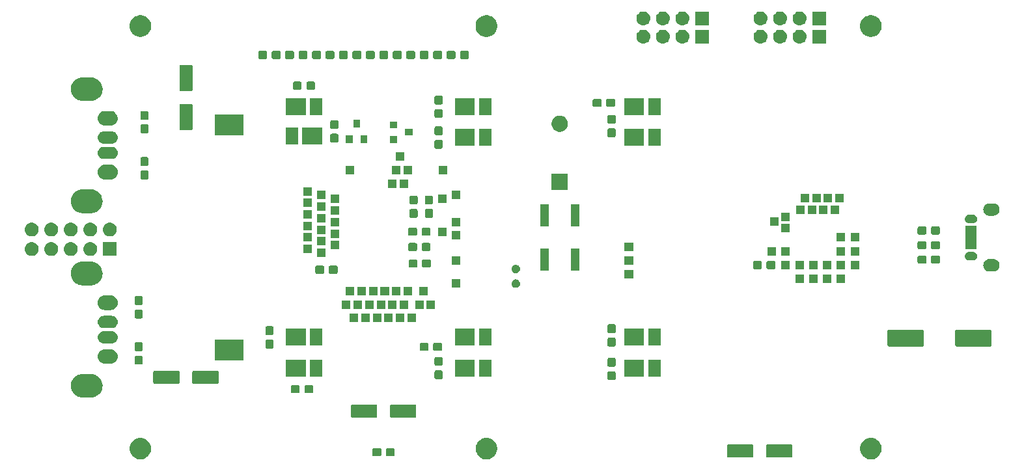
<source format=gbr>
G04 #@! TF.GenerationSoftware,KiCad,Pcbnew,(5.0.1)*
G04 #@! TF.CreationDate,2018-11-29T09:51:47+09:00*
G04 #@! TF.ProjectId,securehid,7365637572656869642E6B696361645F,rev?*
G04 #@! TF.SameCoordinates,Original*
G04 #@! TF.FileFunction,Soldermask,Bot*
G04 #@! TF.FilePolarity,Negative*
%FSLAX46Y46*%
G04 Gerber Fmt 4.6, Leading zero omitted, Abs format (unit mm)*
G04 Created by KiCad (PCBNEW (5.0.1)) date Thu Nov 29 09:51:47 2018*
%MOMM*%
%LPD*%
G01*
G04 APERTURE LIST*
%ADD10C,0.100000*%
G04 APERTURE END LIST*
D10*
G36*
X96798433Y-107124893D02*
X96888657Y-107142839D01*
X96994267Y-107186585D01*
X97143621Y-107248449D01*
X97373089Y-107401774D01*
X97568226Y-107596911D01*
X97721551Y-107826379D01*
X97772342Y-107949000D01*
X97821299Y-108067190D01*
X97827161Y-108081344D01*
X97881000Y-108352012D01*
X97881000Y-108627988D01*
X97827161Y-108898656D01*
X97721551Y-109153621D01*
X97568226Y-109383089D01*
X97373089Y-109578226D01*
X97143621Y-109731551D01*
X96994267Y-109793415D01*
X96888657Y-109837161D01*
X96798433Y-109855107D01*
X96617988Y-109891000D01*
X96342012Y-109891000D01*
X96161567Y-109855107D01*
X96071343Y-109837161D01*
X95965733Y-109793415D01*
X95816379Y-109731551D01*
X95586911Y-109578226D01*
X95391774Y-109383089D01*
X95238449Y-109153621D01*
X95132839Y-108898656D01*
X95079000Y-108627988D01*
X95079000Y-108352012D01*
X95132839Y-108081344D01*
X95138702Y-108067190D01*
X95187658Y-107949000D01*
X95238449Y-107826379D01*
X95391774Y-107596911D01*
X95586911Y-107401774D01*
X95816379Y-107248449D01*
X95965733Y-107186585D01*
X96071343Y-107142839D01*
X96161567Y-107124893D01*
X96342012Y-107089000D01*
X96617988Y-107089000D01*
X96798433Y-107124893D01*
X96798433Y-107124893D01*
G37*
G36*
X51788433Y-107124893D02*
X51878657Y-107142839D01*
X51984267Y-107186585D01*
X52133621Y-107248449D01*
X52363089Y-107401774D01*
X52558226Y-107596911D01*
X52711551Y-107826379D01*
X52762342Y-107949000D01*
X52811299Y-108067190D01*
X52817161Y-108081344D01*
X52871000Y-108352012D01*
X52871000Y-108627988D01*
X52817161Y-108898656D01*
X52711551Y-109153621D01*
X52558226Y-109383089D01*
X52363089Y-109578226D01*
X52133621Y-109731551D01*
X51984267Y-109793415D01*
X51878657Y-109837161D01*
X51788433Y-109855107D01*
X51607988Y-109891000D01*
X51332012Y-109891000D01*
X51151567Y-109855107D01*
X51061343Y-109837161D01*
X50955733Y-109793415D01*
X50806379Y-109731551D01*
X50576911Y-109578226D01*
X50381774Y-109383089D01*
X50228449Y-109153621D01*
X50122839Y-108898656D01*
X50069000Y-108627988D01*
X50069000Y-108352012D01*
X50122839Y-108081344D01*
X50128702Y-108067190D01*
X50177658Y-107949000D01*
X50228449Y-107826379D01*
X50381774Y-107596911D01*
X50576911Y-107401774D01*
X50806379Y-107248449D01*
X50955733Y-107186585D01*
X51061343Y-107142839D01*
X51151567Y-107124893D01*
X51332012Y-107089000D01*
X51607988Y-107089000D01*
X51788433Y-107124893D01*
X51788433Y-107124893D01*
G37*
G36*
X146788433Y-107124893D02*
X146878657Y-107142839D01*
X146984267Y-107186585D01*
X147133621Y-107248449D01*
X147363089Y-107401774D01*
X147558226Y-107596911D01*
X147711551Y-107826379D01*
X147762342Y-107949000D01*
X147811299Y-108067190D01*
X147817161Y-108081344D01*
X147871000Y-108352012D01*
X147871000Y-108627988D01*
X147817161Y-108898656D01*
X147711551Y-109153621D01*
X147558226Y-109383089D01*
X147363089Y-109578226D01*
X147133621Y-109731551D01*
X146984267Y-109793415D01*
X146878657Y-109837161D01*
X146788433Y-109855107D01*
X146607988Y-109891000D01*
X146332012Y-109891000D01*
X146151567Y-109855107D01*
X146061343Y-109837161D01*
X145955733Y-109793415D01*
X145806379Y-109731551D01*
X145576911Y-109578226D01*
X145381774Y-109383089D01*
X145228449Y-109153621D01*
X145122839Y-108898656D01*
X145069000Y-108627988D01*
X145069000Y-108352012D01*
X145122839Y-108081344D01*
X145128702Y-108067190D01*
X145177658Y-107949000D01*
X145228449Y-107826379D01*
X145381774Y-107596911D01*
X145576911Y-107401774D01*
X145806379Y-107248449D01*
X145955733Y-107186585D01*
X146061343Y-107142839D01*
X146151567Y-107124893D01*
X146332012Y-107089000D01*
X146607988Y-107089000D01*
X146788433Y-107124893D01*
X146788433Y-107124893D01*
G37*
G36*
X131030996Y-107953051D02*
X131064653Y-107963261D01*
X131095667Y-107979838D01*
X131122852Y-108002148D01*
X131145162Y-108029333D01*
X131161739Y-108060347D01*
X131171949Y-108094004D01*
X131176000Y-108135138D01*
X131176000Y-109464862D01*
X131171949Y-109505996D01*
X131161739Y-109539653D01*
X131145162Y-109570667D01*
X131122852Y-109597852D01*
X131095667Y-109620162D01*
X131064653Y-109636739D01*
X131030996Y-109646949D01*
X130989862Y-109651000D01*
X127935138Y-109651000D01*
X127894004Y-109646949D01*
X127860347Y-109636739D01*
X127829333Y-109620162D01*
X127802148Y-109597852D01*
X127779838Y-109570667D01*
X127763261Y-109539653D01*
X127753051Y-109505996D01*
X127749000Y-109464862D01*
X127749000Y-108135138D01*
X127753051Y-108094004D01*
X127763261Y-108060347D01*
X127779838Y-108029333D01*
X127802148Y-108002148D01*
X127829333Y-107979838D01*
X127860347Y-107963261D01*
X127894004Y-107953051D01*
X127935138Y-107949000D01*
X130989862Y-107949000D01*
X131030996Y-107953051D01*
X131030996Y-107953051D01*
G37*
G36*
X136105996Y-107953051D02*
X136139653Y-107963261D01*
X136170667Y-107979838D01*
X136197852Y-108002148D01*
X136220162Y-108029333D01*
X136236739Y-108060347D01*
X136246949Y-108094004D01*
X136251000Y-108135138D01*
X136251000Y-109464862D01*
X136246949Y-109505996D01*
X136236739Y-109539653D01*
X136220162Y-109570667D01*
X136197852Y-109597852D01*
X136170667Y-109620162D01*
X136139653Y-109636739D01*
X136105996Y-109646949D01*
X136064862Y-109651000D01*
X133010138Y-109651000D01*
X132969004Y-109646949D01*
X132935347Y-109636739D01*
X132904333Y-109620162D01*
X132877148Y-109597852D01*
X132854838Y-109570667D01*
X132838261Y-109539653D01*
X132828051Y-109505996D01*
X132824000Y-109464862D01*
X132824000Y-108135138D01*
X132828051Y-108094004D01*
X132838261Y-108060347D01*
X132854838Y-108029333D01*
X132877148Y-108002148D01*
X132904333Y-107979838D01*
X132935347Y-107963261D01*
X132969004Y-107953051D01*
X133010138Y-107949000D01*
X136064862Y-107949000D01*
X136105996Y-107953051D01*
X136105996Y-107953051D01*
G37*
G36*
X84389499Y-108428445D02*
X84426993Y-108439819D01*
X84461557Y-108458294D01*
X84491847Y-108483153D01*
X84516706Y-108513443D01*
X84535181Y-108548007D01*
X84546555Y-108585501D01*
X84551000Y-108630638D01*
X84551000Y-109269362D01*
X84546555Y-109314499D01*
X84535181Y-109351993D01*
X84516706Y-109386557D01*
X84491847Y-109416847D01*
X84461557Y-109441706D01*
X84426993Y-109460181D01*
X84389499Y-109471555D01*
X84344362Y-109476000D01*
X83605638Y-109476000D01*
X83560501Y-109471555D01*
X83523007Y-109460181D01*
X83488443Y-109441706D01*
X83458153Y-109416847D01*
X83433294Y-109386557D01*
X83414819Y-109351993D01*
X83403445Y-109314499D01*
X83399000Y-109269362D01*
X83399000Y-108630638D01*
X83403445Y-108585501D01*
X83414819Y-108548007D01*
X83433294Y-108513443D01*
X83458153Y-108483153D01*
X83488443Y-108458294D01*
X83523007Y-108439819D01*
X83560501Y-108428445D01*
X83605638Y-108424000D01*
X84344362Y-108424000D01*
X84389499Y-108428445D01*
X84389499Y-108428445D01*
G37*
G36*
X82639499Y-108428445D02*
X82676993Y-108439819D01*
X82711557Y-108458294D01*
X82741847Y-108483153D01*
X82766706Y-108513443D01*
X82785181Y-108548007D01*
X82796555Y-108585501D01*
X82801000Y-108630638D01*
X82801000Y-109269362D01*
X82796555Y-109314499D01*
X82785181Y-109351993D01*
X82766706Y-109386557D01*
X82741847Y-109416847D01*
X82711557Y-109441706D01*
X82676993Y-109460181D01*
X82639499Y-109471555D01*
X82594362Y-109476000D01*
X81855638Y-109476000D01*
X81810501Y-109471555D01*
X81773007Y-109460181D01*
X81738443Y-109441706D01*
X81708153Y-109416847D01*
X81683294Y-109386557D01*
X81664819Y-109351993D01*
X81653445Y-109314499D01*
X81649000Y-109269362D01*
X81649000Y-108630638D01*
X81653445Y-108585501D01*
X81664819Y-108548007D01*
X81683294Y-108513443D01*
X81708153Y-108483153D01*
X81738443Y-108458294D01*
X81773007Y-108439819D01*
X81810501Y-108428445D01*
X81855638Y-108424000D01*
X82594362Y-108424000D01*
X82639499Y-108428445D01*
X82639499Y-108428445D01*
G37*
G36*
X87205996Y-102753051D02*
X87239653Y-102763261D01*
X87270667Y-102779838D01*
X87297852Y-102802148D01*
X87320162Y-102829333D01*
X87336739Y-102860347D01*
X87346949Y-102894004D01*
X87351000Y-102935138D01*
X87351000Y-104264862D01*
X87346949Y-104305996D01*
X87336739Y-104339653D01*
X87320162Y-104370667D01*
X87297852Y-104397852D01*
X87270667Y-104420162D01*
X87239653Y-104436739D01*
X87205996Y-104446949D01*
X87164862Y-104451000D01*
X84110138Y-104451000D01*
X84069004Y-104446949D01*
X84035347Y-104436739D01*
X84004333Y-104420162D01*
X83977148Y-104397852D01*
X83954838Y-104370667D01*
X83938261Y-104339653D01*
X83928051Y-104305996D01*
X83924000Y-104264862D01*
X83924000Y-102935138D01*
X83928051Y-102894004D01*
X83938261Y-102860347D01*
X83954838Y-102829333D01*
X83977148Y-102802148D01*
X84004333Y-102779838D01*
X84035347Y-102763261D01*
X84069004Y-102753051D01*
X84110138Y-102749000D01*
X87164862Y-102749000D01*
X87205996Y-102753051D01*
X87205996Y-102753051D01*
G37*
G36*
X82130996Y-102753051D02*
X82164653Y-102763261D01*
X82195667Y-102779838D01*
X82222852Y-102802148D01*
X82245162Y-102829333D01*
X82261739Y-102860347D01*
X82271949Y-102894004D01*
X82276000Y-102935138D01*
X82276000Y-104264862D01*
X82271949Y-104305996D01*
X82261739Y-104339653D01*
X82245162Y-104370667D01*
X82222852Y-104397852D01*
X82195667Y-104420162D01*
X82164653Y-104436739D01*
X82130996Y-104446949D01*
X82089862Y-104451000D01*
X79035138Y-104451000D01*
X78994004Y-104446949D01*
X78960347Y-104436739D01*
X78929333Y-104420162D01*
X78902148Y-104397852D01*
X78879838Y-104370667D01*
X78863261Y-104339653D01*
X78853051Y-104305996D01*
X78849000Y-104264862D01*
X78849000Y-102935138D01*
X78853051Y-102894004D01*
X78863261Y-102860347D01*
X78879838Y-102829333D01*
X78902148Y-102802148D01*
X78929333Y-102779838D01*
X78960347Y-102763261D01*
X78994004Y-102753051D01*
X79035138Y-102749000D01*
X82089862Y-102749000D01*
X82130996Y-102753051D01*
X82130996Y-102753051D01*
G37*
G36*
X45152143Y-98756481D02*
X45304049Y-98771442D01*
X45498959Y-98830567D01*
X45596415Y-98860130D01*
X45694690Y-98912660D01*
X45865858Y-99004151D01*
X46102029Y-99197971D01*
X46295849Y-99434142D01*
X46353343Y-99541706D01*
X46439870Y-99703585D01*
X46439870Y-99703586D01*
X46528558Y-99995951D01*
X46558504Y-100300000D01*
X46528558Y-100604049D01*
X46469433Y-100798959D01*
X46439870Y-100896415D01*
X46387340Y-100994690D01*
X46295849Y-101165858D01*
X46102029Y-101402029D01*
X45865858Y-101595849D01*
X45694690Y-101687340D01*
X45596415Y-101739870D01*
X45498959Y-101769433D01*
X45304049Y-101828558D01*
X45152143Y-101843519D01*
X45076191Y-101851000D01*
X43923809Y-101851000D01*
X43847857Y-101843519D01*
X43695951Y-101828558D01*
X43501041Y-101769433D01*
X43403585Y-101739870D01*
X43305310Y-101687340D01*
X43134142Y-101595849D01*
X42897971Y-101402029D01*
X42704151Y-101165858D01*
X42612660Y-100994690D01*
X42560130Y-100896415D01*
X42530567Y-100798959D01*
X42471442Y-100604049D01*
X42441496Y-100300000D01*
X42471442Y-99995951D01*
X42560130Y-99703586D01*
X42560130Y-99703585D01*
X42646657Y-99541706D01*
X42704151Y-99434142D01*
X42897971Y-99197971D01*
X43134142Y-99004151D01*
X43305310Y-98912660D01*
X43403585Y-98860130D01*
X43501041Y-98830567D01*
X43695951Y-98771442D01*
X43847857Y-98756481D01*
X43923809Y-98749000D01*
X45076191Y-98749000D01*
X45152143Y-98756481D01*
X45152143Y-98756481D01*
G37*
G36*
X73789499Y-100228445D02*
X73826993Y-100239819D01*
X73861557Y-100258294D01*
X73891847Y-100283153D01*
X73916706Y-100313443D01*
X73935181Y-100348007D01*
X73946555Y-100385501D01*
X73951000Y-100430638D01*
X73951000Y-101069362D01*
X73946555Y-101114499D01*
X73935181Y-101151993D01*
X73916706Y-101186557D01*
X73891847Y-101216847D01*
X73861557Y-101241706D01*
X73826993Y-101260181D01*
X73789499Y-101271555D01*
X73744362Y-101276000D01*
X73005638Y-101276000D01*
X72960501Y-101271555D01*
X72923007Y-101260181D01*
X72888443Y-101241706D01*
X72858153Y-101216847D01*
X72833294Y-101186557D01*
X72814819Y-101151993D01*
X72803445Y-101114499D01*
X72799000Y-101069362D01*
X72799000Y-100430638D01*
X72803445Y-100385501D01*
X72814819Y-100348007D01*
X72833294Y-100313443D01*
X72858153Y-100283153D01*
X72888443Y-100258294D01*
X72923007Y-100239819D01*
X72960501Y-100228445D01*
X73005638Y-100224000D01*
X73744362Y-100224000D01*
X73789499Y-100228445D01*
X73789499Y-100228445D01*
G37*
G36*
X72039499Y-100228445D02*
X72076993Y-100239819D01*
X72111557Y-100258294D01*
X72141847Y-100283153D01*
X72166706Y-100313443D01*
X72185181Y-100348007D01*
X72196555Y-100385501D01*
X72201000Y-100430638D01*
X72201000Y-101069362D01*
X72196555Y-101114499D01*
X72185181Y-101151993D01*
X72166706Y-101186557D01*
X72141847Y-101216847D01*
X72111557Y-101241706D01*
X72076993Y-101260181D01*
X72039499Y-101271555D01*
X71994362Y-101276000D01*
X71255638Y-101276000D01*
X71210501Y-101271555D01*
X71173007Y-101260181D01*
X71138443Y-101241706D01*
X71108153Y-101216847D01*
X71083294Y-101186557D01*
X71064819Y-101151993D01*
X71053445Y-101114499D01*
X71049000Y-101069362D01*
X71049000Y-100430638D01*
X71053445Y-100385501D01*
X71064819Y-100348007D01*
X71083294Y-100313443D01*
X71108153Y-100283153D01*
X71138443Y-100258294D01*
X71173007Y-100239819D01*
X71210501Y-100228445D01*
X71255638Y-100224000D01*
X71994362Y-100224000D01*
X72039499Y-100228445D01*
X72039499Y-100228445D01*
G37*
G36*
X61505996Y-98353051D02*
X61539653Y-98363261D01*
X61570667Y-98379838D01*
X61597852Y-98402148D01*
X61620162Y-98429333D01*
X61636739Y-98460347D01*
X61646949Y-98494004D01*
X61651000Y-98535138D01*
X61651000Y-99864862D01*
X61646949Y-99905996D01*
X61636739Y-99939653D01*
X61620162Y-99970667D01*
X61597852Y-99997852D01*
X61570667Y-100020162D01*
X61539653Y-100036739D01*
X61505996Y-100046949D01*
X61464862Y-100051000D01*
X58410138Y-100051000D01*
X58369004Y-100046949D01*
X58335347Y-100036739D01*
X58304333Y-100020162D01*
X58277148Y-99997852D01*
X58254838Y-99970667D01*
X58238261Y-99939653D01*
X58228051Y-99905996D01*
X58224000Y-99864862D01*
X58224000Y-98535138D01*
X58228051Y-98494004D01*
X58238261Y-98460347D01*
X58254838Y-98429333D01*
X58277148Y-98402148D01*
X58304333Y-98379838D01*
X58335347Y-98363261D01*
X58369004Y-98353051D01*
X58410138Y-98349000D01*
X61464862Y-98349000D01*
X61505996Y-98353051D01*
X61505996Y-98353051D01*
G37*
G36*
X56430996Y-98353051D02*
X56464653Y-98363261D01*
X56495667Y-98379838D01*
X56522852Y-98402148D01*
X56545162Y-98429333D01*
X56561739Y-98460347D01*
X56571949Y-98494004D01*
X56576000Y-98535138D01*
X56576000Y-99864862D01*
X56571949Y-99905996D01*
X56561739Y-99939653D01*
X56545162Y-99970667D01*
X56522852Y-99997852D01*
X56495667Y-100020162D01*
X56464653Y-100036739D01*
X56430996Y-100046949D01*
X56389862Y-100051000D01*
X53335138Y-100051000D01*
X53294004Y-100046949D01*
X53260347Y-100036739D01*
X53229333Y-100020162D01*
X53202148Y-99997852D01*
X53179838Y-99970667D01*
X53163261Y-99939653D01*
X53153051Y-99905996D01*
X53149000Y-99864862D01*
X53149000Y-98535138D01*
X53153051Y-98494004D01*
X53163261Y-98460347D01*
X53179838Y-98429333D01*
X53202148Y-98402148D01*
X53229333Y-98379838D01*
X53260347Y-98363261D01*
X53294004Y-98353051D01*
X53335138Y-98349000D01*
X56389862Y-98349000D01*
X56430996Y-98353051D01*
X56430996Y-98353051D01*
G37*
G36*
X113114499Y-98428445D02*
X113151993Y-98439819D01*
X113186557Y-98458294D01*
X113216847Y-98483153D01*
X113241706Y-98513443D01*
X113260181Y-98548007D01*
X113271555Y-98585501D01*
X113276000Y-98630638D01*
X113276000Y-99369362D01*
X113271555Y-99414499D01*
X113260181Y-99451993D01*
X113241706Y-99486557D01*
X113216847Y-99516847D01*
X113186557Y-99541706D01*
X113151993Y-99560181D01*
X113114499Y-99571555D01*
X113069362Y-99576000D01*
X112430638Y-99576000D01*
X112385501Y-99571555D01*
X112348007Y-99560181D01*
X112313443Y-99541706D01*
X112283153Y-99516847D01*
X112258294Y-99486557D01*
X112239819Y-99451993D01*
X112228445Y-99414499D01*
X112224000Y-99369362D01*
X112224000Y-98630638D01*
X112228445Y-98585501D01*
X112239819Y-98548007D01*
X112258294Y-98513443D01*
X112283153Y-98483153D01*
X112313443Y-98458294D01*
X112348007Y-98439819D01*
X112385501Y-98428445D01*
X112430638Y-98424000D01*
X113069362Y-98424000D01*
X113114499Y-98428445D01*
X113114499Y-98428445D01*
G37*
G36*
X90614499Y-98303445D02*
X90651993Y-98314819D01*
X90686557Y-98333294D01*
X90716847Y-98358153D01*
X90741706Y-98388443D01*
X90760181Y-98423007D01*
X90771555Y-98460501D01*
X90776000Y-98505638D01*
X90776000Y-99244362D01*
X90771555Y-99289499D01*
X90760181Y-99326993D01*
X90741706Y-99361557D01*
X90716847Y-99391847D01*
X90686557Y-99416706D01*
X90651993Y-99435181D01*
X90614499Y-99446555D01*
X90569362Y-99451000D01*
X89930638Y-99451000D01*
X89885501Y-99446555D01*
X89848007Y-99435181D01*
X89813443Y-99416706D01*
X89783153Y-99391847D01*
X89758294Y-99361557D01*
X89739819Y-99326993D01*
X89728445Y-99289499D01*
X89724000Y-99244362D01*
X89724000Y-98505638D01*
X89728445Y-98460501D01*
X89739819Y-98423007D01*
X89758294Y-98388443D01*
X89783153Y-98358153D01*
X89813443Y-98333294D01*
X89848007Y-98314819D01*
X89885501Y-98303445D01*
X89930638Y-98299000D01*
X90569362Y-98299000D01*
X90614499Y-98303445D01*
X90614499Y-98303445D01*
G37*
G36*
X97131000Y-99101000D02*
X95529000Y-99101000D01*
X95529000Y-96899000D01*
X97131000Y-96899000D01*
X97131000Y-99101000D01*
X97131000Y-99101000D01*
G37*
G36*
X119131000Y-99101000D02*
X117529000Y-99101000D01*
X117529000Y-96899000D01*
X119131000Y-96899000D01*
X119131000Y-99101000D01*
X119131000Y-99101000D01*
G37*
G36*
X116971000Y-99101000D02*
X114369000Y-99101000D01*
X114369000Y-96899000D01*
X116971000Y-96899000D01*
X116971000Y-99101000D01*
X116971000Y-99101000D01*
G37*
G36*
X72971000Y-99101000D02*
X70369000Y-99101000D01*
X70369000Y-96899000D01*
X72971000Y-96899000D01*
X72971000Y-99101000D01*
X72971000Y-99101000D01*
G37*
G36*
X75131000Y-99101000D02*
X73529000Y-99101000D01*
X73529000Y-96899000D01*
X75131000Y-96899000D01*
X75131000Y-99101000D01*
X75131000Y-99101000D01*
G37*
G36*
X94971000Y-99101000D02*
X92369000Y-99101000D01*
X92369000Y-96899000D01*
X94971000Y-96899000D01*
X94971000Y-99101000D01*
X94971000Y-99101000D01*
G37*
G36*
X113114499Y-96678445D02*
X113151993Y-96689819D01*
X113186557Y-96708294D01*
X113216847Y-96733153D01*
X113241706Y-96763443D01*
X113260181Y-96798007D01*
X113271555Y-96835501D01*
X113276000Y-96880638D01*
X113276000Y-97619362D01*
X113271555Y-97664499D01*
X113260181Y-97701993D01*
X113241706Y-97736557D01*
X113216847Y-97766847D01*
X113186557Y-97791706D01*
X113151993Y-97810181D01*
X113114499Y-97821555D01*
X113069362Y-97826000D01*
X112430638Y-97826000D01*
X112385501Y-97821555D01*
X112348007Y-97810181D01*
X112313443Y-97791706D01*
X112283153Y-97766847D01*
X112258294Y-97736557D01*
X112239819Y-97701993D01*
X112228445Y-97664499D01*
X112224000Y-97619362D01*
X112224000Y-96880638D01*
X112228445Y-96835501D01*
X112239819Y-96798007D01*
X112258294Y-96763443D01*
X112283153Y-96733153D01*
X112313443Y-96708294D01*
X112348007Y-96689819D01*
X112385501Y-96678445D01*
X112430638Y-96674000D01*
X113069362Y-96674000D01*
X113114499Y-96678445D01*
X113114499Y-96678445D01*
G37*
G36*
X90614499Y-96553445D02*
X90651993Y-96564819D01*
X90686557Y-96583294D01*
X90716847Y-96608153D01*
X90741706Y-96638443D01*
X90760181Y-96673007D01*
X90771555Y-96710501D01*
X90776000Y-96755638D01*
X90776000Y-97494362D01*
X90771555Y-97539499D01*
X90760181Y-97576993D01*
X90741706Y-97611557D01*
X90716847Y-97641847D01*
X90686557Y-97666706D01*
X90651993Y-97685181D01*
X90614499Y-97696555D01*
X90569362Y-97701000D01*
X89930638Y-97701000D01*
X89885501Y-97696555D01*
X89848007Y-97685181D01*
X89813443Y-97666706D01*
X89783153Y-97641847D01*
X89758294Y-97611557D01*
X89739819Y-97576993D01*
X89728445Y-97539499D01*
X89724000Y-97494362D01*
X89724000Y-96755638D01*
X89728445Y-96710501D01*
X89739819Y-96673007D01*
X89758294Y-96638443D01*
X89783153Y-96608153D01*
X89813443Y-96583294D01*
X89848007Y-96564819D01*
X89885501Y-96553445D01*
X89930638Y-96549000D01*
X90569362Y-96549000D01*
X90614499Y-96553445D01*
X90614499Y-96553445D01*
G37*
G36*
X51614499Y-96403445D02*
X51651993Y-96414819D01*
X51686557Y-96433294D01*
X51716847Y-96458153D01*
X51741706Y-96488443D01*
X51760181Y-96523007D01*
X51771555Y-96560501D01*
X51776000Y-96605638D01*
X51776000Y-97344362D01*
X51771555Y-97389499D01*
X51760181Y-97426993D01*
X51741706Y-97461557D01*
X51716847Y-97491847D01*
X51686557Y-97516706D01*
X51651993Y-97535181D01*
X51614499Y-97546555D01*
X51569362Y-97551000D01*
X50930638Y-97551000D01*
X50885501Y-97546555D01*
X50848007Y-97535181D01*
X50813443Y-97516706D01*
X50783153Y-97491847D01*
X50758294Y-97461557D01*
X50739819Y-97426993D01*
X50728445Y-97389499D01*
X50724000Y-97344362D01*
X50724000Y-96605638D01*
X50728445Y-96560501D01*
X50739819Y-96523007D01*
X50758294Y-96488443D01*
X50783153Y-96458153D01*
X50813443Y-96433294D01*
X50848007Y-96414819D01*
X50885501Y-96403445D01*
X50930638Y-96399000D01*
X51569362Y-96399000D01*
X51614499Y-96403445D01*
X51614499Y-96403445D01*
G37*
G36*
X47746425Y-95562760D02*
X47746428Y-95562761D01*
X47746429Y-95562761D01*
X47925693Y-95617140D01*
X47925695Y-95617141D01*
X48090905Y-95705448D01*
X48235712Y-95824288D01*
X48354552Y-95969095D01*
X48442859Y-96134305D01*
X48497240Y-96313575D01*
X48515601Y-96500000D01*
X48497240Y-96686425D01*
X48497239Y-96686428D01*
X48497239Y-96686429D01*
X48452019Y-96835501D01*
X48442859Y-96865695D01*
X48354552Y-97030905D01*
X48235712Y-97175712D01*
X48090905Y-97294552D01*
X48090903Y-97294553D01*
X47925693Y-97382860D01*
X47746429Y-97437239D01*
X47746428Y-97437239D01*
X47746425Y-97437240D01*
X47606718Y-97451000D01*
X46813282Y-97451000D01*
X46673575Y-97437240D01*
X46673572Y-97437239D01*
X46673571Y-97437239D01*
X46494307Y-97382860D01*
X46329097Y-97294553D01*
X46329095Y-97294552D01*
X46184288Y-97175712D01*
X46065448Y-97030905D01*
X45977141Y-96865695D01*
X45967982Y-96835501D01*
X45922761Y-96686429D01*
X45922761Y-96686428D01*
X45922760Y-96686425D01*
X45904399Y-96500000D01*
X45922760Y-96313575D01*
X45977141Y-96134305D01*
X46065448Y-95969095D01*
X46184288Y-95824288D01*
X46329095Y-95705448D01*
X46494305Y-95617141D01*
X46494307Y-95617140D01*
X46673571Y-95562761D01*
X46673572Y-95562761D01*
X46673575Y-95562760D01*
X46813282Y-95549000D01*
X47606718Y-95549000D01*
X47746425Y-95562760D01*
X47746425Y-95562760D01*
G37*
G36*
X64851000Y-97001000D02*
X61149000Y-97001000D01*
X61149000Y-94299000D01*
X64851000Y-94299000D01*
X64851000Y-97001000D01*
X64851000Y-97001000D01*
G37*
G36*
X51614499Y-94653445D02*
X51651993Y-94664819D01*
X51686557Y-94683294D01*
X51716847Y-94708153D01*
X51741706Y-94738443D01*
X51760181Y-94773007D01*
X51771555Y-94810501D01*
X51776000Y-94855638D01*
X51776000Y-95594362D01*
X51771555Y-95639499D01*
X51760181Y-95676993D01*
X51741706Y-95711557D01*
X51716847Y-95741847D01*
X51686557Y-95766706D01*
X51651993Y-95785181D01*
X51614499Y-95796555D01*
X51569362Y-95801000D01*
X50930638Y-95801000D01*
X50885501Y-95796555D01*
X50848007Y-95785181D01*
X50813443Y-95766706D01*
X50783153Y-95741847D01*
X50758294Y-95711557D01*
X50739819Y-95676993D01*
X50728445Y-95639499D01*
X50724000Y-95594362D01*
X50724000Y-94855638D01*
X50728445Y-94810501D01*
X50739819Y-94773007D01*
X50758294Y-94738443D01*
X50783153Y-94708153D01*
X50813443Y-94683294D01*
X50848007Y-94664819D01*
X50885501Y-94653445D01*
X50930638Y-94649000D01*
X51569362Y-94649000D01*
X51614499Y-94653445D01*
X51614499Y-94653445D01*
G37*
G36*
X88789499Y-94728445D02*
X88826993Y-94739819D01*
X88861557Y-94758294D01*
X88891847Y-94783153D01*
X88916706Y-94813443D01*
X88935181Y-94848007D01*
X88946555Y-94885501D01*
X88951000Y-94930638D01*
X88951000Y-95569362D01*
X88946555Y-95614499D01*
X88935181Y-95651993D01*
X88916706Y-95686557D01*
X88891847Y-95716847D01*
X88861557Y-95741706D01*
X88826993Y-95760181D01*
X88789499Y-95771555D01*
X88744362Y-95776000D01*
X88005638Y-95776000D01*
X87960501Y-95771555D01*
X87923007Y-95760181D01*
X87888443Y-95741706D01*
X87858153Y-95716847D01*
X87833294Y-95686557D01*
X87814819Y-95651993D01*
X87803445Y-95614499D01*
X87799000Y-95569362D01*
X87799000Y-94930638D01*
X87803445Y-94885501D01*
X87814819Y-94848007D01*
X87833294Y-94813443D01*
X87858153Y-94783153D01*
X87888443Y-94758294D01*
X87923007Y-94739819D01*
X87960501Y-94728445D01*
X88005638Y-94724000D01*
X88744362Y-94724000D01*
X88789499Y-94728445D01*
X88789499Y-94728445D01*
G37*
G36*
X90539499Y-94728445D02*
X90576993Y-94739819D01*
X90611557Y-94758294D01*
X90641847Y-94783153D01*
X90666706Y-94813443D01*
X90685181Y-94848007D01*
X90696555Y-94885501D01*
X90701000Y-94930638D01*
X90701000Y-95569362D01*
X90696555Y-95614499D01*
X90685181Y-95651993D01*
X90666706Y-95686557D01*
X90641847Y-95716847D01*
X90611557Y-95741706D01*
X90576993Y-95760181D01*
X90539499Y-95771555D01*
X90494362Y-95776000D01*
X89755638Y-95776000D01*
X89710501Y-95771555D01*
X89673007Y-95760181D01*
X89638443Y-95741706D01*
X89608153Y-95716847D01*
X89583294Y-95686557D01*
X89564819Y-95651993D01*
X89553445Y-95614499D01*
X89549000Y-95569362D01*
X89549000Y-94930638D01*
X89553445Y-94885501D01*
X89564819Y-94848007D01*
X89583294Y-94813443D01*
X89608153Y-94783153D01*
X89638443Y-94758294D01*
X89673007Y-94739819D01*
X89710501Y-94728445D01*
X89755638Y-94724000D01*
X90494362Y-94724000D01*
X90539499Y-94728445D01*
X90539499Y-94728445D01*
G37*
G36*
X68614499Y-94303445D02*
X68651993Y-94314819D01*
X68686557Y-94333294D01*
X68716847Y-94358153D01*
X68741706Y-94388443D01*
X68760181Y-94423007D01*
X68771555Y-94460501D01*
X68776000Y-94505638D01*
X68776000Y-95244362D01*
X68771555Y-95289499D01*
X68760181Y-95326993D01*
X68741706Y-95361557D01*
X68716847Y-95391847D01*
X68686557Y-95416706D01*
X68651993Y-95435181D01*
X68614499Y-95446555D01*
X68569362Y-95451000D01*
X67930638Y-95451000D01*
X67885501Y-95446555D01*
X67848007Y-95435181D01*
X67813443Y-95416706D01*
X67783153Y-95391847D01*
X67758294Y-95361557D01*
X67739819Y-95326993D01*
X67728445Y-95289499D01*
X67724000Y-95244362D01*
X67724000Y-94505638D01*
X67728445Y-94460501D01*
X67739819Y-94423007D01*
X67758294Y-94388443D01*
X67783153Y-94358153D01*
X67813443Y-94333294D01*
X67848007Y-94314819D01*
X67885501Y-94303445D01*
X67930638Y-94299000D01*
X68569362Y-94299000D01*
X68614499Y-94303445D01*
X68614499Y-94303445D01*
G37*
G36*
X153216535Y-93002800D02*
X153247740Y-93012266D01*
X153276487Y-93027631D01*
X153301687Y-93048313D01*
X153322369Y-93073513D01*
X153337734Y-93102260D01*
X153347200Y-93133465D01*
X153351000Y-93172045D01*
X153351000Y-95027955D01*
X153347200Y-95066535D01*
X153337734Y-95097740D01*
X153322369Y-95126487D01*
X153301687Y-95151687D01*
X153276487Y-95172369D01*
X153247740Y-95187734D01*
X153216535Y-95197200D01*
X153177955Y-95201000D01*
X148822045Y-95201000D01*
X148783465Y-95197200D01*
X148752260Y-95187734D01*
X148723513Y-95172369D01*
X148698313Y-95151687D01*
X148677631Y-95126487D01*
X148662266Y-95097740D01*
X148652800Y-95066535D01*
X148649000Y-95027955D01*
X148649000Y-93172045D01*
X148652800Y-93133465D01*
X148662266Y-93102260D01*
X148677631Y-93073513D01*
X148698313Y-93048313D01*
X148723513Y-93027631D01*
X148752260Y-93012266D01*
X148783465Y-93002800D01*
X148822045Y-92999000D01*
X153177955Y-92999000D01*
X153216535Y-93002800D01*
X153216535Y-93002800D01*
G37*
G36*
X113114499Y-94053445D02*
X113151993Y-94064819D01*
X113186557Y-94083294D01*
X113216847Y-94108153D01*
X113241706Y-94138443D01*
X113260181Y-94173007D01*
X113271555Y-94210501D01*
X113276000Y-94255638D01*
X113276000Y-94994362D01*
X113271555Y-95039499D01*
X113260181Y-95076993D01*
X113241706Y-95111557D01*
X113216847Y-95141847D01*
X113186557Y-95166706D01*
X113151993Y-95185181D01*
X113114499Y-95196555D01*
X113069362Y-95201000D01*
X112430638Y-95201000D01*
X112385501Y-95196555D01*
X112348007Y-95185181D01*
X112313443Y-95166706D01*
X112283153Y-95141847D01*
X112258294Y-95111557D01*
X112239819Y-95076993D01*
X112228445Y-95039499D01*
X112224000Y-94994362D01*
X112224000Y-94255638D01*
X112228445Y-94210501D01*
X112239819Y-94173007D01*
X112258294Y-94138443D01*
X112283153Y-94108153D01*
X112313443Y-94083294D01*
X112348007Y-94064819D01*
X112385501Y-94053445D01*
X112430638Y-94049000D01*
X113069362Y-94049000D01*
X113114499Y-94053445D01*
X113114499Y-94053445D01*
G37*
G36*
X162016535Y-93002800D02*
X162047740Y-93012266D01*
X162076487Y-93027631D01*
X162101687Y-93048313D01*
X162122369Y-93073513D01*
X162137734Y-93102260D01*
X162147200Y-93133465D01*
X162151000Y-93172045D01*
X162151000Y-95027955D01*
X162147200Y-95066535D01*
X162137734Y-95097740D01*
X162122369Y-95126487D01*
X162101687Y-95151687D01*
X162076487Y-95172369D01*
X162047740Y-95187734D01*
X162016535Y-95197200D01*
X161977955Y-95201000D01*
X157622045Y-95201000D01*
X157583465Y-95197200D01*
X157552260Y-95187734D01*
X157523513Y-95172369D01*
X157498313Y-95151687D01*
X157477631Y-95126487D01*
X157462266Y-95097740D01*
X157452800Y-95066535D01*
X157449000Y-95027955D01*
X157449000Y-93172045D01*
X157452800Y-93133465D01*
X157462266Y-93102260D01*
X157477631Y-93073513D01*
X157498313Y-93048313D01*
X157523513Y-93027631D01*
X157552260Y-93012266D01*
X157583465Y-93002800D01*
X157622045Y-92999000D01*
X161977955Y-92999000D01*
X162016535Y-93002800D01*
X162016535Y-93002800D01*
G37*
G36*
X94971000Y-95101000D02*
X92369000Y-95101000D01*
X92369000Y-92899000D01*
X94971000Y-92899000D01*
X94971000Y-95101000D01*
X94971000Y-95101000D01*
G37*
G36*
X72971000Y-95101000D02*
X70369000Y-95101000D01*
X70369000Y-92899000D01*
X72971000Y-92899000D01*
X72971000Y-95101000D01*
X72971000Y-95101000D01*
G37*
G36*
X75131000Y-95101000D02*
X73529000Y-95101000D01*
X73529000Y-92899000D01*
X75131000Y-92899000D01*
X75131000Y-95101000D01*
X75131000Y-95101000D01*
G37*
G36*
X97131000Y-95101000D02*
X95529000Y-95101000D01*
X95529000Y-92899000D01*
X97131000Y-92899000D01*
X97131000Y-95101000D01*
X97131000Y-95101000D01*
G37*
G36*
X116971000Y-95101000D02*
X114369000Y-95101000D01*
X114369000Y-92899000D01*
X116971000Y-92899000D01*
X116971000Y-95101000D01*
X116971000Y-95101000D01*
G37*
G36*
X119131000Y-95101000D02*
X117529000Y-95101000D01*
X117529000Y-92899000D01*
X119131000Y-92899000D01*
X119131000Y-95101000D01*
X119131000Y-95101000D01*
G37*
G36*
X47867025Y-93210590D02*
X48018012Y-93256392D01*
X48157165Y-93330770D01*
X48279133Y-93430867D01*
X48379230Y-93552835D01*
X48453608Y-93691988D01*
X48499410Y-93842975D01*
X48514875Y-94000000D01*
X48499410Y-94157025D01*
X48453608Y-94308012D01*
X48379230Y-94447165D01*
X48279133Y-94569133D01*
X48157165Y-94669230D01*
X48018012Y-94743608D01*
X47867025Y-94789410D01*
X47749346Y-94801000D01*
X46670654Y-94801000D01*
X46552975Y-94789410D01*
X46401988Y-94743608D01*
X46262835Y-94669230D01*
X46140867Y-94569133D01*
X46040770Y-94447165D01*
X45966392Y-94308012D01*
X45920590Y-94157025D01*
X45905125Y-94000000D01*
X45920590Y-93842975D01*
X45966392Y-93691988D01*
X46040770Y-93552835D01*
X46140867Y-93430867D01*
X46262835Y-93330770D01*
X46401988Y-93256392D01*
X46552975Y-93210590D01*
X46670654Y-93199000D01*
X47749346Y-93199000D01*
X47867025Y-93210590D01*
X47867025Y-93210590D01*
G37*
G36*
X68614499Y-92553445D02*
X68651993Y-92564819D01*
X68686557Y-92583294D01*
X68716847Y-92608153D01*
X68741706Y-92638443D01*
X68760181Y-92673007D01*
X68771555Y-92710501D01*
X68776000Y-92755638D01*
X68776000Y-93494362D01*
X68771555Y-93539499D01*
X68760181Y-93576993D01*
X68741706Y-93611557D01*
X68716847Y-93641847D01*
X68686557Y-93666706D01*
X68651993Y-93685181D01*
X68614499Y-93696555D01*
X68569362Y-93701000D01*
X67930638Y-93701000D01*
X67885501Y-93696555D01*
X67848007Y-93685181D01*
X67813443Y-93666706D01*
X67783153Y-93641847D01*
X67758294Y-93611557D01*
X67739819Y-93576993D01*
X67728445Y-93539499D01*
X67724000Y-93494362D01*
X67724000Y-92755638D01*
X67728445Y-92710501D01*
X67739819Y-92673007D01*
X67758294Y-92638443D01*
X67783153Y-92608153D01*
X67813443Y-92583294D01*
X67848007Y-92564819D01*
X67885501Y-92553445D01*
X67930638Y-92549000D01*
X68569362Y-92549000D01*
X68614499Y-92553445D01*
X68614499Y-92553445D01*
G37*
G36*
X113114499Y-92303445D02*
X113151993Y-92314819D01*
X113186557Y-92333294D01*
X113216847Y-92358153D01*
X113241706Y-92388443D01*
X113260181Y-92423007D01*
X113271555Y-92460501D01*
X113276000Y-92505638D01*
X113276000Y-93244362D01*
X113271555Y-93289499D01*
X113260181Y-93326993D01*
X113241706Y-93361557D01*
X113216847Y-93391847D01*
X113186557Y-93416706D01*
X113151993Y-93435181D01*
X113114499Y-93446555D01*
X113069362Y-93451000D01*
X112430638Y-93451000D01*
X112385501Y-93446555D01*
X112348007Y-93435181D01*
X112313443Y-93416706D01*
X112283153Y-93391847D01*
X112258294Y-93361557D01*
X112239819Y-93326993D01*
X112228445Y-93289499D01*
X112224000Y-93244362D01*
X112224000Y-92505638D01*
X112228445Y-92460501D01*
X112239819Y-92423007D01*
X112258294Y-92388443D01*
X112283153Y-92358153D01*
X112313443Y-92333294D01*
X112348007Y-92314819D01*
X112385501Y-92303445D01*
X112430638Y-92299000D01*
X113069362Y-92299000D01*
X113114499Y-92303445D01*
X113114499Y-92303445D01*
G37*
G36*
X47867025Y-91210590D02*
X48018012Y-91256392D01*
X48157165Y-91330770D01*
X48279133Y-91430867D01*
X48379230Y-91552835D01*
X48453608Y-91691988D01*
X48499410Y-91842975D01*
X48514875Y-92000000D01*
X48499410Y-92157025D01*
X48453608Y-92308012D01*
X48379230Y-92447165D01*
X48279133Y-92569133D01*
X48157165Y-92669230D01*
X48018012Y-92743608D01*
X47867025Y-92789410D01*
X47749346Y-92801000D01*
X46670654Y-92801000D01*
X46552975Y-92789410D01*
X46401988Y-92743608D01*
X46262835Y-92669230D01*
X46140867Y-92569133D01*
X46040770Y-92447165D01*
X45966392Y-92308012D01*
X45920590Y-92157025D01*
X45905125Y-92000000D01*
X45920590Y-91842975D01*
X45966392Y-91691988D01*
X46040770Y-91552835D01*
X46140867Y-91430867D01*
X46262835Y-91330770D01*
X46401988Y-91256392D01*
X46552975Y-91210590D01*
X46670654Y-91199000D01*
X47749346Y-91199000D01*
X47867025Y-91210590D01*
X47867025Y-91210590D01*
G37*
G36*
X79801000Y-92051000D02*
X78699000Y-92051000D01*
X78699000Y-90949000D01*
X79801000Y-90949000D01*
X79801000Y-92051000D01*
X79801000Y-92051000D01*
G37*
G36*
X82801000Y-92051000D02*
X81699000Y-92051000D01*
X81699000Y-90949000D01*
X82801000Y-90949000D01*
X82801000Y-92051000D01*
X82801000Y-92051000D01*
G37*
G36*
X81301000Y-92051000D02*
X80199000Y-92051000D01*
X80199000Y-90949000D01*
X81301000Y-90949000D01*
X81301000Y-92051000D01*
X81301000Y-92051000D01*
G37*
G36*
X87301000Y-92051000D02*
X86199000Y-92051000D01*
X86199000Y-90949000D01*
X87301000Y-90949000D01*
X87301000Y-92051000D01*
X87301000Y-92051000D01*
G37*
G36*
X85801000Y-92051000D02*
X84699000Y-92051000D01*
X84699000Y-90949000D01*
X85801000Y-90949000D01*
X85801000Y-92051000D01*
X85801000Y-92051000D01*
G37*
G36*
X84301000Y-92051000D02*
X83199000Y-92051000D01*
X83199000Y-90949000D01*
X84301000Y-90949000D01*
X84301000Y-92051000D01*
X84301000Y-92051000D01*
G37*
G36*
X51614499Y-90403445D02*
X51651993Y-90414819D01*
X51686557Y-90433294D01*
X51716847Y-90458153D01*
X51741706Y-90488443D01*
X51760181Y-90523007D01*
X51771555Y-90560501D01*
X51776000Y-90605638D01*
X51776000Y-91344362D01*
X51771555Y-91389499D01*
X51760181Y-91426993D01*
X51741706Y-91461557D01*
X51716847Y-91491847D01*
X51686557Y-91516706D01*
X51651993Y-91535181D01*
X51614499Y-91546555D01*
X51569362Y-91551000D01*
X50930638Y-91551000D01*
X50885501Y-91546555D01*
X50848007Y-91535181D01*
X50813443Y-91516706D01*
X50783153Y-91491847D01*
X50758294Y-91461557D01*
X50739819Y-91426993D01*
X50728445Y-91389499D01*
X50724000Y-91344362D01*
X50724000Y-90605638D01*
X50728445Y-90560501D01*
X50739819Y-90523007D01*
X50758294Y-90488443D01*
X50783153Y-90458153D01*
X50813443Y-90433294D01*
X50848007Y-90414819D01*
X50885501Y-90403445D01*
X50930638Y-90399000D01*
X51569362Y-90399000D01*
X51614499Y-90403445D01*
X51614499Y-90403445D01*
G37*
G36*
X47746425Y-88562760D02*
X47746428Y-88562761D01*
X47746429Y-88562761D01*
X47925693Y-88617140D01*
X47925695Y-88617141D01*
X48090905Y-88705448D01*
X48235712Y-88824288D01*
X48354552Y-88969095D01*
X48442859Y-89134305D01*
X48497240Y-89313575D01*
X48515601Y-89500000D01*
X48497240Y-89686425D01*
X48497239Y-89686428D01*
X48497239Y-89686429D01*
X48463833Y-89796555D01*
X48442859Y-89865695D01*
X48354552Y-90030905D01*
X48235712Y-90175712D01*
X48090905Y-90294552D01*
X48090903Y-90294553D01*
X47925693Y-90382860D01*
X47746429Y-90437239D01*
X47746428Y-90437239D01*
X47746425Y-90437240D01*
X47606718Y-90451000D01*
X46813282Y-90451000D01*
X46673575Y-90437240D01*
X46673572Y-90437239D01*
X46673571Y-90437239D01*
X46494307Y-90382860D01*
X46329097Y-90294553D01*
X46329095Y-90294552D01*
X46184288Y-90175712D01*
X46065448Y-90030905D01*
X45977141Y-89865695D01*
X45956168Y-89796555D01*
X45922761Y-89686429D01*
X45922761Y-89686428D01*
X45922760Y-89686425D01*
X45904399Y-89500000D01*
X45922760Y-89313575D01*
X45977141Y-89134305D01*
X46065448Y-88969095D01*
X46184288Y-88824288D01*
X46329095Y-88705448D01*
X46494305Y-88617141D01*
X46494307Y-88617140D01*
X46673571Y-88562761D01*
X46673572Y-88562761D01*
X46673575Y-88562760D01*
X46813282Y-88549000D01*
X47606718Y-88549000D01*
X47746425Y-88562760D01*
X47746425Y-88562760D01*
G37*
G36*
X83301000Y-90301000D02*
X82199000Y-90301000D01*
X82199000Y-89199000D01*
X83301000Y-89199000D01*
X83301000Y-90301000D01*
X83301000Y-90301000D01*
G37*
G36*
X88301000Y-90301000D02*
X87199000Y-90301000D01*
X87199000Y-89199000D01*
X88301000Y-89199000D01*
X88301000Y-90301000D01*
X88301000Y-90301000D01*
G37*
G36*
X86301000Y-90301000D02*
X85199000Y-90301000D01*
X85199000Y-89199000D01*
X86301000Y-89199000D01*
X86301000Y-90301000D01*
X86301000Y-90301000D01*
G37*
G36*
X84801000Y-90301000D02*
X83699000Y-90301000D01*
X83699000Y-89199000D01*
X84801000Y-89199000D01*
X84801000Y-90301000D01*
X84801000Y-90301000D01*
G37*
G36*
X89801000Y-90301000D02*
X88699000Y-90301000D01*
X88699000Y-89199000D01*
X89801000Y-89199000D01*
X89801000Y-90301000D01*
X89801000Y-90301000D01*
G37*
G36*
X81801000Y-90301000D02*
X80699000Y-90301000D01*
X80699000Y-89199000D01*
X81801000Y-89199000D01*
X81801000Y-90301000D01*
X81801000Y-90301000D01*
G37*
G36*
X80301000Y-90301000D02*
X79199000Y-90301000D01*
X79199000Y-89199000D01*
X80301000Y-89199000D01*
X80301000Y-90301000D01*
X80301000Y-90301000D01*
G37*
G36*
X78801000Y-90301000D02*
X77699000Y-90301000D01*
X77699000Y-89199000D01*
X78801000Y-89199000D01*
X78801000Y-90301000D01*
X78801000Y-90301000D01*
G37*
G36*
X51614499Y-88653445D02*
X51651993Y-88664819D01*
X51686557Y-88683294D01*
X51716847Y-88708153D01*
X51741706Y-88738443D01*
X51760181Y-88773007D01*
X51771555Y-88810501D01*
X51776000Y-88855638D01*
X51776000Y-89594362D01*
X51771555Y-89639499D01*
X51760181Y-89676993D01*
X51741706Y-89711557D01*
X51716847Y-89741847D01*
X51686557Y-89766706D01*
X51651993Y-89785181D01*
X51614499Y-89796555D01*
X51569362Y-89801000D01*
X50930638Y-89801000D01*
X50885501Y-89796555D01*
X50848007Y-89785181D01*
X50813443Y-89766706D01*
X50783153Y-89741847D01*
X50758294Y-89711557D01*
X50739819Y-89676993D01*
X50728445Y-89639499D01*
X50724000Y-89594362D01*
X50724000Y-88855638D01*
X50728445Y-88810501D01*
X50739819Y-88773007D01*
X50758294Y-88738443D01*
X50783153Y-88708153D01*
X50813443Y-88683294D01*
X50848007Y-88664819D01*
X50885501Y-88653445D01*
X50930638Y-88649000D01*
X51569362Y-88649000D01*
X51614499Y-88653445D01*
X51614499Y-88653445D01*
G37*
G36*
X88801000Y-88551000D02*
X87699000Y-88551000D01*
X87699000Y-87449000D01*
X88801000Y-87449000D01*
X88801000Y-88551000D01*
X88801000Y-88551000D01*
G37*
G36*
X85301000Y-88551000D02*
X84199000Y-88551000D01*
X84199000Y-87449000D01*
X85301000Y-87449000D01*
X85301000Y-88551000D01*
X85301000Y-88551000D01*
G37*
G36*
X86801000Y-88551000D02*
X85699000Y-88551000D01*
X85699000Y-87449000D01*
X86801000Y-87449000D01*
X86801000Y-88551000D01*
X86801000Y-88551000D01*
G37*
G36*
X83801000Y-88551000D02*
X82699000Y-88551000D01*
X82699000Y-87449000D01*
X83801000Y-87449000D01*
X83801000Y-88551000D01*
X83801000Y-88551000D01*
G37*
G36*
X80801000Y-88551000D02*
X79699000Y-88551000D01*
X79699000Y-87449000D01*
X80801000Y-87449000D01*
X80801000Y-88551000D01*
X80801000Y-88551000D01*
G37*
G36*
X82301000Y-88551000D02*
X81199000Y-88551000D01*
X81199000Y-87449000D01*
X82301000Y-87449000D01*
X82301000Y-88551000D01*
X82301000Y-88551000D01*
G37*
G36*
X79301000Y-88551000D02*
X78199000Y-88551000D01*
X78199000Y-87449000D01*
X79301000Y-87449000D01*
X79301000Y-88551000D01*
X79301000Y-88551000D01*
G37*
G36*
X93051000Y-87551000D02*
X91949000Y-87551000D01*
X91949000Y-86449000D01*
X93051000Y-86449000D01*
X93051000Y-87551000D01*
X93051000Y-87551000D01*
G37*
G36*
X100460721Y-86470174D02*
X100560995Y-86511709D01*
X100651245Y-86572012D01*
X100727988Y-86648755D01*
X100788291Y-86739005D01*
X100829826Y-86839279D01*
X100851000Y-86945730D01*
X100851000Y-87054270D01*
X100829826Y-87160721D01*
X100788291Y-87260995D01*
X100727988Y-87351245D01*
X100651245Y-87427988D01*
X100560995Y-87488291D01*
X100460721Y-87529826D01*
X100354270Y-87551000D01*
X100245730Y-87551000D01*
X100139279Y-87529826D01*
X100039005Y-87488291D01*
X99948755Y-87427988D01*
X99872012Y-87351245D01*
X99811709Y-87260995D01*
X99770174Y-87160721D01*
X99749000Y-87054270D01*
X99749000Y-86945730D01*
X99770174Y-86839279D01*
X99811709Y-86739005D01*
X99872012Y-86648755D01*
X99948755Y-86572012D01*
X100039005Y-86511709D01*
X100139279Y-86470174D01*
X100245730Y-86449000D01*
X100354270Y-86449000D01*
X100460721Y-86470174D01*
X100460721Y-86470174D01*
G37*
G36*
X45152143Y-84156481D02*
X45304049Y-84171442D01*
X45445362Y-84214309D01*
X45596415Y-84260130D01*
X45674734Y-84301993D01*
X45865858Y-84404151D01*
X46102029Y-84597971D01*
X46295849Y-84834142D01*
X46352046Y-84939279D01*
X46439870Y-85103585D01*
X46445321Y-85121555D01*
X46528558Y-85395951D01*
X46558504Y-85700000D01*
X46528558Y-86004049D01*
X46469433Y-86198959D01*
X46439870Y-86296415D01*
X46410693Y-86351000D01*
X46295849Y-86565858D01*
X46102029Y-86802029D01*
X45865858Y-86995849D01*
X45756560Y-87054270D01*
X45596415Y-87139870D01*
X45527678Y-87160721D01*
X45304049Y-87228558D01*
X45152143Y-87243519D01*
X45076191Y-87251000D01*
X43923809Y-87251000D01*
X43847857Y-87243519D01*
X43695951Y-87228558D01*
X43472322Y-87160721D01*
X43403585Y-87139870D01*
X43243440Y-87054270D01*
X43134142Y-86995849D01*
X42897971Y-86802029D01*
X42704151Y-86565858D01*
X42589307Y-86351000D01*
X42560130Y-86296415D01*
X42530567Y-86198959D01*
X42471442Y-86004049D01*
X42441496Y-85700000D01*
X42471442Y-85395951D01*
X42554679Y-85121555D01*
X42560130Y-85103585D01*
X42647954Y-84939279D01*
X42704151Y-84834142D01*
X42897971Y-84597971D01*
X43134142Y-84404151D01*
X43325266Y-84301993D01*
X43403585Y-84260130D01*
X43554638Y-84214309D01*
X43695951Y-84171442D01*
X43847857Y-84156481D01*
X43923809Y-84149000D01*
X45076191Y-84149000D01*
X45152143Y-84156481D01*
X45152143Y-84156481D01*
G37*
G36*
X137751000Y-86951000D02*
X136649000Y-86951000D01*
X136649000Y-85849000D01*
X137751000Y-85849000D01*
X137751000Y-86951000D01*
X137751000Y-86951000D01*
G37*
G36*
X143151000Y-86951000D02*
X142049000Y-86951000D01*
X142049000Y-85849000D01*
X143151000Y-85849000D01*
X143151000Y-86951000D01*
X143151000Y-86951000D01*
G37*
G36*
X141351000Y-86951000D02*
X140249000Y-86951000D01*
X140249000Y-85849000D01*
X141351000Y-85849000D01*
X141351000Y-86951000D01*
X141351000Y-86951000D01*
G37*
G36*
X139551000Y-86951000D02*
X138449000Y-86951000D01*
X138449000Y-85849000D01*
X139551000Y-85849000D01*
X139551000Y-86951000D01*
X139551000Y-86951000D01*
G37*
G36*
X115551000Y-86351000D02*
X114449000Y-86351000D01*
X114449000Y-85249000D01*
X115551000Y-85249000D01*
X115551000Y-86351000D01*
X115551000Y-86351000D01*
G37*
G36*
X76964499Y-84678445D02*
X77001993Y-84689819D01*
X77036557Y-84708294D01*
X77066847Y-84733153D01*
X77091706Y-84763443D01*
X77110181Y-84798007D01*
X77121555Y-84835501D01*
X77126000Y-84880638D01*
X77126000Y-85519362D01*
X77121555Y-85564499D01*
X77110181Y-85601993D01*
X77091706Y-85636557D01*
X77066847Y-85666847D01*
X77036557Y-85691706D01*
X77001993Y-85710181D01*
X76964499Y-85721555D01*
X76919362Y-85726000D01*
X76180638Y-85726000D01*
X76135501Y-85721555D01*
X76098007Y-85710181D01*
X76063443Y-85691706D01*
X76033153Y-85666847D01*
X76008294Y-85636557D01*
X75989819Y-85601993D01*
X75978445Y-85564499D01*
X75974000Y-85519362D01*
X75974000Y-84880638D01*
X75978445Y-84835501D01*
X75989819Y-84798007D01*
X76008294Y-84763443D01*
X76033153Y-84733153D01*
X76063443Y-84708294D01*
X76098007Y-84689819D01*
X76135501Y-84678445D01*
X76180638Y-84674000D01*
X76919362Y-84674000D01*
X76964499Y-84678445D01*
X76964499Y-84678445D01*
G37*
G36*
X75214499Y-84678445D02*
X75251993Y-84689819D01*
X75286557Y-84708294D01*
X75316847Y-84733153D01*
X75341706Y-84763443D01*
X75360181Y-84798007D01*
X75371555Y-84835501D01*
X75376000Y-84880638D01*
X75376000Y-85519362D01*
X75371555Y-85564499D01*
X75360181Y-85601993D01*
X75341706Y-85636557D01*
X75316847Y-85666847D01*
X75286557Y-85691706D01*
X75251993Y-85710181D01*
X75214499Y-85721555D01*
X75169362Y-85726000D01*
X74430638Y-85726000D01*
X74385501Y-85721555D01*
X74348007Y-85710181D01*
X74313443Y-85691706D01*
X74283153Y-85666847D01*
X74258294Y-85636557D01*
X74239819Y-85601993D01*
X74228445Y-85564499D01*
X74224000Y-85519362D01*
X74224000Y-84880638D01*
X74228445Y-84835501D01*
X74239819Y-84798007D01*
X74258294Y-84763443D01*
X74283153Y-84733153D01*
X74313443Y-84708294D01*
X74348007Y-84689819D01*
X74385501Y-84678445D01*
X74430638Y-84674000D01*
X75169362Y-84674000D01*
X75214499Y-84678445D01*
X75214499Y-84678445D01*
G37*
G36*
X100460721Y-84570174D02*
X100560995Y-84611709D01*
X100651245Y-84672012D01*
X100727988Y-84748755D01*
X100788291Y-84839005D01*
X100829826Y-84939279D01*
X100851000Y-85045730D01*
X100851000Y-85154270D01*
X100829826Y-85260721D01*
X100788291Y-85360995D01*
X100727988Y-85451245D01*
X100651245Y-85527988D01*
X100560995Y-85588291D01*
X100460721Y-85629826D01*
X100354270Y-85651000D01*
X100245730Y-85651000D01*
X100139279Y-85629826D01*
X100039005Y-85588291D01*
X99948755Y-85527988D01*
X99872012Y-85451245D01*
X99811709Y-85360995D01*
X99770174Y-85260721D01*
X99749000Y-85154270D01*
X99749000Y-85045730D01*
X99770174Y-84939279D01*
X99811709Y-84839005D01*
X99872012Y-84748755D01*
X99948755Y-84672012D01*
X100039005Y-84611709D01*
X100139279Y-84570174D01*
X100245730Y-84549000D01*
X100354270Y-84549000D01*
X100460721Y-84570174D01*
X100460721Y-84570174D01*
G37*
G36*
X162557025Y-83835590D02*
X162708012Y-83881392D01*
X162847165Y-83955770D01*
X162969133Y-84055867D01*
X163069230Y-84177835D01*
X163143608Y-84316988D01*
X163189410Y-84467975D01*
X163204875Y-84625000D01*
X163189410Y-84782025D01*
X163143608Y-84933012D01*
X163069230Y-85072165D01*
X162969133Y-85194133D01*
X162847165Y-85294230D01*
X162708012Y-85368608D01*
X162557025Y-85414410D01*
X162439346Y-85426000D01*
X161860654Y-85426000D01*
X161742975Y-85414410D01*
X161591988Y-85368608D01*
X161452835Y-85294230D01*
X161330867Y-85194133D01*
X161230770Y-85072165D01*
X161156392Y-84933012D01*
X161110590Y-84782025D01*
X161095125Y-84625000D01*
X161110590Y-84467975D01*
X161156392Y-84316988D01*
X161230770Y-84177835D01*
X161330867Y-84055867D01*
X161452835Y-83955770D01*
X161591988Y-83881392D01*
X161742975Y-83835590D01*
X161860654Y-83824000D01*
X162439346Y-83824000D01*
X162557025Y-83835590D01*
X162557025Y-83835590D01*
G37*
G36*
X104551000Y-85306000D02*
X103449000Y-85306000D01*
X103449000Y-82454000D01*
X104551000Y-82454000D01*
X104551000Y-85306000D01*
X104551000Y-85306000D01*
G37*
G36*
X108551000Y-85306000D02*
X107449000Y-85306000D01*
X107449000Y-82454000D01*
X108551000Y-82454000D01*
X108551000Y-85306000D01*
X108551000Y-85306000D01*
G37*
G36*
X137751000Y-85151000D02*
X136649000Y-85151000D01*
X136649000Y-84049000D01*
X137751000Y-84049000D01*
X137751000Y-85151000D01*
X137751000Y-85151000D01*
G37*
G36*
X139551000Y-85151000D02*
X138449000Y-85151000D01*
X138449000Y-84049000D01*
X139551000Y-84049000D01*
X139551000Y-85151000D01*
X139551000Y-85151000D01*
G37*
G36*
X141351000Y-85151000D02*
X140249000Y-85151000D01*
X140249000Y-84049000D01*
X141351000Y-84049000D01*
X141351000Y-85151000D01*
X141351000Y-85151000D01*
G37*
G36*
X135951000Y-85151000D02*
X134849000Y-85151000D01*
X134849000Y-84049000D01*
X135951000Y-84049000D01*
X135951000Y-85151000D01*
X135951000Y-85151000D01*
G37*
G36*
X143151000Y-85151000D02*
X142049000Y-85151000D01*
X142049000Y-84049000D01*
X143151000Y-84049000D01*
X143151000Y-85151000D01*
X143151000Y-85151000D01*
G37*
G36*
X144951000Y-85151000D02*
X143849000Y-85151000D01*
X143849000Y-84049000D01*
X144951000Y-84049000D01*
X144951000Y-85151000D01*
X144951000Y-85151000D01*
G37*
G36*
X133889499Y-84078445D02*
X133926993Y-84089819D01*
X133961557Y-84108294D01*
X133991847Y-84133153D01*
X134016706Y-84163443D01*
X134035181Y-84198007D01*
X134046555Y-84235501D01*
X134051000Y-84280638D01*
X134051000Y-84919362D01*
X134046555Y-84964499D01*
X134035181Y-85001993D01*
X134016706Y-85036557D01*
X133991847Y-85066847D01*
X133961557Y-85091706D01*
X133926993Y-85110181D01*
X133889499Y-85121555D01*
X133844362Y-85126000D01*
X133105638Y-85126000D01*
X133060501Y-85121555D01*
X133023007Y-85110181D01*
X132988443Y-85091706D01*
X132958153Y-85066847D01*
X132933294Y-85036557D01*
X132914819Y-85001993D01*
X132903445Y-84964499D01*
X132899000Y-84919362D01*
X132899000Y-84280638D01*
X132903445Y-84235501D01*
X132914819Y-84198007D01*
X132933294Y-84163443D01*
X132958153Y-84133153D01*
X132988443Y-84108294D01*
X133023007Y-84089819D01*
X133060501Y-84078445D01*
X133105638Y-84074000D01*
X133844362Y-84074000D01*
X133889499Y-84078445D01*
X133889499Y-84078445D01*
G37*
G36*
X132139499Y-84078445D02*
X132176993Y-84089819D01*
X132211557Y-84108294D01*
X132241847Y-84133153D01*
X132266706Y-84163443D01*
X132285181Y-84198007D01*
X132296555Y-84235501D01*
X132301000Y-84280638D01*
X132301000Y-84919362D01*
X132296555Y-84964499D01*
X132285181Y-85001993D01*
X132266706Y-85036557D01*
X132241847Y-85066847D01*
X132211557Y-85091706D01*
X132176993Y-85110181D01*
X132139499Y-85121555D01*
X132094362Y-85126000D01*
X131355638Y-85126000D01*
X131310501Y-85121555D01*
X131273007Y-85110181D01*
X131238443Y-85091706D01*
X131208153Y-85066847D01*
X131183294Y-85036557D01*
X131164819Y-85001993D01*
X131153445Y-84964499D01*
X131149000Y-84919362D01*
X131149000Y-84280638D01*
X131153445Y-84235501D01*
X131164819Y-84198007D01*
X131183294Y-84163443D01*
X131208153Y-84133153D01*
X131238443Y-84108294D01*
X131273007Y-84089819D01*
X131310501Y-84078445D01*
X131355638Y-84074000D01*
X132094362Y-84074000D01*
X132139499Y-84078445D01*
X132139499Y-84078445D01*
G37*
G36*
X89089499Y-83878445D02*
X89126993Y-83889819D01*
X89161557Y-83908294D01*
X89191847Y-83933153D01*
X89216706Y-83963443D01*
X89235181Y-83998007D01*
X89246555Y-84035501D01*
X89251000Y-84080638D01*
X89251000Y-84719362D01*
X89246555Y-84764499D01*
X89235181Y-84801993D01*
X89216706Y-84836557D01*
X89191847Y-84866847D01*
X89161557Y-84891706D01*
X89126993Y-84910181D01*
X89089499Y-84921555D01*
X89044362Y-84926000D01*
X88305638Y-84926000D01*
X88260501Y-84921555D01*
X88223007Y-84910181D01*
X88188443Y-84891706D01*
X88158153Y-84866847D01*
X88133294Y-84836557D01*
X88114819Y-84801993D01*
X88103445Y-84764499D01*
X88099000Y-84719362D01*
X88099000Y-84080638D01*
X88103445Y-84035501D01*
X88114819Y-83998007D01*
X88133294Y-83963443D01*
X88158153Y-83933153D01*
X88188443Y-83908294D01*
X88223007Y-83889819D01*
X88260501Y-83878445D01*
X88305638Y-83874000D01*
X89044362Y-83874000D01*
X89089499Y-83878445D01*
X89089499Y-83878445D01*
G37*
G36*
X87339499Y-83878445D02*
X87376993Y-83889819D01*
X87411557Y-83908294D01*
X87441847Y-83933153D01*
X87466706Y-83963443D01*
X87485181Y-83998007D01*
X87496555Y-84035501D01*
X87501000Y-84080638D01*
X87501000Y-84719362D01*
X87496555Y-84764499D01*
X87485181Y-84801993D01*
X87466706Y-84836557D01*
X87441847Y-84866847D01*
X87411557Y-84891706D01*
X87376993Y-84910181D01*
X87339499Y-84921555D01*
X87294362Y-84926000D01*
X86555638Y-84926000D01*
X86510501Y-84921555D01*
X86473007Y-84910181D01*
X86438443Y-84891706D01*
X86408153Y-84866847D01*
X86383294Y-84836557D01*
X86364819Y-84801993D01*
X86353445Y-84764499D01*
X86349000Y-84719362D01*
X86349000Y-84080638D01*
X86353445Y-84035501D01*
X86364819Y-83998007D01*
X86383294Y-83963443D01*
X86408153Y-83933153D01*
X86438443Y-83908294D01*
X86473007Y-83889819D01*
X86510501Y-83878445D01*
X86555638Y-83874000D01*
X87294362Y-83874000D01*
X87339499Y-83878445D01*
X87339499Y-83878445D01*
G37*
G36*
X93051000Y-84551000D02*
X91949000Y-84551000D01*
X91949000Y-83449000D01*
X93051000Y-83449000D01*
X93051000Y-84551000D01*
X93051000Y-84551000D01*
G37*
G36*
X115551000Y-84551000D02*
X114449000Y-84551000D01*
X114449000Y-83449000D01*
X115551000Y-83449000D01*
X115551000Y-84551000D01*
X115551000Y-84551000D01*
G37*
G36*
X155289499Y-83378445D02*
X155326993Y-83389819D01*
X155361557Y-83408294D01*
X155391847Y-83433153D01*
X155416706Y-83463443D01*
X155435181Y-83498007D01*
X155446555Y-83535501D01*
X155451000Y-83580638D01*
X155451000Y-84219362D01*
X155446555Y-84264499D01*
X155435181Y-84301993D01*
X155416706Y-84336557D01*
X155391847Y-84366847D01*
X155361557Y-84391706D01*
X155326993Y-84410181D01*
X155289499Y-84421555D01*
X155244362Y-84426000D01*
X154505638Y-84426000D01*
X154460501Y-84421555D01*
X154423007Y-84410181D01*
X154388443Y-84391706D01*
X154358153Y-84366847D01*
X154333294Y-84336557D01*
X154314819Y-84301993D01*
X154303445Y-84264499D01*
X154299000Y-84219362D01*
X154299000Y-83580638D01*
X154303445Y-83535501D01*
X154314819Y-83498007D01*
X154333294Y-83463443D01*
X154358153Y-83433153D01*
X154388443Y-83408294D01*
X154423007Y-83389819D01*
X154460501Y-83378445D01*
X154505638Y-83374000D01*
X155244362Y-83374000D01*
X155289499Y-83378445D01*
X155289499Y-83378445D01*
G37*
G36*
X153539499Y-83378445D02*
X153576993Y-83389819D01*
X153611557Y-83408294D01*
X153641847Y-83433153D01*
X153666706Y-83463443D01*
X153685181Y-83498007D01*
X153696555Y-83535501D01*
X153701000Y-83580638D01*
X153701000Y-84219362D01*
X153696555Y-84264499D01*
X153685181Y-84301993D01*
X153666706Y-84336557D01*
X153641847Y-84366847D01*
X153611557Y-84391706D01*
X153576993Y-84410181D01*
X153539499Y-84421555D01*
X153494362Y-84426000D01*
X152755638Y-84426000D01*
X152710501Y-84421555D01*
X152673007Y-84410181D01*
X152638443Y-84391706D01*
X152608153Y-84366847D01*
X152583294Y-84336557D01*
X152564819Y-84301993D01*
X152553445Y-84264499D01*
X152549000Y-84219362D01*
X152549000Y-83580638D01*
X152553445Y-83535501D01*
X152564819Y-83498007D01*
X152583294Y-83463443D01*
X152608153Y-83433153D01*
X152638443Y-83408294D01*
X152673007Y-83389819D01*
X152710501Y-83378445D01*
X152755638Y-83374000D01*
X153494362Y-83374000D01*
X153539499Y-83378445D01*
X153539499Y-83378445D01*
G37*
G36*
X159858015Y-82881973D02*
X159961879Y-82913479D01*
X160057600Y-82964644D01*
X160141501Y-83033499D01*
X160210356Y-83117400D01*
X160261521Y-83213121D01*
X160293027Y-83316985D01*
X160303666Y-83425000D01*
X160293027Y-83533015D01*
X160261521Y-83636879D01*
X160210356Y-83732600D01*
X160141501Y-83816501D01*
X160057600Y-83885356D01*
X159961879Y-83936521D01*
X159858015Y-83968027D01*
X159777067Y-83976000D01*
X159222933Y-83976000D01*
X159141985Y-83968027D01*
X159038121Y-83936521D01*
X158942400Y-83885356D01*
X158858499Y-83816501D01*
X158789644Y-83732600D01*
X158738479Y-83636879D01*
X158706973Y-83533015D01*
X158696334Y-83425000D01*
X158706973Y-83316985D01*
X158738479Y-83213121D01*
X158789644Y-83117400D01*
X158858499Y-83033499D01*
X158942400Y-82964644D01*
X159038121Y-82913479D01*
X159141985Y-82881973D01*
X159222933Y-82874000D01*
X159777067Y-82874000D01*
X159858015Y-82881973D01*
X159858015Y-82881973D01*
G37*
G36*
X75551000Y-83551000D02*
X74449000Y-83551000D01*
X74449000Y-82449000D01*
X75551000Y-82449000D01*
X75551000Y-83551000D01*
X75551000Y-83551000D01*
G37*
G36*
X42530442Y-81605518D02*
X42596627Y-81612037D01*
X42709853Y-81646384D01*
X42766467Y-81663557D01*
X42903867Y-81737000D01*
X42922991Y-81747222D01*
X42936482Y-81758294D01*
X43060186Y-81859814D01*
X43133378Y-81949000D01*
X43172778Y-81997009D01*
X43172779Y-81997011D01*
X43256443Y-82153533D01*
X43256443Y-82153534D01*
X43307963Y-82323373D01*
X43325359Y-82500000D01*
X43307963Y-82676627D01*
X43282617Y-82760181D01*
X43256443Y-82846467D01*
X43241726Y-82874000D01*
X43172778Y-83002991D01*
X43147740Y-83033500D01*
X43060186Y-83140186D01*
X42971313Y-83213121D01*
X42922991Y-83252778D01*
X42922989Y-83252779D01*
X42766467Y-83336443D01*
X42718478Y-83351000D01*
X42596627Y-83387963D01*
X42535128Y-83394020D01*
X42464260Y-83401000D01*
X42375740Y-83401000D01*
X42304872Y-83394020D01*
X42243373Y-83387963D01*
X42121522Y-83351000D01*
X42073533Y-83336443D01*
X41917011Y-83252779D01*
X41917009Y-83252778D01*
X41868687Y-83213121D01*
X41779814Y-83140186D01*
X41692260Y-83033500D01*
X41667222Y-83002991D01*
X41598274Y-82874000D01*
X41583557Y-82846467D01*
X41557383Y-82760181D01*
X41532037Y-82676627D01*
X41514641Y-82500000D01*
X41532037Y-82323373D01*
X41583557Y-82153534D01*
X41583557Y-82153533D01*
X41667221Y-81997011D01*
X41667222Y-81997009D01*
X41706622Y-81949000D01*
X41779814Y-81859814D01*
X41903518Y-81758294D01*
X41917009Y-81747222D01*
X41936133Y-81737000D01*
X42073533Y-81663557D01*
X42130147Y-81646384D01*
X42243373Y-81612037D01*
X42309558Y-81605518D01*
X42375740Y-81599000D01*
X42464260Y-81599000D01*
X42530442Y-81605518D01*
X42530442Y-81605518D01*
G37*
G36*
X37450442Y-81605518D02*
X37516627Y-81612037D01*
X37629853Y-81646384D01*
X37686467Y-81663557D01*
X37823867Y-81737000D01*
X37842991Y-81747222D01*
X37856482Y-81758294D01*
X37980186Y-81859814D01*
X38053378Y-81949000D01*
X38092778Y-81997009D01*
X38092779Y-81997011D01*
X38176443Y-82153533D01*
X38176443Y-82153534D01*
X38227963Y-82323373D01*
X38245359Y-82500000D01*
X38227963Y-82676627D01*
X38202617Y-82760181D01*
X38176443Y-82846467D01*
X38161726Y-82874000D01*
X38092778Y-83002991D01*
X38067740Y-83033500D01*
X37980186Y-83140186D01*
X37891313Y-83213121D01*
X37842991Y-83252778D01*
X37842989Y-83252779D01*
X37686467Y-83336443D01*
X37638478Y-83351000D01*
X37516627Y-83387963D01*
X37455128Y-83394020D01*
X37384260Y-83401000D01*
X37295740Y-83401000D01*
X37224872Y-83394020D01*
X37163373Y-83387963D01*
X37041522Y-83351000D01*
X36993533Y-83336443D01*
X36837011Y-83252779D01*
X36837009Y-83252778D01*
X36788687Y-83213121D01*
X36699814Y-83140186D01*
X36612260Y-83033500D01*
X36587222Y-83002991D01*
X36518274Y-82874000D01*
X36503557Y-82846467D01*
X36477383Y-82760181D01*
X36452037Y-82676627D01*
X36434641Y-82500000D01*
X36452037Y-82323373D01*
X36503557Y-82153534D01*
X36503557Y-82153533D01*
X36587221Y-81997011D01*
X36587222Y-81997009D01*
X36626622Y-81949000D01*
X36699814Y-81859814D01*
X36823518Y-81758294D01*
X36837009Y-81747222D01*
X36856133Y-81737000D01*
X36993533Y-81663557D01*
X37050147Y-81646384D01*
X37163373Y-81612037D01*
X37229558Y-81605518D01*
X37295740Y-81599000D01*
X37384260Y-81599000D01*
X37450442Y-81605518D01*
X37450442Y-81605518D01*
G37*
G36*
X39990442Y-81605518D02*
X40056627Y-81612037D01*
X40169853Y-81646384D01*
X40226467Y-81663557D01*
X40363867Y-81737000D01*
X40382991Y-81747222D01*
X40396482Y-81758294D01*
X40520186Y-81859814D01*
X40593378Y-81949000D01*
X40632778Y-81997009D01*
X40632779Y-81997011D01*
X40716443Y-82153533D01*
X40716443Y-82153534D01*
X40767963Y-82323373D01*
X40785359Y-82500000D01*
X40767963Y-82676627D01*
X40742617Y-82760181D01*
X40716443Y-82846467D01*
X40701726Y-82874000D01*
X40632778Y-83002991D01*
X40607740Y-83033500D01*
X40520186Y-83140186D01*
X40431313Y-83213121D01*
X40382991Y-83252778D01*
X40382989Y-83252779D01*
X40226467Y-83336443D01*
X40178478Y-83351000D01*
X40056627Y-83387963D01*
X39995128Y-83394020D01*
X39924260Y-83401000D01*
X39835740Y-83401000D01*
X39764872Y-83394020D01*
X39703373Y-83387963D01*
X39581522Y-83351000D01*
X39533533Y-83336443D01*
X39377011Y-83252779D01*
X39377009Y-83252778D01*
X39328687Y-83213121D01*
X39239814Y-83140186D01*
X39152260Y-83033500D01*
X39127222Y-83002991D01*
X39058274Y-82874000D01*
X39043557Y-82846467D01*
X39017383Y-82760181D01*
X38992037Y-82676627D01*
X38974641Y-82500000D01*
X38992037Y-82323373D01*
X39043557Y-82153534D01*
X39043557Y-82153533D01*
X39127221Y-81997011D01*
X39127222Y-81997009D01*
X39166622Y-81949000D01*
X39239814Y-81859814D01*
X39363518Y-81758294D01*
X39377009Y-81747222D01*
X39396133Y-81737000D01*
X39533533Y-81663557D01*
X39590147Y-81646384D01*
X39703373Y-81612037D01*
X39769558Y-81605518D01*
X39835740Y-81599000D01*
X39924260Y-81599000D01*
X39990442Y-81605518D01*
X39990442Y-81605518D01*
G37*
G36*
X48401000Y-83401000D02*
X46599000Y-83401000D01*
X46599000Y-81599000D01*
X48401000Y-81599000D01*
X48401000Y-83401000D01*
X48401000Y-83401000D01*
G37*
G36*
X45070442Y-81605518D02*
X45136627Y-81612037D01*
X45249853Y-81646384D01*
X45306467Y-81663557D01*
X45443867Y-81737000D01*
X45462991Y-81747222D01*
X45476482Y-81758294D01*
X45600186Y-81859814D01*
X45673378Y-81949000D01*
X45712778Y-81997009D01*
X45712779Y-81997011D01*
X45796443Y-82153533D01*
X45796443Y-82153534D01*
X45847963Y-82323373D01*
X45865359Y-82500000D01*
X45847963Y-82676627D01*
X45822617Y-82760181D01*
X45796443Y-82846467D01*
X45781726Y-82874000D01*
X45712778Y-83002991D01*
X45687740Y-83033500D01*
X45600186Y-83140186D01*
X45511313Y-83213121D01*
X45462991Y-83252778D01*
X45462989Y-83252779D01*
X45306467Y-83336443D01*
X45258478Y-83351000D01*
X45136627Y-83387963D01*
X45075128Y-83394020D01*
X45004260Y-83401000D01*
X44915740Y-83401000D01*
X44844872Y-83394020D01*
X44783373Y-83387963D01*
X44661522Y-83351000D01*
X44613533Y-83336443D01*
X44457011Y-83252779D01*
X44457009Y-83252778D01*
X44408687Y-83213121D01*
X44319814Y-83140186D01*
X44232260Y-83033500D01*
X44207222Y-83002991D01*
X44138274Y-82874000D01*
X44123557Y-82846467D01*
X44097383Y-82760181D01*
X44072037Y-82676627D01*
X44054641Y-82500000D01*
X44072037Y-82323373D01*
X44123557Y-82153534D01*
X44123557Y-82153533D01*
X44207221Y-81997011D01*
X44207222Y-81997009D01*
X44246622Y-81949000D01*
X44319814Y-81859814D01*
X44443518Y-81758294D01*
X44457009Y-81747222D01*
X44476133Y-81737000D01*
X44613533Y-81663557D01*
X44670147Y-81646384D01*
X44783373Y-81612037D01*
X44849558Y-81605518D01*
X44915740Y-81599000D01*
X45004260Y-81599000D01*
X45070442Y-81605518D01*
X45070442Y-81605518D01*
G37*
G36*
X135951000Y-83351000D02*
X134849000Y-83351000D01*
X134849000Y-82249000D01*
X135951000Y-82249000D01*
X135951000Y-83351000D01*
X135951000Y-83351000D01*
G37*
G36*
X144951000Y-83351000D02*
X143849000Y-83351000D01*
X143849000Y-82249000D01*
X144951000Y-82249000D01*
X144951000Y-83351000D01*
X144951000Y-83351000D01*
G37*
G36*
X143151000Y-83351000D02*
X142049000Y-83351000D01*
X142049000Y-82249000D01*
X143151000Y-82249000D01*
X143151000Y-83351000D01*
X143151000Y-83351000D01*
G37*
G36*
X134151000Y-83351000D02*
X133049000Y-83351000D01*
X133049000Y-82249000D01*
X134151000Y-82249000D01*
X134151000Y-83351000D01*
X134151000Y-83351000D01*
G37*
G36*
X73801000Y-83051000D02*
X72699000Y-83051000D01*
X72699000Y-81949000D01*
X73801000Y-81949000D01*
X73801000Y-83051000D01*
X73801000Y-83051000D01*
G37*
G36*
X87289499Y-81728445D02*
X87326993Y-81739819D01*
X87361557Y-81758294D01*
X87391847Y-81783153D01*
X87416706Y-81813443D01*
X87435181Y-81848007D01*
X87446555Y-81885501D01*
X87451000Y-81930638D01*
X87451000Y-82569362D01*
X87446555Y-82614499D01*
X87435181Y-82651993D01*
X87416706Y-82686557D01*
X87391847Y-82716847D01*
X87361557Y-82741706D01*
X87326993Y-82760181D01*
X87289499Y-82771555D01*
X87244362Y-82776000D01*
X86505638Y-82776000D01*
X86460501Y-82771555D01*
X86423007Y-82760181D01*
X86388443Y-82741706D01*
X86358153Y-82716847D01*
X86333294Y-82686557D01*
X86314819Y-82651993D01*
X86303445Y-82614499D01*
X86299000Y-82569362D01*
X86299000Y-81930638D01*
X86303445Y-81885501D01*
X86314819Y-81848007D01*
X86333294Y-81813443D01*
X86358153Y-81783153D01*
X86388443Y-81758294D01*
X86423007Y-81739819D01*
X86460501Y-81728445D01*
X86505638Y-81724000D01*
X87244362Y-81724000D01*
X87289499Y-81728445D01*
X87289499Y-81728445D01*
G37*
G36*
X89039499Y-81728445D02*
X89076993Y-81739819D01*
X89111557Y-81758294D01*
X89141847Y-81783153D01*
X89166706Y-81813443D01*
X89185181Y-81848007D01*
X89196555Y-81885501D01*
X89201000Y-81930638D01*
X89201000Y-82569362D01*
X89196555Y-82614499D01*
X89185181Y-82651993D01*
X89166706Y-82686557D01*
X89141847Y-82716847D01*
X89111557Y-82741706D01*
X89076993Y-82760181D01*
X89039499Y-82771555D01*
X88994362Y-82776000D01*
X88255638Y-82776000D01*
X88210501Y-82771555D01*
X88173007Y-82760181D01*
X88138443Y-82741706D01*
X88108153Y-82716847D01*
X88083294Y-82686557D01*
X88064819Y-82651993D01*
X88053445Y-82614499D01*
X88049000Y-82569362D01*
X88049000Y-81930638D01*
X88053445Y-81885501D01*
X88064819Y-81848007D01*
X88083294Y-81813443D01*
X88108153Y-81783153D01*
X88138443Y-81758294D01*
X88173007Y-81739819D01*
X88210501Y-81728445D01*
X88255638Y-81724000D01*
X88994362Y-81724000D01*
X89039499Y-81728445D01*
X89039499Y-81728445D01*
G37*
G36*
X115551000Y-82751000D02*
X114449000Y-82751000D01*
X114449000Y-81649000D01*
X115551000Y-81649000D01*
X115551000Y-82751000D01*
X115551000Y-82751000D01*
G37*
G36*
X160226000Y-82551000D02*
X158774000Y-82551000D01*
X158774000Y-79449000D01*
X160226000Y-79449000D01*
X160226000Y-82551000D01*
X160226000Y-82551000D01*
G37*
G36*
X77301000Y-82551000D02*
X76199000Y-82551000D01*
X76199000Y-81449000D01*
X77301000Y-81449000D01*
X77301000Y-82551000D01*
X77301000Y-82551000D01*
G37*
G36*
X155289499Y-81478445D02*
X155326993Y-81489819D01*
X155361557Y-81508294D01*
X155391847Y-81533153D01*
X155416706Y-81563443D01*
X155435181Y-81598007D01*
X155446555Y-81635501D01*
X155451000Y-81680638D01*
X155451000Y-82319362D01*
X155446555Y-82364499D01*
X155435181Y-82401993D01*
X155416706Y-82436557D01*
X155391847Y-82466847D01*
X155361557Y-82491706D01*
X155326993Y-82510181D01*
X155289499Y-82521555D01*
X155244362Y-82526000D01*
X154505638Y-82526000D01*
X154460501Y-82521555D01*
X154423007Y-82510181D01*
X154388443Y-82491706D01*
X154358153Y-82466847D01*
X154333294Y-82436557D01*
X154314819Y-82401993D01*
X154303445Y-82364499D01*
X154299000Y-82319362D01*
X154299000Y-81680638D01*
X154303445Y-81635501D01*
X154314819Y-81598007D01*
X154333294Y-81563443D01*
X154358153Y-81533153D01*
X154388443Y-81508294D01*
X154423007Y-81489819D01*
X154460501Y-81478445D01*
X154505638Y-81474000D01*
X155244362Y-81474000D01*
X155289499Y-81478445D01*
X155289499Y-81478445D01*
G37*
G36*
X153539499Y-81478445D02*
X153576993Y-81489819D01*
X153611557Y-81508294D01*
X153641847Y-81533153D01*
X153666706Y-81563443D01*
X153685181Y-81598007D01*
X153696555Y-81635501D01*
X153701000Y-81680638D01*
X153701000Y-82319362D01*
X153696555Y-82364499D01*
X153685181Y-82401993D01*
X153666706Y-82436557D01*
X153641847Y-82466847D01*
X153611557Y-82491706D01*
X153576993Y-82510181D01*
X153539499Y-82521555D01*
X153494362Y-82526000D01*
X152755638Y-82526000D01*
X152710501Y-82521555D01*
X152673007Y-82510181D01*
X152638443Y-82491706D01*
X152608153Y-82466847D01*
X152583294Y-82436557D01*
X152564819Y-82401993D01*
X152553445Y-82364499D01*
X152549000Y-82319362D01*
X152549000Y-81680638D01*
X152553445Y-81635501D01*
X152564819Y-81598007D01*
X152583294Y-81563443D01*
X152608153Y-81533153D01*
X152638443Y-81508294D01*
X152673007Y-81489819D01*
X152710501Y-81478445D01*
X152755638Y-81474000D01*
X153494362Y-81474000D01*
X153539499Y-81478445D01*
X153539499Y-81478445D01*
G37*
G36*
X75551000Y-82051000D02*
X74449000Y-82051000D01*
X74449000Y-80949000D01*
X75551000Y-80949000D01*
X75551000Y-82051000D01*
X75551000Y-82051000D01*
G37*
G36*
X144951000Y-81551000D02*
X143849000Y-81551000D01*
X143849000Y-80449000D01*
X144951000Y-80449000D01*
X144951000Y-81551000D01*
X144951000Y-81551000D01*
G37*
G36*
X143151000Y-81551000D02*
X142049000Y-81551000D01*
X142049000Y-80449000D01*
X143151000Y-80449000D01*
X143151000Y-81551000D01*
X143151000Y-81551000D01*
G37*
G36*
X73801000Y-81551000D02*
X72699000Y-81551000D01*
X72699000Y-80449000D01*
X73801000Y-80449000D01*
X73801000Y-81551000D01*
X73801000Y-81551000D01*
G37*
G36*
X93051000Y-81301000D02*
X91949000Y-81301000D01*
X91949000Y-80199000D01*
X93051000Y-80199000D01*
X93051000Y-81301000D01*
X93051000Y-81301000D01*
G37*
G36*
X77301000Y-81051000D02*
X76199000Y-81051000D01*
X76199000Y-79949000D01*
X77301000Y-79949000D01*
X77301000Y-81051000D01*
X77301000Y-81051000D01*
G37*
G36*
X42530443Y-79065519D02*
X42596627Y-79072037D01*
X42709853Y-79106384D01*
X42766467Y-79123557D01*
X42905087Y-79197652D01*
X42922991Y-79207222D01*
X42958729Y-79236552D01*
X43060186Y-79319814D01*
X43143448Y-79421271D01*
X43172778Y-79457009D01*
X43172779Y-79457011D01*
X43256443Y-79613533D01*
X43267818Y-79651031D01*
X43307963Y-79783373D01*
X43325359Y-79960000D01*
X43307963Y-80136627D01*
X43289042Y-80199000D01*
X43256443Y-80306467D01*
X43232639Y-80351000D01*
X43172778Y-80462991D01*
X43172240Y-80463646D01*
X43060186Y-80600186D01*
X42958729Y-80683448D01*
X42922991Y-80712778D01*
X42922989Y-80712779D01*
X42766467Y-80796443D01*
X42751444Y-80801000D01*
X42596627Y-80847963D01*
X42530442Y-80854482D01*
X42464260Y-80861000D01*
X42375740Y-80861000D01*
X42309558Y-80854482D01*
X42243373Y-80847963D01*
X42088556Y-80801000D01*
X42073533Y-80796443D01*
X41917011Y-80712779D01*
X41917009Y-80712778D01*
X41881271Y-80683448D01*
X41779814Y-80600186D01*
X41667760Y-80463646D01*
X41667222Y-80462991D01*
X41607361Y-80351000D01*
X41583557Y-80306467D01*
X41550958Y-80199000D01*
X41532037Y-80136627D01*
X41514641Y-79960000D01*
X41532037Y-79783373D01*
X41572182Y-79651031D01*
X41583557Y-79613533D01*
X41667221Y-79457011D01*
X41667222Y-79457009D01*
X41696552Y-79421271D01*
X41779814Y-79319814D01*
X41881271Y-79236552D01*
X41917009Y-79207222D01*
X41934913Y-79197652D01*
X42073533Y-79123557D01*
X42130147Y-79106384D01*
X42243373Y-79072037D01*
X42309557Y-79065519D01*
X42375740Y-79059000D01*
X42464260Y-79059000D01*
X42530443Y-79065519D01*
X42530443Y-79065519D01*
G37*
G36*
X45070443Y-79065519D02*
X45136627Y-79072037D01*
X45249853Y-79106384D01*
X45306467Y-79123557D01*
X45445087Y-79197652D01*
X45462991Y-79207222D01*
X45498729Y-79236552D01*
X45600186Y-79319814D01*
X45683448Y-79421271D01*
X45712778Y-79457009D01*
X45712779Y-79457011D01*
X45796443Y-79613533D01*
X45807818Y-79651031D01*
X45847963Y-79783373D01*
X45865359Y-79960000D01*
X45847963Y-80136627D01*
X45829042Y-80199000D01*
X45796443Y-80306467D01*
X45772639Y-80351000D01*
X45712778Y-80462991D01*
X45712240Y-80463646D01*
X45600186Y-80600186D01*
X45498729Y-80683448D01*
X45462991Y-80712778D01*
X45462989Y-80712779D01*
X45306467Y-80796443D01*
X45291444Y-80801000D01*
X45136627Y-80847963D01*
X45070442Y-80854482D01*
X45004260Y-80861000D01*
X44915740Y-80861000D01*
X44849558Y-80854482D01*
X44783373Y-80847963D01*
X44628556Y-80801000D01*
X44613533Y-80796443D01*
X44457011Y-80712779D01*
X44457009Y-80712778D01*
X44421271Y-80683448D01*
X44319814Y-80600186D01*
X44207760Y-80463646D01*
X44207222Y-80462991D01*
X44147361Y-80351000D01*
X44123557Y-80306467D01*
X44090958Y-80199000D01*
X44072037Y-80136627D01*
X44054641Y-79960000D01*
X44072037Y-79783373D01*
X44112182Y-79651031D01*
X44123557Y-79613533D01*
X44207221Y-79457011D01*
X44207222Y-79457009D01*
X44236552Y-79421271D01*
X44319814Y-79319814D01*
X44421271Y-79236552D01*
X44457009Y-79207222D01*
X44474913Y-79197652D01*
X44613533Y-79123557D01*
X44670147Y-79106384D01*
X44783373Y-79072037D01*
X44849557Y-79065519D01*
X44915740Y-79059000D01*
X45004260Y-79059000D01*
X45070443Y-79065519D01*
X45070443Y-79065519D01*
G37*
G36*
X47610443Y-79065519D02*
X47676627Y-79072037D01*
X47789853Y-79106384D01*
X47846467Y-79123557D01*
X47985087Y-79197652D01*
X48002991Y-79207222D01*
X48038729Y-79236552D01*
X48140186Y-79319814D01*
X48223448Y-79421271D01*
X48252778Y-79457009D01*
X48252779Y-79457011D01*
X48336443Y-79613533D01*
X48347818Y-79651031D01*
X48387963Y-79783373D01*
X48405359Y-79960000D01*
X48387963Y-80136627D01*
X48369042Y-80199000D01*
X48336443Y-80306467D01*
X48312639Y-80351000D01*
X48252778Y-80462991D01*
X48252240Y-80463646D01*
X48140186Y-80600186D01*
X48038729Y-80683448D01*
X48002991Y-80712778D01*
X48002989Y-80712779D01*
X47846467Y-80796443D01*
X47831444Y-80801000D01*
X47676627Y-80847963D01*
X47610442Y-80854482D01*
X47544260Y-80861000D01*
X47455740Y-80861000D01*
X47389558Y-80854482D01*
X47323373Y-80847963D01*
X47168556Y-80801000D01*
X47153533Y-80796443D01*
X46997011Y-80712779D01*
X46997009Y-80712778D01*
X46961271Y-80683448D01*
X46859814Y-80600186D01*
X46747760Y-80463646D01*
X46747222Y-80462991D01*
X46687361Y-80351000D01*
X46663557Y-80306467D01*
X46630958Y-80199000D01*
X46612037Y-80136627D01*
X46594641Y-79960000D01*
X46612037Y-79783373D01*
X46652182Y-79651031D01*
X46663557Y-79613533D01*
X46747221Y-79457011D01*
X46747222Y-79457009D01*
X46776552Y-79421271D01*
X46859814Y-79319814D01*
X46961271Y-79236552D01*
X46997009Y-79207222D01*
X47014913Y-79197652D01*
X47153533Y-79123557D01*
X47210147Y-79106384D01*
X47323373Y-79072037D01*
X47389557Y-79065519D01*
X47455740Y-79059000D01*
X47544260Y-79059000D01*
X47610443Y-79065519D01*
X47610443Y-79065519D01*
G37*
G36*
X39990443Y-79065519D02*
X40056627Y-79072037D01*
X40169853Y-79106384D01*
X40226467Y-79123557D01*
X40365087Y-79197652D01*
X40382991Y-79207222D01*
X40418729Y-79236552D01*
X40520186Y-79319814D01*
X40603448Y-79421271D01*
X40632778Y-79457009D01*
X40632779Y-79457011D01*
X40716443Y-79613533D01*
X40727818Y-79651031D01*
X40767963Y-79783373D01*
X40785359Y-79960000D01*
X40767963Y-80136627D01*
X40749042Y-80199000D01*
X40716443Y-80306467D01*
X40692639Y-80351000D01*
X40632778Y-80462991D01*
X40632240Y-80463646D01*
X40520186Y-80600186D01*
X40418729Y-80683448D01*
X40382991Y-80712778D01*
X40382989Y-80712779D01*
X40226467Y-80796443D01*
X40211444Y-80801000D01*
X40056627Y-80847963D01*
X39990442Y-80854482D01*
X39924260Y-80861000D01*
X39835740Y-80861000D01*
X39769558Y-80854482D01*
X39703373Y-80847963D01*
X39548556Y-80801000D01*
X39533533Y-80796443D01*
X39377011Y-80712779D01*
X39377009Y-80712778D01*
X39341271Y-80683448D01*
X39239814Y-80600186D01*
X39127760Y-80463646D01*
X39127222Y-80462991D01*
X39067361Y-80351000D01*
X39043557Y-80306467D01*
X39010958Y-80199000D01*
X38992037Y-80136627D01*
X38974641Y-79960000D01*
X38992037Y-79783373D01*
X39032182Y-79651031D01*
X39043557Y-79613533D01*
X39127221Y-79457011D01*
X39127222Y-79457009D01*
X39156552Y-79421271D01*
X39239814Y-79319814D01*
X39341271Y-79236552D01*
X39377009Y-79207222D01*
X39394913Y-79197652D01*
X39533533Y-79123557D01*
X39590147Y-79106384D01*
X39703373Y-79072037D01*
X39769557Y-79065519D01*
X39835740Y-79059000D01*
X39924260Y-79059000D01*
X39990443Y-79065519D01*
X39990443Y-79065519D01*
G37*
G36*
X37450443Y-79065519D02*
X37516627Y-79072037D01*
X37629853Y-79106384D01*
X37686467Y-79123557D01*
X37825087Y-79197652D01*
X37842991Y-79207222D01*
X37878729Y-79236552D01*
X37980186Y-79319814D01*
X38063448Y-79421271D01*
X38092778Y-79457009D01*
X38092779Y-79457011D01*
X38176443Y-79613533D01*
X38187818Y-79651031D01*
X38227963Y-79783373D01*
X38245359Y-79960000D01*
X38227963Y-80136627D01*
X38209042Y-80199000D01*
X38176443Y-80306467D01*
X38152639Y-80351000D01*
X38092778Y-80462991D01*
X38092240Y-80463646D01*
X37980186Y-80600186D01*
X37878729Y-80683448D01*
X37842991Y-80712778D01*
X37842989Y-80712779D01*
X37686467Y-80796443D01*
X37671444Y-80801000D01*
X37516627Y-80847963D01*
X37450442Y-80854482D01*
X37384260Y-80861000D01*
X37295740Y-80861000D01*
X37229558Y-80854482D01*
X37163373Y-80847963D01*
X37008556Y-80801000D01*
X36993533Y-80796443D01*
X36837011Y-80712779D01*
X36837009Y-80712778D01*
X36801271Y-80683448D01*
X36699814Y-80600186D01*
X36587760Y-80463646D01*
X36587222Y-80462991D01*
X36527361Y-80351000D01*
X36503557Y-80306467D01*
X36470958Y-80199000D01*
X36452037Y-80136627D01*
X36434641Y-79960000D01*
X36452037Y-79783373D01*
X36492182Y-79651031D01*
X36503557Y-79613533D01*
X36587221Y-79457011D01*
X36587222Y-79457009D01*
X36616552Y-79421271D01*
X36699814Y-79319814D01*
X36801271Y-79236552D01*
X36837009Y-79207222D01*
X36854913Y-79197652D01*
X36993533Y-79123557D01*
X37050147Y-79106384D01*
X37163373Y-79072037D01*
X37229557Y-79065519D01*
X37295740Y-79059000D01*
X37384260Y-79059000D01*
X37450443Y-79065519D01*
X37450443Y-79065519D01*
G37*
G36*
X91301000Y-80801000D02*
X90199000Y-80801000D01*
X90199000Y-79699000D01*
X91301000Y-79699000D01*
X91301000Y-80801000D01*
X91301000Y-80801000D01*
G37*
G36*
X87289499Y-79728445D02*
X87326993Y-79739819D01*
X87361557Y-79758294D01*
X87391847Y-79783153D01*
X87416706Y-79813443D01*
X87435181Y-79848007D01*
X87446555Y-79885501D01*
X87451000Y-79930638D01*
X87451000Y-80569362D01*
X87446555Y-80614499D01*
X87435181Y-80651993D01*
X87416706Y-80686557D01*
X87391847Y-80716847D01*
X87361557Y-80741706D01*
X87326993Y-80760181D01*
X87289499Y-80771555D01*
X87244362Y-80776000D01*
X86505638Y-80776000D01*
X86460501Y-80771555D01*
X86423007Y-80760181D01*
X86388443Y-80741706D01*
X86358153Y-80716847D01*
X86333294Y-80686557D01*
X86314819Y-80651993D01*
X86303445Y-80614499D01*
X86299000Y-80569362D01*
X86299000Y-79930638D01*
X86303445Y-79885501D01*
X86314819Y-79848007D01*
X86333294Y-79813443D01*
X86358153Y-79783153D01*
X86388443Y-79758294D01*
X86423007Y-79739819D01*
X86460501Y-79728445D01*
X86505638Y-79724000D01*
X87244362Y-79724000D01*
X87289499Y-79728445D01*
X87289499Y-79728445D01*
G37*
G36*
X89039499Y-79728445D02*
X89076993Y-79739819D01*
X89111557Y-79758294D01*
X89141847Y-79783153D01*
X89166706Y-79813443D01*
X89185181Y-79848007D01*
X89196555Y-79885501D01*
X89201000Y-79930638D01*
X89201000Y-80569362D01*
X89196555Y-80614499D01*
X89185181Y-80651993D01*
X89166706Y-80686557D01*
X89141847Y-80716847D01*
X89111557Y-80741706D01*
X89076993Y-80760181D01*
X89039499Y-80771555D01*
X88994362Y-80776000D01*
X88255638Y-80776000D01*
X88210501Y-80771555D01*
X88173007Y-80760181D01*
X88138443Y-80741706D01*
X88108153Y-80716847D01*
X88083294Y-80686557D01*
X88064819Y-80651993D01*
X88053445Y-80614499D01*
X88049000Y-80569362D01*
X88049000Y-79930638D01*
X88053445Y-79885501D01*
X88064819Y-79848007D01*
X88083294Y-79813443D01*
X88108153Y-79783153D01*
X88138443Y-79758294D01*
X88173007Y-79739819D01*
X88210501Y-79728445D01*
X88255638Y-79724000D01*
X88994362Y-79724000D01*
X89039499Y-79728445D01*
X89039499Y-79728445D01*
G37*
G36*
X155289499Y-79578445D02*
X155326993Y-79589819D01*
X155361557Y-79608294D01*
X155391847Y-79633153D01*
X155416706Y-79663443D01*
X155435181Y-79698007D01*
X155446555Y-79735501D01*
X155451000Y-79780638D01*
X155451000Y-80419362D01*
X155446555Y-80464499D01*
X155435181Y-80501993D01*
X155416706Y-80536557D01*
X155391847Y-80566847D01*
X155361557Y-80591706D01*
X155326993Y-80610181D01*
X155289499Y-80621555D01*
X155244362Y-80626000D01*
X154505638Y-80626000D01*
X154460501Y-80621555D01*
X154423007Y-80610181D01*
X154388443Y-80591706D01*
X154358153Y-80566847D01*
X154333294Y-80536557D01*
X154314819Y-80501993D01*
X154303445Y-80464499D01*
X154299000Y-80419362D01*
X154299000Y-79780638D01*
X154303445Y-79735501D01*
X154314819Y-79698007D01*
X154333294Y-79663443D01*
X154358153Y-79633153D01*
X154388443Y-79608294D01*
X154423007Y-79589819D01*
X154460501Y-79578445D01*
X154505638Y-79574000D01*
X155244362Y-79574000D01*
X155289499Y-79578445D01*
X155289499Y-79578445D01*
G37*
G36*
X153539499Y-79578445D02*
X153576993Y-79589819D01*
X153611557Y-79608294D01*
X153641847Y-79633153D01*
X153666706Y-79663443D01*
X153685181Y-79698007D01*
X153696555Y-79735501D01*
X153701000Y-79780638D01*
X153701000Y-80419362D01*
X153696555Y-80464499D01*
X153685181Y-80501993D01*
X153666706Y-80536557D01*
X153641847Y-80566847D01*
X153611557Y-80591706D01*
X153576993Y-80610181D01*
X153539499Y-80621555D01*
X153494362Y-80626000D01*
X152755638Y-80626000D01*
X152710501Y-80621555D01*
X152673007Y-80610181D01*
X152638443Y-80591706D01*
X152608153Y-80566847D01*
X152583294Y-80536557D01*
X152564819Y-80501993D01*
X152553445Y-80464499D01*
X152549000Y-80419362D01*
X152549000Y-79780638D01*
X152553445Y-79735501D01*
X152564819Y-79698007D01*
X152583294Y-79663443D01*
X152608153Y-79633153D01*
X152638443Y-79608294D01*
X152673007Y-79589819D01*
X152710501Y-79578445D01*
X152755638Y-79574000D01*
X153494362Y-79574000D01*
X153539499Y-79578445D01*
X153539499Y-79578445D01*
G37*
G36*
X75551000Y-80551000D02*
X74449000Y-80551000D01*
X74449000Y-79449000D01*
X75551000Y-79449000D01*
X75551000Y-80551000D01*
X75551000Y-80551000D01*
G37*
G36*
X135951000Y-80351000D02*
X134849000Y-80351000D01*
X134849000Y-79249000D01*
X135951000Y-79249000D01*
X135951000Y-80351000D01*
X135951000Y-80351000D01*
G37*
G36*
X73801000Y-80051000D02*
X72699000Y-80051000D01*
X72699000Y-78949000D01*
X73801000Y-78949000D01*
X73801000Y-80051000D01*
X73801000Y-80051000D01*
G37*
G36*
X77301000Y-79551000D02*
X76199000Y-79551000D01*
X76199000Y-78449000D01*
X77301000Y-78449000D01*
X77301000Y-79551000D01*
X77301000Y-79551000D01*
G37*
G36*
X93051000Y-79551000D02*
X91949000Y-79551000D01*
X91949000Y-78449000D01*
X93051000Y-78449000D01*
X93051000Y-79551000D01*
X93051000Y-79551000D01*
G37*
G36*
X104551000Y-79546000D02*
X103449000Y-79546000D01*
X103449000Y-76694000D01*
X104551000Y-76694000D01*
X104551000Y-79546000D01*
X104551000Y-79546000D01*
G37*
G36*
X108551000Y-79546000D02*
X107449000Y-79546000D01*
X107449000Y-76694000D01*
X108551000Y-76694000D01*
X108551000Y-79546000D01*
X108551000Y-79546000D01*
G37*
G36*
X134451000Y-79451000D02*
X133349000Y-79451000D01*
X133349000Y-78349000D01*
X134451000Y-78349000D01*
X134451000Y-79451000D01*
X134451000Y-79451000D01*
G37*
G36*
X159858015Y-78031973D02*
X159961879Y-78063479D01*
X160057600Y-78114644D01*
X160141501Y-78183499D01*
X160210356Y-78267400D01*
X160261521Y-78363121D01*
X160293027Y-78466985D01*
X160303666Y-78575000D01*
X160293027Y-78683015D01*
X160261521Y-78786879D01*
X160210356Y-78882600D01*
X160141501Y-78966501D01*
X160057600Y-79035356D01*
X159961879Y-79086521D01*
X159858015Y-79118027D01*
X159777067Y-79126000D01*
X159222933Y-79126000D01*
X159141985Y-79118027D01*
X159038121Y-79086521D01*
X158942400Y-79035356D01*
X158858499Y-78966501D01*
X158789644Y-78882600D01*
X158738479Y-78786879D01*
X158706973Y-78683015D01*
X158696334Y-78575000D01*
X158706973Y-78466985D01*
X158738479Y-78363121D01*
X158789644Y-78267400D01*
X158858499Y-78183499D01*
X158942400Y-78114644D01*
X159038121Y-78063479D01*
X159141985Y-78031973D01*
X159222933Y-78024000D01*
X159777067Y-78024000D01*
X159858015Y-78031973D01*
X159858015Y-78031973D01*
G37*
G36*
X75551000Y-79051000D02*
X74449000Y-79051000D01*
X74449000Y-77949000D01*
X75551000Y-77949000D01*
X75551000Y-79051000D01*
X75551000Y-79051000D01*
G37*
G36*
X135951000Y-78851000D02*
X134849000Y-78851000D01*
X134849000Y-77749000D01*
X135951000Y-77749000D01*
X135951000Y-78851000D01*
X135951000Y-78851000D01*
G37*
G36*
X73801000Y-78551000D02*
X72699000Y-78551000D01*
X72699000Y-77449000D01*
X73801000Y-77449000D01*
X73801000Y-78551000D01*
X73801000Y-78551000D01*
G37*
G36*
X87364499Y-77303445D02*
X87401993Y-77314819D01*
X87436557Y-77333294D01*
X87466847Y-77358153D01*
X87491706Y-77388443D01*
X87510181Y-77423007D01*
X87521555Y-77460501D01*
X87526000Y-77505638D01*
X87526000Y-78244362D01*
X87521555Y-78289499D01*
X87510181Y-78326993D01*
X87491706Y-78361557D01*
X87466847Y-78391847D01*
X87436557Y-78416706D01*
X87401993Y-78435181D01*
X87364499Y-78446555D01*
X87319362Y-78451000D01*
X86680638Y-78451000D01*
X86635501Y-78446555D01*
X86598007Y-78435181D01*
X86563443Y-78416706D01*
X86533153Y-78391847D01*
X86508294Y-78361557D01*
X86489819Y-78326993D01*
X86478445Y-78289499D01*
X86474000Y-78244362D01*
X86474000Y-77505638D01*
X86478445Y-77460501D01*
X86489819Y-77423007D01*
X86508294Y-77388443D01*
X86533153Y-77358153D01*
X86563443Y-77333294D01*
X86598007Y-77314819D01*
X86635501Y-77303445D01*
X86680638Y-77299000D01*
X87319362Y-77299000D01*
X87364499Y-77303445D01*
X87364499Y-77303445D01*
G37*
G36*
X89364499Y-77303445D02*
X89401993Y-77314819D01*
X89436557Y-77333294D01*
X89466847Y-77358153D01*
X89491706Y-77388443D01*
X89510181Y-77423007D01*
X89521555Y-77460501D01*
X89526000Y-77505638D01*
X89526000Y-78244362D01*
X89521555Y-78289499D01*
X89510181Y-78326993D01*
X89491706Y-78361557D01*
X89466847Y-78391847D01*
X89436557Y-78416706D01*
X89401993Y-78435181D01*
X89364499Y-78446555D01*
X89319362Y-78451000D01*
X88680638Y-78451000D01*
X88635501Y-78446555D01*
X88598007Y-78435181D01*
X88563443Y-78416706D01*
X88533153Y-78391847D01*
X88508294Y-78361557D01*
X88489819Y-78326993D01*
X88478445Y-78289499D01*
X88474000Y-78244362D01*
X88474000Y-77505638D01*
X88478445Y-77460501D01*
X88489819Y-77423007D01*
X88508294Y-77388443D01*
X88533153Y-77358153D01*
X88563443Y-77333294D01*
X88598007Y-77314819D01*
X88635501Y-77303445D01*
X88680638Y-77299000D01*
X89319362Y-77299000D01*
X89364499Y-77303445D01*
X89364499Y-77303445D01*
G37*
G36*
X162557025Y-76585590D02*
X162708012Y-76631392D01*
X162847165Y-76705770D01*
X162969133Y-76805867D01*
X163069230Y-76927835D01*
X163143608Y-77066988D01*
X163189410Y-77217975D01*
X163204875Y-77375000D01*
X163189410Y-77532025D01*
X163143608Y-77683012D01*
X163069230Y-77822165D01*
X162969133Y-77944133D01*
X162847165Y-78044230D01*
X162708012Y-78118608D01*
X162557025Y-78164410D01*
X162439346Y-78176000D01*
X161860654Y-78176000D01*
X161742975Y-78164410D01*
X161591988Y-78118608D01*
X161452835Y-78044230D01*
X161330867Y-77944133D01*
X161230770Y-77822165D01*
X161156392Y-77683012D01*
X161110590Y-77532025D01*
X161095125Y-77375000D01*
X161110590Y-77217975D01*
X161156392Y-77066988D01*
X161230770Y-76927835D01*
X161330867Y-76805867D01*
X161452835Y-76705770D01*
X161591988Y-76631392D01*
X161742975Y-76585590D01*
X161860654Y-76574000D01*
X162439346Y-76574000D01*
X162557025Y-76585590D01*
X162557025Y-76585590D01*
G37*
G36*
X77301000Y-78051000D02*
X76199000Y-78051000D01*
X76199000Y-76949000D01*
X77301000Y-76949000D01*
X77301000Y-78051000D01*
X77301000Y-78051000D01*
G37*
G36*
X139351000Y-77951000D02*
X138249000Y-77951000D01*
X138249000Y-76849000D01*
X139351000Y-76849000D01*
X139351000Y-77951000D01*
X139351000Y-77951000D01*
G37*
G36*
X142351000Y-77951000D02*
X141249000Y-77951000D01*
X141249000Y-76849000D01*
X142351000Y-76849000D01*
X142351000Y-77951000D01*
X142351000Y-77951000D01*
G37*
G36*
X137851000Y-77951000D02*
X136749000Y-77951000D01*
X136749000Y-76849000D01*
X137851000Y-76849000D01*
X137851000Y-77951000D01*
X137851000Y-77951000D01*
G37*
G36*
X140851000Y-77951000D02*
X139749000Y-77951000D01*
X139749000Y-76849000D01*
X140851000Y-76849000D01*
X140851000Y-77951000D01*
X140851000Y-77951000D01*
G37*
G36*
X45152143Y-74756481D02*
X45304049Y-74771442D01*
X45498959Y-74830567D01*
X45596415Y-74860130D01*
X45694690Y-74912660D01*
X45865858Y-75004151D01*
X46102029Y-75197971D01*
X46295849Y-75434142D01*
X46380933Y-75593323D01*
X46439870Y-75703585D01*
X46455660Y-75755638D01*
X46528558Y-75995951D01*
X46558504Y-76300000D01*
X46528558Y-76604049D01*
X46499148Y-76701000D01*
X46439870Y-76896415D01*
X46423075Y-76927835D01*
X46295849Y-77165858D01*
X46102029Y-77402029D01*
X45865858Y-77595849D01*
X45702788Y-77683012D01*
X45596415Y-77739870D01*
X45498959Y-77769433D01*
X45304049Y-77828558D01*
X45152143Y-77843519D01*
X45076191Y-77851000D01*
X43923809Y-77851000D01*
X43847857Y-77843519D01*
X43695951Y-77828558D01*
X43501041Y-77769433D01*
X43403585Y-77739870D01*
X43297212Y-77683012D01*
X43134142Y-77595849D01*
X42897971Y-77402029D01*
X42704151Y-77165858D01*
X42576925Y-76927835D01*
X42560130Y-76896415D01*
X42500852Y-76701000D01*
X42471442Y-76604049D01*
X42441496Y-76300000D01*
X42471442Y-75995951D01*
X42544340Y-75755638D01*
X42560130Y-75703585D01*
X42619067Y-75593323D01*
X42704151Y-75434142D01*
X42897971Y-75197971D01*
X43134142Y-75004151D01*
X43305310Y-74912660D01*
X43403585Y-74860130D01*
X43501041Y-74830567D01*
X43695951Y-74771442D01*
X43847857Y-74756481D01*
X43923809Y-74749000D01*
X45076191Y-74749000D01*
X45152143Y-74756481D01*
X45152143Y-74756481D01*
G37*
G36*
X75551000Y-77551000D02*
X74449000Y-77551000D01*
X74449000Y-76449000D01*
X75551000Y-76449000D01*
X75551000Y-77551000D01*
X75551000Y-77551000D01*
G37*
G36*
X73801000Y-77051000D02*
X72699000Y-77051000D01*
X72699000Y-75949000D01*
X73801000Y-75949000D01*
X73801000Y-77051000D01*
X73801000Y-77051000D01*
G37*
G36*
X89364499Y-75553445D02*
X89401993Y-75564819D01*
X89436557Y-75583294D01*
X89466847Y-75608153D01*
X89491706Y-75638443D01*
X89510181Y-75673007D01*
X89521555Y-75710501D01*
X89526000Y-75755638D01*
X89526000Y-76494362D01*
X89521555Y-76539499D01*
X89510181Y-76576993D01*
X89491706Y-76611557D01*
X89466847Y-76641847D01*
X89436557Y-76666706D01*
X89401993Y-76685181D01*
X89364499Y-76696555D01*
X89319362Y-76701000D01*
X88680638Y-76701000D01*
X88635501Y-76696555D01*
X88598007Y-76685181D01*
X88563443Y-76666706D01*
X88533153Y-76641847D01*
X88508294Y-76611557D01*
X88489819Y-76576993D01*
X88478445Y-76539499D01*
X88474000Y-76494362D01*
X88474000Y-75755638D01*
X88478445Y-75710501D01*
X88489819Y-75673007D01*
X88508294Y-75638443D01*
X88533153Y-75608153D01*
X88563443Y-75583294D01*
X88598007Y-75564819D01*
X88635501Y-75553445D01*
X88680638Y-75549000D01*
X89319362Y-75549000D01*
X89364499Y-75553445D01*
X89364499Y-75553445D01*
G37*
G36*
X87364499Y-75553445D02*
X87401993Y-75564819D01*
X87436557Y-75583294D01*
X87466847Y-75608153D01*
X87491706Y-75638443D01*
X87510181Y-75673007D01*
X87521555Y-75710501D01*
X87526000Y-75755638D01*
X87526000Y-76494362D01*
X87521555Y-76539499D01*
X87510181Y-76576993D01*
X87491706Y-76611557D01*
X87466847Y-76641847D01*
X87436557Y-76666706D01*
X87401993Y-76685181D01*
X87364499Y-76696555D01*
X87319362Y-76701000D01*
X86680638Y-76701000D01*
X86635501Y-76696555D01*
X86598007Y-76685181D01*
X86563443Y-76666706D01*
X86533153Y-76641847D01*
X86508294Y-76611557D01*
X86489819Y-76576993D01*
X86478445Y-76539499D01*
X86474000Y-76494362D01*
X86474000Y-75755638D01*
X86478445Y-75710501D01*
X86489819Y-75673007D01*
X86508294Y-75638443D01*
X86533153Y-75608153D01*
X86563443Y-75583294D01*
X86598007Y-75564819D01*
X86635501Y-75553445D01*
X86680638Y-75549000D01*
X87319362Y-75549000D01*
X87364499Y-75553445D01*
X87364499Y-75553445D01*
G37*
G36*
X77301000Y-76551000D02*
X76199000Y-76551000D01*
X76199000Y-75449000D01*
X77301000Y-75449000D01*
X77301000Y-76551000D01*
X77301000Y-76551000D01*
G37*
G36*
X91301000Y-76551000D02*
X90199000Y-76551000D01*
X90199000Y-75449000D01*
X91301000Y-75449000D01*
X91301000Y-76551000D01*
X91301000Y-76551000D01*
G37*
G36*
X138451000Y-76451000D02*
X137349000Y-76451000D01*
X137349000Y-75349000D01*
X138451000Y-75349000D01*
X138451000Y-76451000D01*
X138451000Y-76451000D01*
G37*
G36*
X139951000Y-76451000D02*
X138849000Y-76451000D01*
X138849000Y-75349000D01*
X139951000Y-75349000D01*
X139951000Y-76451000D01*
X139951000Y-76451000D01*
G37*
G36*
X142951000Y-76451000D02*
X141849000Y-76451000D01*
X141849000Y-75349000D01*
X142951000Y-75349000D01*
X142951000Y-76451000D01*
X142951000Y-76451000D01*
G37*
G36*
X141451000Y-76451000D02*
X140349000Y-76451000D01*
X140349000Y-75349000D01*
X141451000Y-75349000D01*
X141451000Y-76451000D01*
X141451000Y-76451000D01*
G37*
G36*
X75551000Y-76051000D02*
X74449000Y-76051000D01*
X74449000Y-74949000D01*
X75551000Y-74949000D01*
X75551000Y-76051000D01*
X75551000Y-76051000D01*
G37*
G36*
X93051000Y-76051000D02*
X91949000Y-76051000D01*
X91949000Y-74949000D01*
X93051000Y-74949000D01*
X93051000Y-76051000D01*
X93051000Y-76051000D01*
G37*
G36*
X73801000Y-75551000D02*
X72699000Y-75551000D01*
X72699000Y-74449000D01*
X73801000Y-74449000D01*
X73801000Y-75551000D01*
X73801000Y-75551000D01*
G37*
G36*
X107051000Y-74851000D02*
X104949000Y-74851000D01*
X104949000Y-72749000D01*
X107051000Y-72749000D01*
X107051000Y-74851000D01*
X107051000Y-74851000D01*
G37*
G36*
X84801000Y-74551000D02*
X83699000Y-74551000D01*
X83699000Y-73449000D01*
X84801000Y-73449000D01*
X84801000Y-74551000D01*
X84801000Y-74551000D01*
G37*
G36*
X86301000Y-74551000D02*
X85199000Y-74551000D01*
X85199000Y-73449000D01*
X86301000Y-73449000D01*
X86301000Y-74551000D01*
X86301000Y-74551000D01*
G37*
G36*
X47746425Y-71562760D02*
X47746428Y-71562761D01*
X47746429Y-71562761D01*
X47925693Y-71617140D01*
X47925695Y-71617141D01*
X48090905Y-71705448D01*
X48235712Y-71824288D01*
X48354552Y-71969095D01*
X48442859Y-72134305D01*
X48497240Y-72313575D01*
X48515601Y-72500000D01*
X48497240Y-72686425D01*
X48442859Y-72865695D01*
X48354552Y-73030905D01*
X48235712Y-73175712D01*
X48090905Y-73294552D01*
X48090903Y-73294553D01*
X47925693Y-73382860D01*
X47746429Y-73437239D01*
X47746428Y-73437239D01*
X47746425Y-73437240D01*
X47606718Y-73451000D01*
X46813282Y-73451000D01*
X46673575Y-73437240D01*
X46673572Y-73437239D01*
X46673571Y-73437239D01*
X46494307Y-73382860D01*
X46329097Y-73294553D01*
X46329095Y-73294552D01*
X46184288Y-73175712D01*
X46065448Y-73030905D01*
X45977141Y-72865695D01*
X45922760Y-72686425D01*
X45904399Y-72500000D01*
X45922760Y-72313575D01*
X45977141Y-72134305D01*
X46065448Y-71969095D01*
X46184288Y-71824288D01*
X46329095Y-71705448D01*
X46494305Y-71617141D01*
X46494307Y-71617140D01*
X46673571Y-71562761D01*
X46673572Y-71562761D01*
X46673575Y-71562760D01*
X46813282Y-71549000D01*
X47606718Y-71549000D01*
X47746425Y-71562760D01*
X47746425Y-71562760D01*
G37*
G36*
X52364499Y-72303445D02*
X52401993Y-72314819D01*
X52436557Y-72333294D01*
X52466847Y-72358153D01*
X52491706Y-72388443D01*
X52510181Y-72423007D01*
X52521555Y-72460501D01*
X52526000Y-72505638D01*
X52526000Y-73244362D01*
X52521555Y-73289499D01*
X52510181Y-73326993D01*
X52491706Y-73361557D01*
X52466847Y-73391847D01*
X52436557Y-73416706D01*
X52401993Y-73435181D01*
X52364499Y-73446555D01*
X52319362Y-73451000D01*
X51680638Y-73451000D01*
X51635501Y-73446555D01*
X51598007Y-73435181D01*
X51563443Y-73416706D01*
X51533153Y-73391847D01*
X51508294Y-73361557D01*
X51489819Y-73326993D01*
X51478445Y-73289499D01*
X51474000Y-73244362D01*
X51474000Y-72505638D01*
X51478445Y-72460501D01*
X51489819Y-72423007D01*
X51508294Y-72388443D01*
X51533153Y-72358153D01*
X51563443Y-72333294D01*
X51598007Y-72314819D01*
X51635501Y-72303445D01*
X51680638Y-72299000D01*
X52319362Y-72299000D01*
X52364499Y-72303445D01*
X52364499Y-72303445D01*
G37*
G36*
X91351000Y-72801000D02*
X90249000Y-72801000D01*
X90249000Y-71699000D01*
X91351000Y-71699000D01*
X91351000Y-72801000D01*
X91351000Y-72801000D01*
G37*
G36*
X79301000Y-72801000D02*
X78199000Y-72801000D01*
X78199000Y-71699000D01*
X79301000Y-71699000D01*
X79301000Y-72801000D01*
X79301000Y-72801000D01*
G37*
G36*
X85301000Y-72801000D02*
X84199000Y-72801000D01*
X84199000Y-71699000D01*
X85301000Y-71699000D01*
X85301000Y-72801000D01*
X85301000Y-72801000D01*
G37*
G36*
X86801000Y-72801000D02*
X85699000Y-72801000D01*
X85699000Y-71699000D01*
X86801000Y-71699000D01*
X86801000Y-72801000D01*
X86801000Y-72801000D01*
G37*
G36*
X52364499Y-70553445D02*
X52401993Y-70564819D01*
X52436557Y-70583294D01*
X52466847Y-70608153D01*
X52491706Y-70638443D01*
X52510181Y-70673007D01*
X52521555Y-70710501D01*
X52526000Y-70755638D01*
X52526000Y-71494362D01*
X52521555Y-71539499D01*
X52510181Y-71576993D01*
X52491706Y-71611557D01*
X52466847Y-71641847D01*
X52436557Y-71666706D01*
X52401993Y-71685181D01*
X52364499Y-71696555D01*
X52319362Y-71701000D01*
X51680638Y-71701000D01*
X51635501Y-71696555D01*
X51598007Y-71685181D01*
X51563443Y-71666706D01*
X51533153Y-71641847D01*
X51508294Y-71611557D01*
X51489819Y-71576993D01*
X51478445Y-71539499D01*
X51474000Y-71494362D01*
X51474000Y-70755638D01*
X51478445Y-70710501D01*
X51489819Y-70673007D01*
X51508294Y-70638443D01*
X51533153Y-70608153D01*
X51563443Y-70583294D01*
X51598007Y-70564819D01*
X51635501Y-70553445D01*
X51680638Y-70549000D01*
X52319362Y-70549000D01*
X52364499Y-70553445D01*
X52364499Y-70553445D01*
G37*
G36*
X85801000Y-71051000D02*
X84699000Y-71051000D01*
X84699000Y-69949000D01*
X85801000Y-69949000D01*
X85801000Y-71051000D01*
X85801000Y-71051000D01*
G37*
G36*
X47867025Y-69210590D02*
X48018012Y-69256392D01*
X48157165Y-69330770D01*
X48279133Y-69430867D01*
X48379230Y-69552835D01*
X48453608Y-69691988D01*
X48499410Y-69842975D01*
X48514875Y-70000000D01*
X48499410Y-70157025D01*
X48453608Y-70308012D01*
X48379230Y-70447165D01*
X48279133Y-70569133D01*
X48157165Y-70669230D01*
X48018012Y-70743608D01*
X47867025Y-70789410D01*
X47749346Y-70801000D01*
X46670654Y-70801000D01*
X46552975Y-70789410D01*
X46401988Y-70743608D01*
X46262835Y-70669230D01*
X46140867Y-70569133D01*
X46040770Y-70447165D01*
X45966392Y-70308012D01*
X45920590Y-70157025D01*
X45905125Y-70000000D01*
X45920590Y-69842975D01*
X45966392Y-69691988D01*
X46040770Y-69552835D01*
X46140867Y-69430867D01*
X46262835Y-69330770D01*
X46401988Y-69256392D01*
X46552975Y-69210590D01*
X46670654Y-69199000D01*
X47749346Y-69199000D01*
X47867025Y-69210590D01*
X47867025Y-69210590D01*
G37*
G36*
X90614499Y-68303445D02*
X90651993Y-68314819D01*
X90686557Y-68333294D01*
X90716847Y-68358153D01*
X90741706Y-68388443D01*
X90760181Y-68423007D01*
X90771555Y-68460501D01*
X90776000Y-68505638D01*
X90776000Y-69244362D01*
X90771555Y-69289499D01*
X90760181Y-69326993D01*
X90741706Y-69361557D01*
X90716847Y-69391847D01*
X90686557Y-69416706D01*
X90651993Y-69435181D01*
X90614499Y-69446555D01*
X90569362Y-69451000D01*
X89930638Y-69451000D01*
X89885501Y-69446555D01*
X89848007Y-69435181D01*
X89813443Y-69416706D01*
X89783153Y-69391847D01*
X89758294Y-69361557D01*
X89739819Y-69326993D01*
X89728445Y-69289499D01*
X89724000Y-69244362D01*
X89724000Y-68505638D01*
X89728445Y-68460501D01*
X89739819Y-68423007D01*
X89758294Y-68388443D01*
X89783153Y-68358153D01*
X89813443Y-68333294D01*
X89848007Y-68314819D01*
X89885501Y-68303445D01*
X89930638Y-68299000D01*
X90569362Y-68299000D01*
X90614499Y-68303445D01*
X90614499Y-68303445D01*
G37*
G36*
X97131000Y-69101000D02*
X95529000Y-69101000D01*
X95529000Y-66899000D01*
X97131000Y-66899000D01*
X97131000Y-69101000D01*
X97131000Y-69101000D01*
G37*
G36*
X116971000Y-69101000D02*
X114369000Y-69101000D01*
X114369000Y-66899000D01*
X116971000Y-66899000D01*
X116971000Y-69101000D01*
X116971000Y-69101000D01*
G37*
G36*
X119131000Y-69101000D02*
X117529000Y-69101000D01*
X117529000Y-66899000D01*
X119131000Y-66899000D01*
X119131000Y-69101000D01*
X119131000Y-69101000D01*
G37*
G36*
X94971000Y-69101000D02*
X92369000Y-69101000D01*
X92369000Y-66899000D01*
X94971000Y-66899000D01*
X94971000Y-69101000D01*
X94971000Y-69101000D01*
G37*
G36*
X71971000Y-68901000D02*
X70369000Y-68901000D01*
X70369000Y-66699000D01*
X71971000Y-66699000D01*
X71971000Y-68901000D01*
X71971000Y-68901000D01*
G37*
G36*
X75131000Y-68901000D02*
X72529000Y-68901000D01*
X72529000Y-66699000D01*
X75131000Y-66699000D01*
X75131000Y-68901000D01*
X75131000Y-68901000D01*
G37*
G36*
X47867025Y-67210590D02*
X48018012Y-67256392D01*
X48157165Y-67330770D01*
X48279133Y-67430867D01*
X48379230Y-67552835D01*
X48453608Y-67691988D01*
X48499410Y-67842975D01*
X48514875Y-68000000D01*
X48499410Y-68157025D01*
X48453608Y-68308012D01*
X48379230Y-68447165D01*
X48279133Y-68569133D01*
X48157165Y-68669230D01*
X48018012Y-68743608D01*
X47867025Y-68789410D01*
X47749346Y-68801000D01*
X46670654Y-68801000D01*
X46552975Y-68789410D01*
X46401988Y-68743608D01*
X46262835Y-68669230D01*
X46140867Y-68569133D01*
X46040770Y-68447165D01*
X45966392Y-68308012D01*
X45920590Y-68157025D01*
X45905125Y-68000000D01*
X45920590Y-67842975D01*
X45966392Y-67691988D01*
X46040770Y-67552835D01*
X46140867Y-67430867D01*
X46262835Y-67330770D01*
X46401988Y-67256392D01*
X46552975Y-67210590D01*
X46670654Y-67199000D01*
X47749346Y-67199000D01*
X47867025Y-67210590D01*
X47867025Y-67210590D01*
G37*
G36*
X79101000Y-68701000D02*
X78199000Y-68701000D01*
X78199000Y-67699000D01*
X79101000Y-67699000D01*
X79101000Y-68701000D01*
X79101000Y-68701000D01*
G37*
G36*
X84901000Y-68701000D02*
X83899000Y-68701000D01*
X83899000Y-67799000D01*
X84901000Y-67799000D01*
X84901000Y-68701000D01*
X84901000Y-68701000D01*
G37*
G36*
X81001000Y-68701000D02*
X80099000Y-68701000D01*
X80099000Y-67699000D01*
X81001000Y-67699000D01*
X81001000Y-68701000D01*
X81001000Y-68701000D01*
G37*
G36*
X77064499Y-67503445D02*
X77101993Y-67514819D01*
X77136557Y-67533294D01*
X77166847Y-67558153D01*
X77191706Y-67588443D01*
X77210181Y-67623007D01*
X77221555Y-67660501D01*
X77226000Y-67705638D01*
X77226000Y-68444362D01*
X77221555Y-68489499D01*
X77210181Y-68526993D01*
X77191706Y-68561557D01*
X77166847Y-68591847D01*
X77136557Y-68616706D01*
X77101993Y-68635181D01*
X77064499Y-68646555D01*
X77019362Y-68651000D01*
X76380638Y-68651000D01*
X76335501Y-68646555D01*
X76298007Y-68635181D01*
X76263443Y-68616706D01*
X76233153Y-68591847D01*
X76208294Y-68561557D01*
X76189819Y-68526993D01*
X76178445Y-68489499D01*
X76174000Y-68444362D01*
X76174000Y-67705638D01*
X76178445Y-67660501D01*
X76189819Y-67623007D01*
X76208294Y-67588443D01*
X76233153Y-67558153D01*
X76263443Y-67533294D01*
X76298007Y-67514819D01*
X76335501Y-67503445D01*
X76380638Y-67499000D01*
X77019362Y-67499000D01*
X77064499Y-67503445D01*
X77064499Y-67503445D01*
G37*
G36*
X113114499Y-66803445D02*
X113151993Y-66814819D01*
X113186557Y-66833294D01*
X113216847Y-66858153D01*
X113241706Y-66888443D01*
X113260181Y-66923007D01*
X113271555Y-66960501D01*
X113276000Y-67005638D01*
X113276000Y-67744362D01*
X113271555Y-67789499D01*
X113260181Y-67826993D01*
X113241706Y-67861557D01*
X113216847Y-67891847D01*
X113186557Y-67916706D01*
X113151993Y-67935181D01*
X113114499Y-67946555D01*
X113069362Y-67951000D01*
X112430638Y-67951000D01*
X112385501Y-67946555D01*
X112348007Y-67935181D01*
X112313443Y-67916706D01*
X112283153Y-67891847D01*
X112258294Y-67861557D01*
X112239819Y-67826993D01*
X112228445Y-67789499D01*
X112224000Y-67744362D01*
X112224000Y-67005638D01*
X112228445Y-66960501D01*
X112239819Y-66923007D01*
X112258294Y-66888443D01*
X112283153Y-66858153D01*
X112313443Y-66833294D01*
X112348007Y-66814819D01*
X112385501Y-66803445D01*
X112430638Y-66799000D01*
X113069362Y-66799000D01*
X113114499Y-66803445D01*
X113114499Y-66803445D01*
G37*
G36*
X86901000Y-67751000D02*
X85899000Y-67751000D01*
X85899000Y-66849000D01*
X86901000Y-66849000D01*
X86901000Y-67751000D01*
X86901000Y-67751000D01*
G37*
G36*
X64851000Y-67701000D02*
X61149000Y-67701000D01*
X61149000Y-64999000D01*
X64851000Y-64999000D01*
X64851000Y-67701000D01*
X64851000Y-67701000D01*
G37*
G36*
X90614499Y-66553445D02*
X90651993Y-66564819D01*
X90686557Y-66583294D01*
X90716847Y-66608153D01*
X90741706Y-66638443D01*
X90760181Y-66673007D01*
X90771555Y-66710501D01*
X90776000Y-66755638D01*
X90776000Y-67494362D01*
X90771555Y-67539499D01*
X90760181Y-67576993D01*
X90741706Y-67611557D01*
X90716847Y-67641847D01*
X90686557Y-67666706D01*
X90651993Y-67685181D01*
X90614499Y-67696555D01*
X90569362Y-67701000D01*
X89930638Y-67701000D01*
X89885501Y-67696555D01*
X89848007Y-67685181D01*
X89813443Y-67666706D01*
X89783153Y-67641847D01*
X89758294Y-67611557D01*
X89739819Y-67576993D01*
X89728445Y-67539499D01*
X89724000Y-67494362D01*
X89724000Y-66755638D01*
X89728445Y-66710501D01*
X89739819Y-66673007D01*
X89758294Y-66638443D01*
X89783153Y-66608153D01*
X89813443Y-66583294D01*
X89848007Y-66564819D01*
X89885501Y-66553445D01*
X89930638Y-66549000D01*
X90569362Y-66549000D01*
X90614499Y-66553445D01*
X90614499Y-66553445D01*
G37*
G36*
X52364499Y-66303445D02*
X52401993Y-66314819D01*
X52436557Y-66333294D01*
X52466847Y-66358153D01*
X52491706Y-66388443D01*
X52510181Y-66423007D01*
X52521555Y-66460501D01*
X52526000Y-66505638D01*
X52526000Y-67244362D01*
X52521555Y-67289499D01*
X52510181Y-67326993D01*
X52491706Y-67361557D01*
X52466847Y-67391847D01*
X52436557Y-67416706D01*
X52401993Y-67435181D01*
X52364499Y-67446555D01*
X52319362Y-67451000D01*
X51680638Y-67451000D01*
X51635501Y-67446555D01*
X51598007Y-67435181D01*
X51563443Y-67416706D01*
X51533153Y-67391847D01*
X51508294Y-67361557D01*
X51489819Y-67326993D01*
X51478445Y-67289499D01*
X51474000Y-67244362D01*
X51474000Y-66505638D01*
X51478445Y-66460501D01*
X51489819Y-66423007D01*
X51508294Y-66388443D01*
X51533153Y-66358153D01*
X51563443Y-66333294D01*
X51598007Y-66314819D01*
X51635501Y-66303445D01*
X51680638Y-66299000D01*
X52319362Y-66299000D01*
X52364499Y-66303445D01*
X52364499Y-66303445D01*
G37*
G36*
X106306565Y-65189389D02*
X106497834Y-65268615D01*
X106669976Y-65383637D01*
X106816363Y-65530024D01*
X106931385Y-65702166D01*
X107010611Y-65893435D01*
X107051000Y-66096484D01*
X107051000Y-66303516D01*
X107010611Y-66506565D01*
X106931385Y-66697834D01*
X106816363Y-66869976D01*
X106669976Y-67016363D01*
X106497834Y-67131385D01*
X106306565Y-67210611D01*
X106103516Y-67251000D01*
X105896484Y-67251000D01*
X105693435Y-67210611D01*
X105502166Y-67131385D01*
X105330024Y-67016363D01*
X105183637Y-66869976D01*
X105068615Y-66697834D01*
X104989389Y-66506565D01*
X104949000Y-66303516D01*
X104949000Y-66096484D01*
X104989389Y-65893435D01*
X105068615Y-65702166D01*
X105183637Y-65530024D01*
X105330024Y-65383637D01*
X105502166Y-65268615D01*
X105693435Y-65189389D01*
X105896484Y-65149000D01*
X106103516Y-65149000D01*
X106306565Y-65189389D01*
X106306565Y-65189389D01*
G37*
G36*
X58105996Y-63628051D02*
X58139653Y-63638261D01*
X58170667Y-63654838D01*
X58197852Y-63677148D01*
X58220162Y-63704333D01*
X58236739Y-63735347D01*
X58246949Y-63769004D01*
X58251000Y-63810138D01*
X58251000Y-66864862D01*
X58246949Y-66905996D01*
X58236739Y-66939653D01*
X58220162Y-66970667D01*
X58197852Y-66997852D01*
X58170667Y-67020162D01*
X58139653Y-67036739D01*
X58105996Y-67046949D01*
X58064862Y-67051000D01*
X56735138Y-67051000D01*
X56694004Y-67046949D01*
X56660347Y-67036739D01*
X56629333Y-67020162D01*
X56602148Y-66997852D01*
X56579838Y-66970667D01*
X56563261Y-66939653D01*
X56553051Y-66905996D01*
X56549000Y-66864862D01*
X56549000Y-63810138D01*
X56553051Y-63769004D01*
X56563261Y-63735347D01*
X56579838Y-63704333D01*
X56602148Y-63677148D01*
X56629333Y-63654838D01*
X56660347Y-63638261D01*
X56694004Y-63628051D01*
X56735138Y-63624000D01*
X58064862Y-63624000D01*
X58105996Y-63628051D01*
X58105996Y-63628051D01*
G37*
G36*
X77064499Y-65753445D02*
X77101993Y-65764819D01*
X77136557Y-65783294D01*
X77166847Y-65808153D01*
X77191706Y-65838443D01*
X77210181Y-65873007D01*
X77221555Y-65910501D01*
X77226000Y-65955638D01*
X77226000Y-66694362D01*
X77221555Y-66739499D01*
X77210181Y-66776993D01*
X77191706Y-66811557D01*
X77166847Y-66841847D01*
X77136557Y-66866706D01*
X77101993Y-66885181D01*
X77064499Y-66896555D01*
X77019362Y-66901000D01*
X76380638Y-66901000D01*
X76335501Y-66896555D01*
X76298007Y-66885181D01*
X76263443Y-66866706D01*
X76233153Y-66841847D01*
X76208294Y-66811557D01*
X76189819Y-66776993D01*
X76178445Y-66739499D01*
X76174000Y-66694362D01*
X76174000Y-65955638D01*
X76178445Y-65910501D01*
X76189819Y-65873007D01*
X76208294Y-65838443D01*
X76233153Y-65808153D01*
X76263443Y-65783294D01*
X76298007Y-65764819D01*
X76335501Y-65753445D01*
X76380638Y-65749000D01*
X77019362Y-65749000D01*
X77064499Y-65753445D01*
X77064499Y-65753445D01*
G37*
G36*
X84901000Y-66801000D02*
X83899000Y-66801000D01*
X83899000Y-65899000D01*
X84901000Y-65899000D01*
X84901000Y-66801000D01*
X84901000Y-66801000D01*
G37*
G36*
X80051000Y-66701000D02*
X79149000Y-66701000D01*
X79149000Y-65699000D01*
X80051000Y-65699000D01*
X80051000Y-66701000D01*
X80051000Y-66701000D01*
G37*
G36*
X47746425Y-64562760D02*
X47746428Y-64562761D01*
X47746429Y-64562761D01*
X47925693Y-64617140D01*
X47925695Y-64617141D01*
X48090905Y-64705448D01*
X48235712Y-64824288D01*
X48354552Y-64969095D01*
X48425057Y-65101000D01*
X48442860Y-65134307D01*
X48479665Y-65255638D01*
X48497240Y-65313575D01*
X48515601Y-65500000D01*
X48497240Y-65686425D01*
X48497239Y-65686428D01*
X48497239Y-65686429D01*
X48460315Y-65808153D01*
X48442859Y-65865695D01*
X48354552Y-66030905D01*
X48235712Y-66175712D01*
X48090905Y-66294552D01*
X48073130Y-66304053D01*
X47925693Y-66382860D01*
X47746429Y-66437239D01*
X47746428Y-66437239D01*
X47746425Y-66437240D01*
X47606718Y-66451000D01*
X46813282Y-66451000D01*
X46673575Y-66437240D01*
X46673572Y-66437239D01*
X46673571Y-66437239D01*
X46494307Y-66382860D01*
X46346870Y-66304053D01*
X46329095Y-66294552D01*
X46184288Y-66175712D01*
X46065448Y-66030905D01*
X45977141Y-65865695D01*
X45959686Y-65808153D01*
X45922761Y-65686429D01*
X45922761Y-65686428D01*
X45922760Y-65686425D01*
X45904399Y-65500000D01*
X45922760Y-65313575D01*
X45940335Y-65255638D01*
X45977140Y-65134307D01*
X45994943Y-65101000D01*
X46065448Y-64969095D01*
X46184288Y-64824288D01*
X46329095Y-64705448D01*
X46494305Y-64617141D01*
X46494307Y-64617140D01*
X46673571Y-64562761D01*
X46673572Y-64562761D01*
X46673575Y-64562760D01*
X46813282Y-64549000D01*
X47606718Y-64549000D01*
X47746425Y-64562760D01*
X47746425Y-64562760D01*
G37*
G36*
X113114499Y-65053445D02*
X113151993Y-65064819D01*
X113186557Y-65083294D01*
X113216847Y-65108153D01*
X113241706Y-65138443D01*
X113260181Y-65173007D01*
X113271555Y-65210501D01*
X113276000Y-65255638D01*
X113276000Y-65994362D01*
X113271555Y-66039499D01*
X113260181Y-66076993D01*
X113241706Y-66111557D01*
X113216847Y-66141847D01*
X113186557Y-66166706D01*
X113151993Y-66185181D01*
X113114499Y-66196555D01*
X113069362Y-66201000D01*
X112430638Y-66201000D01*
X112385501Y-66196555D01*
X112348007Y-66185181D01*
X112313443Y-66166706D01*
X112283153Y-66141847D01*
X112258294Y-66111557D01*
X112239819Y-66076993D01*
X112228445Y-66039499D01*
X112224000Y-65994362D01*
X112224000Y-65255638D01*
X112228445Y-65210501D01*
X112239819Y-65173007D01*
X112258294Y-65138443D01*
X112283153Y-65108153D01*
X112313443Y-65083294D01*
X112348007Y-65064819D01*
X112385501Y-65053445D01*
X112430638Y-65049000D01*
X113069362Y-65049000D01*
X113114499Y-65053445D01*
X113114499Y-65053445D01*
G37*
G36*
X52364499Y-64553445D02*
X52401993Y-64564819D01*
X52436557Y-64583294D01*
X52466847Y-64608153D01*
X52491706Y-64638443D01*
X52510181Y-64673007D01*
X52521555Y-64710501D01*
X52526000Y-64755638D01*
X52526000Y-65494362D01*
X52521555Y-65539499D01*
X52510181Y-65576993D01*
X52491706Y-65611557D01*
X52466847Y-65641847D01*
X52436557Y-65666706D01*
X52401993Y-65685181D01*
X52364499Y-65696555D01*
X52319362Y-65701000D01*
X51680638Y-65701000D01*
X51635501Y-65696555D01*
X51598007Y-65685181D01*
X51563443Y-65666706D01*
X51533153Y-65641847D01*
X51508294Y-65611557D01*
X51489819Y-65576993D01*
X51478445Y-65539499D01*
X51474000Y-65494362D01*
X51474000Y-64755638D01*
X51478445Y-64710501D01*
X51489819Y-64673007D01*
X51508294Y-64638443D01*
X51533153Y-64608153D01*
X51563443Y-64583294D01*
X51598007Y-64564819D01*
X51635501Y-64553445D01*
X51680638Y-64549000D01*
X52319362Y-64549000D01*
X52364499Y-64553445D01*
X52364499Y-64553445D01*
G37*
G36*
X90614499Y-64303445D02*
X90651993Y-64314819D01*
X90686557Y-64333294D01*
X90716847Y-64358153D01*
X90741706Y-64388443D01*
X90760181Y-64423007D01*
X90771555Y-64460501D01*
X90776000Y-64505638D01*
X90776000Y-65244362D01*
X90771555Y-65289499D01*
X90760181Y-65326993D01*
X90741706Y-65361557D01*
X90716847Y-65391847D01*
X90686557Y-65416706D01*
X90651993Y-65435181D01*
X90614499Y-65446555D01*
X90569362Y-65451000D01*
X89930638Y-65451000D01*
X89885501Y-65446555D01*
X89848007Y-65435181D01*
X89813443Y-65416706D01*
X89783153Y-65391847D01*
X89758294Y-65361557D01*
X89739819Y-65326993D01*
X89728445Y-65289499D01*
X89724000Y-65244362D01*
X89724000Y-64505638D01*
X89728445Y-64460501D01*
X89739819Y-64423007D01*
X89758294Y-64388443D01*
X89783153Y-64358153D01*
X89813443Y-64333294D01*
X89848007Y-64314819D01*
X89885501Y-64303445D01*
X89930638Y-64299000D01*
X90569362Y-64299000D01*
X90614499Y-64303445D01*
X90614499Y-64303445D01*
G37*
G36*
X72971000Y-65101000D02*
X70369000Y-65101000D01*
X70369000Y-62899000D01*
X72971000Y-62899000D01*
X72971000Y-65101000D01*
X72971000Y-65101000D01*
G37*
G36*
X116971000Y-65101000D02*
X114369000Y-65101000D01*
X114369000Y-62899000D01*
X116971000Y-62899000D01*
X116971000Y-65101000D01*
X116971000Y-65101000D01*
G37*
G36*
X97131000Y-65101000D02*
X95529000Y-65101000D01*
X95529000Y-62899000D01*
X97131000Y-62899000D01*
X97131000Y-65101000D01*
X97131000Y-65101000D01*
G37*
G36*
X94971000Y-65101000D02*
X92369000Y-65101000D01*
X92369000Y-62899000D01*
X94971000Y-62899000D01*
X94971000Y-65101000D01*
X94971000Y-65101000D01*
G37*
G36*
X75131000Y-65101000D02*
X73529000Y-65101000D01*
X73529000Y-62899000D01*
X75131000Y-62899000D01*
X75131000Y-65101000D01*
X75131000Y-65101000D01*
G37*
G36*
X119131000Y-65101000D02*
X117529000Y-65101000D01*
X117529000Y-62899000D01*
X119131000Y-62899000D01*
X119131000Y-65101000D01*
X119131000Y-65101000D01*
G37*
G36*
X113039499Y-62978445D02*
X113076993Y-62989819D01*
X113111557Y-63008294D01*
X113141847Y-63033153D01*
X113166706Y-63063443D01*
X113185181Y-63098007D01*
X113196555Y-63135501D01*
X113201000Y-63180638D01*
X113201000Y-63819362D01*
X113196555Y-63864499D01*
X113185181Y-63901993D01*
X113166706Y-63936557D01*
X113141847Y-63966847D01*
X113111557Y-63991706D01*
X113076993Y-64010181D01*
X113039499Y-64021555D01*
X112994362Y-64026000D01*
X112255638Y-64026000D01*
X112210501Y-64021555D01*
X112173007Y-64010181D01*
X112138443Y-63991706D01*
X112108153Y-63966847D01*
X112083294Y-63936557D01*
X112064819Y-63901993D01*
X112053445Y-63864499D01*
X112049000Y-63819362D01*
X112049000Y-63180638D01*
X112053445Y-63135501D01*
X112064819Y-63098007D01*
X112083294Y-63063443D01*
X112108153Y-63033153D01*
X112138443Y-63008294D01*
X112173007Y-62989819D01*
X112210501Y-62978445D01*
X112255638Y-62974000D01*
X112994362Y-62974000D01*
X113039499Y-62978445D01*
X113039499Y-62978445D01*
G37*
G36*
X111289499Y-62978445D02*
X111326993Y-62989819D01*
X111361557Y-63008294D01*
X111391847Y-63033153D01*
X111416706Y-63063443D01*
X111435181Y-63098007D01*
X111446555Y-63135501D01*
X111451000Y-63180638D01*
X111451000Y-63819362D01*
X111446555Y-63864499D01*
X111435181Y-63901993D01*
X111416706Y-63936557D01*
X111391847Y-63966847D01*
X111361557Y-63991706D01*
X111326993Y-64010181D01*
X111289499Y-64021555D01*
X111244362Y-64026000D01*
X110505638Y-64026000D01*
X110460501Y-64021555D01*
X110423007Y-64010181D01*
X110388443Y-63991706D01*
X110358153Y-63966847D01*
X110333294Y-63936557D01*
X110314819Y-63901993D01*
X110303445Y-63864499D01*
X110299000Y-63819362D01*
X110299000Y-63180638D01*
X110303445Y-63135501D01*
X110314819Y-63098007D01*
X110333294Y-63063443D01*
X110358153Y-63033153D01*
X110388443Y-63008294D01*
X110423007Y-62989819D01*
X110460501Y-62978445D01*
X110505638Y-62974000D01*
X111244362Y-62974000D01*
X111289499Y-62978445D01*
X111289499Y-62978445D01*
G37*
G36*
X90614499Y-62553445D02*
X90651993Y-62564819D01*
X90686557Y-62583294D01*
X90716847Y-62608153D01*
X90741706Y-62638443D01*
X90760181Y-62673007D01*
X90771555Y-62710501D01*
X90776000Y-62755638D01*
X90776000Y-63494362D01*
X90771555Y-63539499D01*
X90760181Y-63576993D01*
X90741706Y-63611557D01*
X90716847Y-63641847D01*
X90686557Y-63666706D01*
X90651993Y-63685181D01*
X90614499Y-63696555D01*
X90569362Y-63701000D01*
X89930638Y-63701000D01*
X89885501Y-63696555D01*
X89848007Y-63685181D01*
X89813443Y-63666706D01*
X89783153Y-63641847D01*
X89758294Y-63611557D01*
X89739819Y-63576993D01*
X89728445Y-63539499D01*
X89724000Y-63494362D01*
X89724000Y-62755638D01*
X89728445Y-62710501D01*
X89739819Y-62673007D01*
X89758294Y-62638443D01*
X89783153Y-62608153D01*
X89813443Y-62583294D01*
X89848007Y-62564819D01*
X89885501Y-62553445D01*
X89930638Y-62549000D01*
X90569362Y-62549000D01*
X90614499Y-62553445D01*
X90614499Y-62553445D01*
G37*
G36*
X45152143Y-60156481D02*
X45304049Y-60171442D01*
X45498959Y-60230567D01*
X45596415Y-60260130D01*
X45694690Y-60312660D01*
X45865858Y-60404151D01*
X46102029Y-60597971D01*
X46295849Y-60834142D01*
X46347427Y-60930638D01*
X46439870Y-61103585D01*
X46439870Y-61103586D01*
X46528558Y-61395951D01*
X46558504Y-61700000D01*
X46528558Y-62004049D01*
X46469433Y-62198959D01*
X46439870Y-62296415D01*
X46387340Y-62394690D01*
X46295849Y-62565858D01*
X46102029Y-62802029D01*
X45865858Y-62995849D01*
X45694690Y-63087340D01*
X45596415Y-63139870D01*
X45498959Y-63169433D01*
X45304049Y-63228558D01*
X45152143Y-63243519D01*
X45076191Y-63251000D01*
X43923809Y-63251000D01*
X43847857Y-63243519D01*
X43695951Y-63228558D01*
X43501041Y-63169433D01*
X43403585Y-63139870D01*
X43305310Y-63087340D01*
X43134142Y-62995849D01*
X42897971Y-62802029D01*
X42704151Y-62565858D01*
X42612660Y-62394690D01*
X42560130Y-62296415D01*
X42530567Y-62198959D01*
X42471442Y-62004049D01*
X42441496Y-61700000D01*
X42471442Y-61395951D01*
X42560130Y-61103586D01*
X42560130Y-61103585D01*
X42652573Y-60930638D01*
X42704151Y-60834142D01*
X42897971Y-60597971D01*
X43134142Y-60404151D01*
X43305310Y-60312660D01*
X43403585Y-60260130D01*
X43501041Y-60230567D01*
X43695951Y-60171442D01*
X43847857Y-60156481D01*
X43923809Y-60149000D01*
X45076191Y-60149000D01*
X45152143Y-60156481D01*
X45152143Y-60156481D01*
G37*
G36*
X58105996Y-58553051D02*
X58139653Y-58563261D01*
X58170667Y-58579838D01*
X58197852Y-58602148D01*
X58220162Y-58629333D01*
X58236739Y-58660347D01*
X58246949Y-58694004D01*
X58251000Y-58735138D01*
X58251000Y-61789862D01*
X58246949Y-61830996D01*
X58236739Y-61864653D01*
X58220162Y-61895667D01*
X58197852Y-61922852D01*
X58170667Y-61945162D01*
X58139653Y-61961739D01*
X58105996Y-61971949D01*
X58064862Y-61976000D01*
X56735138Y-61976000D01*
X56694004Y-61971949D01*
X56660347Y-61961739D01*
X56629333Y-61945162D01*
X56602148Y-61922852D01*
X56579838Y-61895667D01*
X56563261Y-61864653D01*
X56553051Y-61830996D01*
X56549000Y-61789862D01*
X56549000Y-58735138D01*
X56553051Y-58694004D01*
X56563261Y-58660347D01*
X56579838Y-58629333D01*
X56602148Y-58602148D01*
X56629333Y-58579838D01*
X56660347Y-58563261D01*
X56694004Y-58553051D01*
X56735138Y-58549000D01*
X58064862Y-58549000D01*
X58105996Y-58553051D01*
X58105996Y-58553051D01*
G37*
G36*
X72289499Y-60728445D02*
X72326993Y-60739819D01*
X72361557Y-60758294D01*
X72391847Y-60783153D01*
X72416706Y-60813443D01*
X72435181Y-60848007D01*
X72446555Y-60885501D01*
X72451000Y-60930638D01*
X72451000Y-61569362D01*
X72446555Y-61614499D01*
X72435181Y-61651993D01*
X72416706Y-61686557D01*
X72391847Y-61716847D01*
X72361557Y-61741706D01*
X72326993Y-61760181D01*
X72289499Y-61771555D01*
X72244362Y-61776000D01*
X71505638Y-61776000D01*
X71460501Y-61771555D01*
X71423007Y-61760181D01*
X71388443Y-61741706D01*
X71358153Y-61716847D01*
X71333294Y-61686557D01*
X71314819Y-61651993D01*
X71303445Y-61614499D01*
X71299000Y-61569362D01*
X71299000Y-60930638D01*
X71303445Y-60885501D01*
X71314819Y-60848007D01*
X71333294Y-60813443D01*
X71358153Y-60783153D01*
X71388443Y-60758294D01*
X71423007Y-60739819D01*
X71460501Y-60728445D01*
X71505638Y-60724000D01*
X72244362Y-60724000D01*
X72289499Y-60728445D01*
X72289499Y-60728445D01*
G37*
G36*
X74039499Y-60728445D02*
X74076993Y-60739819D01*
X74111557Y-60758294D01*
X74141847Y-60783153D01*
X74166706Y-60813443D01*
X74185181Y-60848007D01*
X74196555Y-60885501D01*
X74201000Y-60930638D01*
X74201000Y-61569362D01*
X74196555Y-61614499D01*
X74185181Y-61651993D01*
X74166706Y-61686557D01*
X74141847Y-61716847D01*
X74111557Y-61741706D01*
X74076993Y-61760181D01*
X74039499Y-61771555D01*
X73994362Y-61776000D01*
X73255638Y-61776000D01*
X73210501Y-61771555D01*
X73173007Y-61760181D01*
X73138443Y-61741706D01*
X73108153Y-61716847D01*
X73083294Y-61686557D01*
X73064819Y-61651993D01*
X73053445Y-61614499D01*
X73049000Y-61569362D01*
X73049000Y-60930638D01*
X73053445Y-60885501D01*
X73064819Y-60848007D01*
X73083294Y-60813443D01*
X73108153Y-60783153D01*
X73138443Y-60758294D01*
X73173007Y-60739819D01*
X73210501Y-60728445D01*
X73255638Y-60724000D01*
X73994362Y-60724000D01*
X74039499Y-60728445D01*
X74039499Y-60728445D01*
G37*
G36*
X80039499Y-56728445D02*
X80076993Y-56739819D01*
X80111557Y-56758294D01*
X80141847Y-56783153D01*
X80166706Y-56813443D01*
X80185181Y-56848007D01*
X80196555Y-56885501D01*
X80201000Y-56930638D01*
X80201000Y-57569362D01*
X80196555Y-57614499D01*
X80185181Y-57651993D01*
X80166706Y-57686557D01*
X80141847Y-57716847D01*
X80111557Y-57741706D01*
X80076993Y-57760181D01*
X80039499Y-57771555D01*
X79994362Y-57776000D01*
X79255638Y-57776000D01*
X79210501Y-57771555D01*
X79173007Y-57760181D01*
X79138443Y-57741706D01*
X79108153Y-57716847D01*
X79083294Y-57686557D01*
X79064819Y-57651993D01*
X79053445Y-57614499D01*
X79049000Y-57569362D01*
X79049000Y-56930638D01*
X79053445Y-56885501D01*
X79064819Y-56848007D01*
X79083294Y-56813443D01*
X79108153Y-56783153D01*
X79138443Y-56758294D01*
X79173007Y-56739819D01*
X79210501Y-56728445D01*
X79255638Y-56724000D01*
X79994362Y-56724000D01*
X80039499Y-56728445D01*
X80039499Y-56728445D01*
G37*
G36*
X78289499Y-56728445D02*
X78326993Y-56739819D01*
X78361557Y-56758294D01*
X78391847Y-56783153D01*
X78416706Y-56813443D01*
X78435181Y-56848007D01*
X78446555Y-56885501D01*
X78451000Y-56930638D01*
X78451000Y-57569362D01*
X78446555Y-57614499D01*
X78435181Y-57651993D01*
X78416706Y-57686557D01*
X78391847Y-57716847D01*
X78361557Y-57741706D01*
X78326993Y-57760181D01*
X78289499Y-57771555D01*
X78244362Y-57776000D01*
X77505638Y-57776000D01*
X77460501Y-57771555D01*
X77423007Y-57760181D01*
X77388443Y-57741706D01*
X77358153Y-57716847D01*
X77333294Y-57686557D01*
X77314819Y-57651993D01*
X77303445Y-57614499D01*
X77299000Y-57569362D01*
X77299000Y-56930638D01*
X77303445Y-56885501D01*
X77314819Y-56848007D01*
X77333294Y-56813443D01*
X77358153Y-56783153D01*
X77388443Y-56758294D01*
X77423007Y-56739819D01*
X77460501Y-56728445D01*
X77505638Y-56724000D01*
X78244362Y-56724000D01*
X78289499Y-56728445D01*
X78289499Y-56728445D01*
G37*
G36*
X81789499Y-56728445D02*
X81826993Y-56739819D01*
X81861557Y-56758294D01*
X81891847Y-56783153D01*
X81916706Y-56813443D01*
X81935181Y-56848007D01*
X81946555Y-56885501D01*
X81951000Y-56930638D01*
X81951000Y-57569362D01*
X81946555Y-57614499D01*
X81935181Y-57651993D01*
X81916706Y-57686557D01*
X81891847Y-57716847D01*
X81861557Y-57741706D01*
X81826993Y-57760181D01*
X81789499Y-57771555D01*
X81744362Y-57776000D01*
X81005638Y-57776000D01*
X80960501Y-57771555D01*
X80923007Y-57760181D01*
X80888443Y-57741706D01*
X80858153Y-57716847D01*
X80833294Y-57686557D01*
X80814819Y-57651993D01*
X80803445Y-57614499D01*
X80799000Y-57569362D01*
X80799000Y-56930638D01*
X80803445Y-56885501D01*
X80814819Y-56848007D01*
X80833294Y-56813443D01*
X80858153Y-56783153D01*
X80888443Y-56758294D01*
X80923007Y-56739819D01*
X80960501Y-56728445D01*
X81005638Y-56724000D01*
X81744362Y-56724000D01*
X81789499Y-56728445D01*
X81789499Y-56728445D01*
G37*
G36*
X83539499Y-56728445D02*
X83576993Y-56739819D01*
X83611557Y-56758294D01*
X83641847Y-56783153D01*
X83666706Y-56813443D01*
X83685181Y-56848007D01*
X83696555Y-56885501D01*
X83701000Y-56930638D01*
X83701000Y-57569362D01*
X83696555Y-57614499D01*
X83685181Y-57651993D01*
X83666706Y-57686557D01*
X83641847Y-57716847D01*
X83611557Y-57741706D01*
X83576993Y-57760181D01*
X83539499Y-57771555D01*
X83494362Y-57776000D01*
X82755638Y-57776000D01*
X82710501Y-57771555D01*
X82673007Y-57760181D01*
X82638443Y-57741706D01*
X82608153Y-57716847D01*
X82583294Y-57686557D01*
X82564819Y-57651993D01*
X82553445Y-57614499D01*
X82549000Y-57569362D01*
X82549000Y-56930638D01*
X82553445Y-56885501D01*
X82564819Y-56848007D01*
X82583294Y-56813443D01*
X82608153Y-56783153D01*
X82638443Y-56758294D01*
X82673007Y-56739819D01*
X82710501Y-56728445D01*
X82755638Y-56724000D01*
X83494362Y-56724000D01*
X83539499Y-56728445D01*
X83539499Y-56728445D01*
G37*
G36*
X87039499Y-56728445D02*
X87076993Y-56739819D01*
X87111557Y-56758294D01*
X87141847Y-56783153D01*
X87166706Y-56813443D01*
X87185181Y-56848007D01*
X87196555Y-56885501D01*
X87201000Y-56930638D01*
X87201000Y-57569362D01*
X87196555Y-57614499D01*
X87185181Y-57651993D01*
X87166706Y-57686557D01*
X87141847Y-57716847D01*
X87111557Y-57741706D01*
X87076993Y-57760181D01*
X87039499Y-57771555D01*
X86994362Y-57776000D01*
X86255638Y-57776000D01*
X86210501Y-57771555D01*
X86173007Y-57760181D01*
X86138443Y-57741706D01*
X86108153Y-57716847D01*
X86083294Y-57686557D01*
X86064819Y-57651993D01*
X86053445Y-57614499D01*
X86049000Y-57569362D01*
X86049000Y-56930638D01*
X86053445Y-56885501D01*
X86064819Y-56848007D01*
X86083294Y-56813443D01*
X86108153Y-56783153D01*
X86138443Y-56758294D01*
X86173007Y-56739819D01*
X86210501Y-56728445D01*
X86255638Y-56724000D01*
X86994362Y-56724000D01*
X87039499Y-56728445D01*
X87039499Y-56728445D01*
G37*
G36*
X85289499Y-56728445D02*
X85326993Y-56739819D01*
X85361557Y-56758294D01*
X85391847Y-56783153D01*
X85416706Y-56813443D01*
X85435181Y-56848007D01*
X85446555Y-56885501D01*
X85451000Y-56930638D01*
X85451000Y-57569362D01*
X85446555Y-57614499D01*
X85435181Y-57651993D01*
X85416706Y-57686557D01*
X85391847Y-57716847D01*
X85361557Y-57741706D01*
X85326993Y-57760181D01*
X85289499Y-57771555D01*
X85244362Y-57776000D01*
X84505638Y-57776000D01*
X84460501Y-57771555D01*
X84423007Y-57760181D01*
X84388443Y-57741706D01*
X84358153Y-57716847D01*
X84333294Y-57686557D01*
X84314819Y-57651993D01*
X84303445Y-57614499D01*
X84299000Y-57569362D01*
X84299000Y-56930638D01*
X84303445Y-56885501D01*
X84314819Y-56848007D01*
X84333294Y-56813443D01*
X84358153Y-56783153D01*
X84388443Y-56758294D01*
X84423007Y-56739819D01*
X84460501Y-56728445D01*
X84505638Y-56724000D01*
X85244362Y-56724000D01*
X85289499Y-56728445D01*
X85289499Y-56728445D01*
G37*
G36*
X90539499Y-56728445D02*
X90576993Y-56739819D01*
X90611557Y-56758294D01*
X90641847Y-56783153D01*
X90666706Y-56813443D01*
X90685181Y-56848007D01*
X90696555Y-56885501D01*
X90701000Y-56930638D01*
X90701000Y-57569362D01*
X90696555Y-57614499D01*
X90685181Y-57651993D01*
X90666706Y-57686557D01*
X90641847Y-57716847D01*
X90611557Y-57741706D01*
X90576993Y-57760181D01*
X90539499Y-57771555D01*
X90494362Y-57776000D01*
X89755638Y-57776000D01*
X89710501Y-57771555D01*
X89673007Y-57760181D01*
X89638443Y-57741706D01*
X89608153Y-57716847D01*
X89583294Y-57686557D01*
X89564819Y-57651993D01*
X89553445Y-57614499D01*
X89549000Y-57569362D01*
X89549000Y-56930638D01*
X89553445Y-56885501D01*
X89564819Y-56848007D01*
X89583294Y-56813443D01*
X89608153Y-56783153D01*
X89638443Y-56758294D01*
X89673007Y-56739819D01*
X89710501Y-56728445D01*
X89755638Y-56724000D01*
X90494362Y-56724000D01*
X90539499Y-56728445D01*
X90539499Y-56728445D01*
G37*
G36*
X92289499Y-56728445D02*
X92326993Y-56739819D01*
X92361557Y-56758294D01*
X92391847Y-56783153D01*
X92416706Y-56813443D01*
X92435181Y-56848007D01*
X92446555Y-56885501D01*
X92451000Y-56930638D01*
X92451000Y-57569362D01*
X92446555Y-57614499D01*
X92435181Y-57651993D01*
X92416706Y-57686557D01*
X92391847Y-57716847D01*
X92361557Y-57741706D01*
X92326993Y-57760181D01*
X92289499Y-57771555D01*
X92244362Y-57776000D01*
X91505638Y-57776000D01*
X91460501Y-57771555D01*
X91423007Y-57760181D01*
X91388443Y-57741706D01*
X91358153Y-57716847D01*
X91333294Y-57686557D01*
X91314819Y-57651993D01*
X91303445Y-57614499D01*
X91299000Y-57569362D01*
X91299000Y-56930638D01*
X91303445Y-56885501D01*
X91314819Y-56848007D01*
X91333294Y-56813443D01*
X91358153Y-56783153D01*
X91388443Y-56758294D01*
X91423007Y-56739819D01*
X91460501Y-56728445D01*
X91505638Y-56724000D01*
X92244362Y-56724000D01*
X92289499Y-56728445D01*
X92289499Y-56728445D01*
G37*
G36*
X74789499Y-56728445D02*
X74826993Y-56739819D01*
X74861557Y-56758294D01*
X74891847Y-56783153D01*
X74916706Y-56813443D01*
X74935181Y-56848007D01*
X74946555Y-56885501D01*
X74951000Y-56930638D01*
X74951000Y-57569362D01*
X74946555Y-57614499D01*
X74935181Y-57651993D01*
X74916706Y-57686557D01*
X74891847Y-57716847D01*
X74861557Y-57741706D01*
X74826993Y-57760181D01*
X74789499Y-57771555D01*
X74744362Y-57776000D01*
X74005638Y-57776000D01*
X73960501Y-57771555D01*
X73923007Y-57760181D01*
X73888443Y-57741706D01*
X73858153Y-57716847D01*
X73833294Y-57686557D01*
X73814819Y-57651993D01*
X73803445Y-57614499D01*
X73799000Y-57569362D01*
X73799000Y-56930638D01*
X73803445Y-56885501D01*
X73814819Y-56848007D01*
X73833294Y-56813443D01*
X73858153Y-56783153D01*
X73888443Y-56758294D01*
X73923007Y-56739819D01*
X73960501Y-56728445D01*
X74005638Y-56724000D01*
X74744362Y-56724000D01*
X74789499Y-56728445D01*
X74789499Y-56728445D01*
G37*
G36*
X71289499Y-56728445D02*
X71326993Y-56739819D01*
X71361557Y-56758294D01*
X71391847Y-56783153D01*
X71416706Y-56813443D01*
X71435181Y-56848007D01*
X71446555Y-56885501D01*
X71451000Y-56930638D01*
X71451000Y-57569362D01*
X71446555Y-57614499D01*
X71435181Y-57651993D01*
X71416706Y-57686557D01*
X71391847Y-57716847D01*
X71361557Y-57741706D01*
X71326993Y-57760181D01*
X71289499Y-57771555D01*
X71244362Y-57776000D01*
X70505638Y-57776000D01*
X70460501Y-57771555D01*
X70423007Y-57760181D01*
X70388443Y-57741706D01*
X70358153Y-57716847D01*
X70333294Y-57686557D01*
X70314819Y-57651993D01*
X70303445Y-57614499D01*
X70299000Y-57569362D01*
X70299000Y-56930638D01*
X70303445Y-56885501D01*
X70314819Y-56848007D01*
X70333294Y-56813443D01*
X70358153Y-56783153D01*
X70388443Y-56758294D01*
X70423007Y-56739819D01*
X70460501Y-56728445D01*
X70505638Y-56724000D01*
X71244362Y-56724000D01*
X71289499Y-56728445D01*
X71289499Y-56728445D01*
G37*
G36*
X73039499Y-56728445D02*
X73076993Y-56739819D01*
X73111557Y-56758294D01*
X73141847Y-56783153D01*
X73166706Y-56813443D01*
X73185181Y-56848007D01*
X73196555Y-56885501D01*
X73201000Y-56930638D01*
X73201000Y-57569362D01*
X73196555Y-57614499D01*
X73185181Y-57651993D01*
X73166706Y-57686557D01*
X73141847Y-57716847D01*
X73111557Y-57741706D01*
X73076993Y-57760181D01*
X73039499Y-57771555D01*
X72994362Y-57776000D01*
X72255638Y-57776000D01*
X72210501Y-57771555D01*
X72173007Y-57760181D01*
X72138443Y-57741706D01*
X72108153Y-57716847D01*
X72083294Y-57686557D01*
X72064819Y-57651993D01*
X72053445Y-57614499D01*
X72049000Y-57569362D01*
X72049000Y-56930638D01*
X72053445Y-56885501D01*
X72064819Y-56848007D01*
X72083294Y-56813443D01*
X72108153Y-56783153D01*
X72138443Y-56758294D01*
X72173007Y-56739819D01*
X72210501Y-56728445D01*
X72255638Y-56724000D01*
X72994362Y-56724000D01*
X73039499Y-56728445D01*
X73039499Y-56728445D01*
G37*
G36*
X69539499Y-56728445D02*
X69576993Y-56739819D01*
X69611557Y-56758294D01*
X69641847Y-56783153D01*
X69666706Y-56813443D01*
X69685181Y-56848007D01*
X69696555Y-56885501D01*
X69701000Y-56930638D01*
X69701000Y-57569362D01*
X69696555Y-57614499D01*
X69685181Y-57651993D01*
X69666706Y-57686557D01*
X69641847Y-57716847D01*
X69611557Y-57741706D01*
X69576993Y-57760181D01*
X69539499Y-57771555D01*
X69494362Y-57776000D01*
X68755638Y-57776000D01*
X68710501Y-57771555D01*
X68673007Y-57760181D01*
X68638443Y-57741706D01*
X68608153Y-57716847D01*
X68583294Y-57686557D01*
X68564819Y-57651993D01*
X68553445Y-57614499D01*
X68549000Y-57569362D01*
X68549000Y-56930638D01*
X68553445Y-56885501D01*
X68564819Y-56848007D01*
X68583294Y-56813443D01*
X68608153Y-56783153D01*
X68638443Y-56758294D01*
X68673007Y-56739819D01*
X68710501Y-56728445D01*
X68755638Y-56724000D01*
X69494362Y-56724000D01*
X69539499Y-56728445D01*
X69539499Y-56728445D01*
G37*
G36*
X88789499Y-56728445D02*
X88826993Y-56739819D01*
X88861557Y-56758294D01*
X88891847Y-56783153D01*
X88916706Y-56813443D01*
X88935181Y-56848007D01*
X88946555Y-56885501D01*
X88951000Y-56930638D01*
X88951000Y-57569362D01*
X88946555Y-57614499D01*
X88935181Y-57651993D01*
X88916706Y-57686557D01*
X88891847Y-57716847D01*
X88861557Y-57741706D01*
X88826993Y-57760181D01*
X88789499Y-57771555D01*
X88744362Y-57776000D01*
X88005638Y-57776000D01*
X87960501Y-57771555D01*
X87923007Y-57760181D01*
X87888443Y-57741706D01*
X87858153Y-57716847D01*
X87833294Y-57686557D01*
X87814819Y-57651993D01*
X87803445Y-57614499D01*
X87799000Y-57569362D01*
X87799000Y-56930638D01*
X87803445Y-56885501D01*
X87814819Y-56848007D01*
X87833294Y-56813443D01*
X87858153Y-56783153D01*
X87888443Y-56758294D01*
X87923007Y-56739819D01*
X87960501Y-56728445D01*
X88005638Y-56724000D01*
X88744362Y-56724000D01*
X88789499Y-56728445D01*
X88789499Y-56728445D01*
G37*
G36*
X94039499Y-56728445D02*
X94076993Y-56739819D01*
X94111557Y-56758294D01*
X94141847Y-56783153D01*
X94166706Y-56813443D01*
X94185181Y-56848007D01*
X94196555Y-56885501D01*
X94201000Y-56930638D01*
X94201000Y-57569362D01*
X94196555Y-57614499D01*
X94185181Y-57651993D01*
X94166706Y-57686557D01*
X94141847Y-57716847D01*
X94111557Y-57741706D01*
X94076993Y-57760181D01*
X94039499Y-57771555D01*
X93994362Y-57776000D01*
X93255638Y-57776000D01*
X93210501Y-57771555D01*
X93173007Y-57760181D01*
X93138443Y-57741706D01*
X93108153Y-57716847D01*
X93083294Y-57686557D01*
X93064819Y-57651993D01*
X93053445Y-57614499D01*
X93049000Y-57569362D01*
X93049000Y-56930638D01*
X93053445Y-56885501D01*
X93064819Y-56848007D01*
X93083294Y-56813443D01*
X93108153Y-56783153D01*
X93138443Y-56758294D01*
X93173007Y-56739819D01*
X93210501Y-56728445D01*
X93255638Y-56724000D01*
X93994362Y-56724000D01*
X94039499Y-56728445D01*
X94039499Y-56728445D01*
G37*
G36*
X67789499Y-56728445D02*
X67826993Y-56739819D01*
X67861557Y-56758294D01*
X67891847Y-56783153D01*
X67916706Y-56813443D01*
X67935181Y-56848007D01*
X67946555Y-56885501D01*
X67951000Y-56930638D01*
X67951000Y-57569362D01*
X67946555Y-57614499D01*
X67935181Y-57651993D01*
X67916706Y-57686557D01*
X67891847Y-57716847D01*
X67861557Y-57741706D01*
X67826993Y-57760181D01*
X67789499Y-57771555D01*
X67744362Y-57776000D01*
X67005638Y-57776000D01*
X66960501Y-57771555D01*
X66923007Y-57760181D01*
X66888443Y-57741706D01*
X66858153Y-57716847D01*
X66833294Y-57686557D01*
X66814819Y-57651993D01*
X66803445Y-57614499D01*
X66799000Y-57569362D01*
X66799000Y-56930638D01*
X66803445Y-56885501D01*
X66814819Y-56848007D01*
X66833294Y-56813443D01*
X66858153Y-56783153D01*
X66888443Y-56758294D01*
X66923007Y-56739819D01*
X66960501Y-56728445D01*
X67005638Y-56724000D01*
X67744362Y-56724000D01*
X67789499Y-56728445D01*
X67789499Y-56728445D01*
G37*
G36*
X76539499Y-56728445D02*
X76576993Y-56739819D01*
X76611557Y-56758294D01*
X76641847Y-56783153D01*
X76666706Y-56813443D01*
X76685181Y-56848007D01*
X76696555Y-56885501D01*
X76701000Y-56930638D01*
X76701000Y-57569362D01*
X76696555Y-57614499D01*
X76685181Y-57651993D01*
X76666706Y-57686557D01*
X76641847Y-57716847D01*
X76611557Y-57741706D01*
X76576993Y-57760181D01*
X76539499Y-57771555D01*
X76494362Y-57776000D01*
X75755638Y-57776000D01*
X75710501Y-57771555D01*
X75673007Y-57760181D01*
X75638443Y-57741706D01*
X75608153Y-57716847D01*
X75583294Y-57686557D01*
X75564819Y-57651993D01*
X75553445Y-57614499D01*
X75549000Y-57569362D01*
X75549000Y-56930638D01*
X75553445Y-56885501D01*
X75564819Y-56848007D01*
X75583294Y-56813443D01*
X75608153Y-56783153D01*
X75638443Y-56758294D01*
X75673007Y-56739819D01*
X75710501Y-56728445D01*
X75755638Y-56724000D01*
X76494362Y-56724000D01*
X76539499Y-56728445D01*
X76539499Y-56728445D01*
G37*
G36*
X122070443Y-53965519D02*
X122136627Y-53972037D01*
X122249853Y-54006384D01*
X122306467Y-54023557D01*
X122445087Y-54097652D01*
X122462991Y-54107222D01*
X122498729Y-54136552D01*
X122600186Y-54219814D01*
X122683448Y-54321271D01*
X122712778Y-54357009D01*
X122712779Y-54357011D01*
X122796443Y-54513533D01*
X122796443Y-54513534D01*
X122847963Y-54683373D01*
X122865359Y-54860000D01*
X122847963Y-55036627D01*
X122813616Y-55149853D01*
X122796443Y-55206467D01*
X122722348Y-55345087D01*
X122712778Y-55362991D01*
X122683448Y-55398729D01*
X122600186Y-55500186D01*
X122498729Y-55583448D01*
X122462991Y-55612778D01*
X122462989Y-55612779D01*
X122306467Y-55696443D01*
X122249853Y-55713616D01*
X122136627Y-55747963D01*
X122070443Y-55754481D01*
X122004260Y-55761000D01*
X121915740Y-55761000D01*
X121849557Y-55754481D01*
X121783373Y-55747963D01*
X121670147Y-55713616D01*
X121613533Y-55696443D01*
X121457011Y-55612779D01*
X121457009Y-55612778D01*
X121421271Y-55583448D01*
X121319814Y-55500186D01*
X121236552Y-55398729D01*
X121207222Y-55362991D01*
X121197652Y-55345087D01*
X121123557Y-55206467D01*
X121106384Y-55149853D01*
X121072037Y-55036627D01*
X121054641Y-54860000D01*
X121072037Y-54683373D01*
X121123557Y-54513534D01*
X121123557Y-54513533D01*
X121207221Y-54357011D01*
X121207222Y-54357009D01*
X121236552Y-54321271D01*
X121319814Y-54219814D01*
X121421271Y-54136552D01*
X121457009Y-54107222D01*
X121474913Y-54097652D01*
X121613533Y-54023557D01*
X121670147Y-54006384D01*
X121783373Y-53972037D01*
X121849557Y-53965519D01*
X121915740Y-53959000D01*
X122004260Y-53959000D01*
X122070443Y-53965519D01*
X122070443Y-53965519D01*
G37*
G36*
X116990443Y-53965519D02*
X117056627Y-53972037D01*
X117169853Y-54006384D01*
X117226467Y-54023557D01*
X117365087Y-54097652D01*
X117382991Y-54107222D01*
X117418729Y-54136552D01*
X117520186Y-54219814D01*
X117603448Y-54321271D01*
X117632778Y-54357009D01*
X117632779Y-54357011D01*
X117716443Y-54513533D01*
X117716443Y-54513534D01*
X117767963Y-54683373D01*
X117785359Y-54860000D01*
X117767963Y-55036627D01*
X117733616Y-55149853D01*
X117716443Y-55206467D01*
X117642348Y-55345087D01*
X117632778Y-55362991D01*
X117603448Y-55398729D01*
X117520186Y-55500186D01*
X117418729Y-55583448D01*
X117382991Y-55612778D01*
X117382989Y-55612779D01*
X117226467Y-55696443D01*
X117169853Y-55713616D01*
X117056627Y-55747963D01*
X116990443Y-55754481D01*
X116924260Y-55761000D01*
X116835740Y-55761000D01*
X116769557Y-55754481D01*
X116703373Y-55747963D01*
X116590147Y-55713616D01*
X116533533Y-55696443D01*
X116377011Y-55612779D01*
X116377009Y-55612778D01*
X116341271Y-55583448D01*
X116239814Y-55500186D01*
X116156552Y-55398729D01*
X116127222Y-55362991D01*
X116117652Y-55345087D01*
X116043557Y-55206467D01*
X116026384Y-55149853D01*
X115992037Y-55036627D01*
X115974641Y-54860000D01*
X115992037Y-54683373D01*
X116043557Y-54513534D01*
X116043557Y-54513533D01*
X116127221Y-54357011D01*
X116127222Y-54357009D01*
X116156552Y-54321271D01*
X116239814Y-54219814D01*
X116341271Y-54136552D01*
X116377009Y-54107222D01*
X116394913Y-54097652D01*
X116533533Y-54023557D01*
X116590147Y-54006384D01*
X116703373Y-53972037D01*
X116769557Y-53965519D01*
X116835740Y-53959000D01*
X116924260Y-53959000D01*
X116990443Y-53965519D01*
X116990443Y-53965519D01*
G37*
G36*
X119530443Y-53965519D02*
X119596627Y-53972037D01*
X119709853Y-54006384D01*
X119766467Y-54023557D01*
X119905087Y-54097652D01*
X119922991Y-54107222D01*
X119958729Y-54136552D01*
X120060186Y-54219814D01*
X120143448Y-54321271D01*
X120172778Y-54357009D01*
X120172779Y-54357011D01*
X120256443Y-54513533D01*
X120256443Y-54513534D01*
X120307963Y-54683373D01*
X120325359Y-54860000D01*
X120307963Y-55036627D01*
X120273616Y-55149853D01*
X120256443Y-55206467D01*
X120182348Y-55345087D01*
X120172778Y-55362991D01*
X120143448Y-55398729D01*
X120060186Y-55500186D01*
X119958729Y-55583448D01*
X119922991Y-55612778D01*
X119922989Y-55612779D01*
X119766467Y-55696443D01*
X119709853Y-55713616D01*
X119596627Y-55747963D01*
X119530443Y-55754481D01*
X119464260Y-55761000D01*
X119375740Y-55761000D01*
X119309557Y-55754481D01*
X119243373Y-55747963D01*
X119130147Y-55713616D01*
X119073533Y-55696443D01*
X118917011Y-55612779D01*
X118917009Y-55612778D01*
X118881271Y-55583448D01*
X118779814Y-55500186D01*
X118696552Y-55398729D01*
X118667222Y-55362991D01*
X118657652Y-55345087D01*
X118583557Y-55206467D01*
X118566384Y-55149853D01*
X118532037Y-55036627D01*
X118514641Y-54860000D01*
X118532037Y-54683373D01*
X118583557Y-54513534D01*
X118583557Y-54513533D01*
X118667221Y-54357011D01*
X118667222Y-54357009D01*
X118696552Y-54321271D01*
X118779814Y-54219814D01*
X118881271Y-54136552D01*
X118917009Y-54107222D01*
X118934913Y-54097652D01*
X119073533Y-54023557D01*
X119130147Y-54006384D01*
X119243373Y-53972037D01*
X119309557Y-53965519D01*
X119375740Y-53959000D01*
X119464260Y-53959000D01*
X119530443Y-53965519D01*
X119530443Y-53965519D01*
G37*
G36*
X125401000Y-55761000D02*
X123599000Y-55761000D01*
X123599000Y-53959000D01*
X125401000Y-53959000D01*
X125401000Y-55761000D01*
X125401000Y-55761000D01*
G37*
G36*
X134770443Y-53965519D02*
X134836627Y-53972037D01*
X134949853Y-54006384D01*
X135006467Y-54023557D01*
X135145087Y-54097652D01*
X135162991Y-54107222D01*
X135198729Y-54136552D01*
X135300186Y-54219814D01*
X135383448Y-54321271D01*
X135412778Y-54357009D01*
X135412779Y-54357011D01*
X135496443Y-54513533D01*
X135496443Y-54513534D01*
X135547963Y-54683373D01*
X135565359Y-54860000D01*
X135547963Y-55036627D01*
X135513616Y-55149853D01*
X135496443Y-55206467D01*
X135422348Y-55345087D01*
X135412778Y-55362991D01*
X135383448Y-55398729D01*
X135300186Y-55500186D01*
X135198729Y-55583448D01*
X135162991Y-55612778D01*
X135162989Y-55612779D01*
X135006467Y-55696443D01*
X134949853Y-55713616D01*
X134836627Y-55747963D01*
X134770443Y-55754481D01*
X134704260Y-55761000D01*
X134615740Y-55761000D01*
X134549557Y-55754481D01*
X134483373Y-55747963D01*
X134370147Y-55713616D01*
X134313533Y-55696443D01*
X134157011Y-55612779D01*
X134157009Y-55612778D01*
X134121271Y-55583448D01*
X134019814Y-55500186D01*
X133936552Y-55398729D01*
X133907222Y-55362991D01*
X133897652Y-55345087D01*
X133823557Y-55206467D01*
X133806384Y-55149853D01*
X133772037Y-55036627D01*
X133754641Y-54860000D01*
X133772037Y-54683373D01*
X133823557Y-54513534D01*
X133823557Y-54513533D01*
X133907221Y-54357011D01*
X133907222Y-54357009D01*
X133936552Y-54321271D01*
X134019814Y-54219814D01*
X134121271Y-54136552D01*
X134157009Y-54107222D01*
X134174913Y-54097652D01*
X134313533Y-54023557D01*
X134370147Y-54006384D01*
X134483373Y-53972037D01*
X134549557Y-53965519D01*
X134615740Y-53959000D01*
X134704260Y-53959000D01*
X134770443Y-53965519D01*
X134770443Y-53965519D01*
G37*
G36*
X137310443Y-53965519D02*
X137376627Y-53972037D01*
X137489853Y-54006384D01*
X137546467Y-54023557D01*
X137685087Y-54097652D01*
X137702991Y-54107222D01*
X137738729Y-54136552D01*
X137840186Y-54219814D01*
X137923448Y-54321271D01*
X137952778Y-54357009D01*
X137952779Y-54357011D01*
X138036443Y-54513533D01*
X138036443Y-54513534D01*
X138087963Y-54683373D01*
X138105359Y-54860000D01*
X138087963Y-55036627D01*
X138053616Y-55149853D01*
X138036443Y-55206467D01*
X137962348Y-55345087D01*
X137952778Y-55362991D01*
X137923448Y-55398729D01*
X137840186Y-55500186D01*
X137738729Y-55583448D01*
X137702991Y-55612778D01*
X137702989Y-55612779D01*
X137546467Y-55696443D01*
X137489853Y-55713616D01*
X137376627Y-55747963D01*
X137310443Y-55754481D01*
X137244260Y-55761000D01*
X137155740Y-55761000D01*
X137089557Y-55754481D01*
X137023373Y-55747963D01*
X136910147Y-55713616D01*
X136853533Y-55696443D01*
X136697011Y-55612779D01*
X136697009Y-55612778D01*
X136661271Y-55583448D01*
X136559814Y-55500186D01*
X136476552Y-55398729D01*
X136447222Y-55362991D01*
X136437652Y-55345087D01*
X136363557Y-55206467D01*
X136346384Y-55149853D01*
X136312037Y-55036627D01*
X136294641Y-54860000D01*
X136312037Y-54683373D01*
X136363557Y-54513534D01*
X136363557Y-54513533D01*
X136447221Y-54357011D01*
X136447222Y-54357009D01*
X136476552Y-54321271D01*
X136559814Y-54219814D01*
X136661271Y-54136552D01*
X136697009Y-54107222D01*
X136714913Y-54097652D01*
X136853533Y-54023557D01*
X136910147Y-54006384D01*
X137023373Y-53972037D01*
X137089557Y-53965519D01*
X137155740Y-53959000D01*
X137244260Y-53959000D01*
X137310443Y-53965519D01*
X137310443Y-53965519D01*
G37*
G36*
X140641000Y-55761000D02*
X138839000Y-55761000D01*
X138839000Y-53959000D01*
X140641000Y-53959000D01*
X140641000Y-55761000D01*
X140641000Y-55761000D01*
G37*
G36*
X132230443Y-53965519D02*
X132296627Y-53972037D01*
X132409853Y-54006384D01*
X132466467Y-54023557D01*
X132605087Y-54097652D01*
X132622991Y-54107222D01*
X132658729Y-54136552D01*
X132760186Y-54219814D01*
X132843448Y-54321271D01*
X132872778Y-54357009D01*
X132872779Y-54357011D01*
X132956443Y-54513533D01*
X132956443Y-54513534D01*
X133007963Y-54683373D01*
X133025359Y-54860000D01*
X133007963Y-55036627D01*
X132973616Y-55149853D01*
X132956443Y-55206467D01*
X132882348Y-55345087D01*
X132872778Y-55362991D01*
X132843448Y-55398729D01*
X132760186Y-55500186D01*
X132658729Y-55583448D01*
X132622991Y-55612778D01*
X132622989Y-55612779D01*
X132466467Y-55696443D01*
X132409853Y-55713616D01*
X132296627Y-55747963D01*
X132230443Y-55754481D01*
X132164260Y-55761000D01*
X132075740Y-55761000D01*
X132009557Y-55754481D01*
X131943373Y-55747963D01*
X131830147Y-55713616D01*
X131773533Y-55696443D01*
X131617011Y-55612779D01*
X131617009Y-55612778D01*
X131581271Y-55583448D01*
X131479814Y-55500186D01*
X131396552Y-55398729D01*
X131367222Y-55362991D01*
X131357652Y-55345087D01*
X131283557Y-55206467D01*
X131266384Y-55149853D01*
X131232037Y-55036627D01*
X131214641Y-54860000D01*
X131232037Y-54683373D01*
X131283557Y-54513534D01*
X131283557Y-54513533D01*
X131367221Y-54357011D01*
X131367222Y-54357009D01*
X131396552Y-54321271D01*
X131479814Y-54219814D01*
X131581271Y-54136552D01*
X131617009Y-54107222D01*
X131634913Y-54097652D01*
X131773533Y-54023557D01*
X131830147Y-54006384D01*
X131943373Y-53972037D01*
X132009557Y-53965519D01*
X132075740Y-53959000D01*
X132164260Y-53959000D01*
X132230443Y-53965519D01*
X132230443Y-53965519D01*
G37*
G36*
X51788433Y-52124893D02*
X51878657Y-52142839D01*
X51984267Y-52186585D01*
X52133621Y-52248449D01*
X52363089Y-52401774D01*
X52558226Y-52596911D01*
X52711551Y-52826379D01*
X52817161Y-53081344D01*
X52871000Y-53352012D01*
X52871000Y-53627988D01*
X52817161Y-53898656D01*
X52711551Y-54153621D01*
X52558226Y-54383089D01*
X52363089Y-54578226D01*
X52133621Y-54731551D01*
X51984267Y-54793415D01*
X51878657Y-54837161D01*
X51788433Y-54855107D01*
X51607988Y-54891000D01*
X51332012Y-54891000D01*
X51151567Y-54855107D01*
X51061343Y-54837161D01*
X50955733Y-54793415D01*
X50806379Y-54731551D01*
X50576911Y-54578226D01*
X50381774Y-54383089D01*
X50228449Y-54153621D01*
X50122839Y-53898656D01*
X50069000Y-53627988D01*
X50069000Y-53352012D01*
X50122839Y-53081344D01*
X50228449Y-52826379D01*
X50381774Y-52596911D01*
X50576911Y-52401774D01*
X50806379Y-52248449D01*
X50955733Y-52186585D01*
X51061343Y-52142839D01*
X51151567Y-52124893D01*
X51332012Y-52089000D01*
X51607988Y-52089000D01*
X51788433Y-52124893D01*
X51788433Y-52124893D01*
G37*
G36*
X96788433Y-52124893D02*
X96878657Y-52142839D01*
X96984267Y-52186585D01*
X97133621Y-52248449D01*
X97363089Y-52401774D01*
X97558226Y-52596911D01*
X97711551Y-52826379D01*
X97817161Y-53081344D01*
X97871000Y-53352012D01*
X97871000Y-53627988D01*
X97817161Y-53898656D01*
X97711551Y-54153621D01*
X97558226Y-54383089D01*
X97363089Y-54578226D01*
X97133621Y-54731551D01*
X96984267Y-54793415D01*
X96878657Y-54837161D01*
X96788433Y-54855107D01*
X96607988Y-54891000D01*
X96332012Y-54891000D01*
X96151567Y-54855107D01*
X96061343Y-54837161D01*
X95955733Y-54793415D01*
X95806379Y-54731551D01*
X95576911Y-54578226D01*
X95381774Y-54383089D01*
X95228449Y-54153621D01*
X95122839Y-53898656D01*
X95069000Y-53627988D01*
X95069000Y-53352012D01*
X95122839Y-53081344D01*
X95228449Y-52826379D01*
X95381774Y-52596911D01*
X95576911Y-52401774D01*
X95806379Y-52248449D01*
X95955733Y-52186585D01*
X96061343Y-52142839D01*
X96151567Y-52124893D01*
X96332012Y-52089000D01*
X96607988Y-52089000D01*
X96788433Y-52124893D01*
X96788433Y-52124893D01*
G37*
G36*
X146788433Y-52124893D02*
X146878657Y-52142839D01*
X146984267Y-52186585D01*
X147133621Y-52248449D01*
X147363089Y-52401774D01*
X147558226Y-52596911D01*
X147711551Y-52826379D01*
X147817161Y-53081344D01*
X147871000Y-53352012D01*
X147871000Y-53627988D01*
X147817161Y-53898656D01*
X147711551Y-54153621D01*
X147558226Y-54383089D01*
X147363089Y-54578226D01*
X147133621Y-54731551D01*
X146984267Y-54793415D01*
X146878657Y-54837161D01*
X146788433Y-54855107D01*
X146607988Y-54891000D01*
X146332012Y-54891000D01*
X146151567Y-54855107D01*
X146061343Y-54837161D01*
X145955733Y-54793415D01*
X145806379Y-54731551D01*
X145576911Y-54578226D01*
X145381774Y-54383089D01*
X145228449Y-54153621D01*
X145122839Y-53898656D01*
X145069000Y-53627988D01*
X145069000Y-53352012D01*
X145122839Y-53081344D01*
X145228449Y-52826379D01*
X145381774Y-52596911D01*
X145576911Y-52401774D01*
X145806379Y-52248449D01*
X145955733Y-52186585D01*
X146061343Y-52142839D01*
X146151567Y-52124893D01*
X146332012Y-52089000D01*
X146607988Y-52089000D01*
X146788433Y-52124893D01*
X146788433Y-52124893D01*
G37*
G36*
X137310442Y-51605518D02*
X137376627Y-51612037D01*
X137489853Y-51646384D01*
X137546467Y-51663557D01*
X137685087Y-51737652D01*
X137702991Y-51747222D01*
X137738729Y-51776552D01*
X137840186Y-51859814D01*
X137923448Y-51961271D01*
X137952778Y-51997009D01*
X137952779Y-51997011D01*
X138036443Y-52153533D01*
X138036443Y-52153534D01*
X138087963Y-52323373D01*
X138105359Y-52500000D01*
X138087963Y-52676627D01*
X138053616Y-52789853D01*
X138036443Y-52846467D01*
X137962348Y-52985087D01*
X137952778Y-53002991D01*
X137923448Y-53038729D01*
X137840186Y-53140186D01*
X137738729Y-53223448D01*
X137702991Y-53252778D01*
X137702989Y-53252779D01*
X137546467Y-53336443D01*
X137495142Y-53352012D01*
X137376627Y-53387963D01*
X137310443Y-53394481D01*
X137244260Y-53401000D01*
X137155740Y-53401000D01*
X137089557Y-53394481D01*
X137023373Y-53387963D01*
X136904858Y-53352012D01*
X136853533Y-53336443D01*
X136697011Y-53252779D01*
X136697009Y-53252778D01*
X136661271Y-53223448D01*
X136559814Y-53140186D01*
X136476552Y-53038729D01*
X136447222Y-53002991D01*
X136437652Y-52985087D01*
X136363557Y-52846467D01*
X136346384Y-52789853D01*
X136312037Y-52676627D01*
X136294641Y-52500000D01*
X136312037Y-52323373D01*
X136363557Y-52153534D01*
X136363557Y-52153533D01*
X136447221Y-51997011D01*
X136447222Y-51997009D01*
X136476552Y-51961271D01*
X136559814Y-51859814D01*
X136661271Y-51776552D01*
X136697009Y-51747222D01*
X136714913Y-51737652D01*
X136853533Y-51663557D01*
X136910147Y-51646384D01*
X137023373Y-51612037D01*
X137089558Y-51605518D01*
X137155740Y-51599000D01*
X137244260Y-51599000D01*
X137310442Y-51605518D01*
X137310442Y-51605518D01*
G37*
G36*
X116990442Y-51605518D02*
X117056627Y-51612037D01*
X117169853Y-51646384D01*
X117226467Y-51663557D01*
X117365087Y-51737652D01*
X117382991Y-51747222D01*
X117418729Y-51776552D01*
X117520186Y-51859814D01*
X117603448Y-51961271D01*
X117632778Y-51997009D01*
X117632779Y-51997011D01*
X117716443Y-52153533D01*
X117716443Y-52153534D01*
X117767963Y-52323373D01*
X117785359Y-52500000D01*
X117767963Y-52676627D01*
X117733616Y-52789853D01*
X117716443Y-52846467D01*
X117642348Y-52985087D01*
X117632778Y-53002991D01*
X117603448Y-53038729D01*
X117520186Y-53140186D01*
X117418729Y-53223448D01*
X117382991Y-53252778D01*
X117382989Y-53252779D01*
X117226467Y-53336443D01*
X117175142Y-53352012D01*
X117056627Y-53387963D01*
X116990443Y-53394481D01*
X116924260Y-53401000D01*
X116835740Y-53401000D01*
X116769557Y-53394481D01*
X116703373Y-53387963D01*
X116584858Y-53352012D01*
X116533533Y-53336443D01*
X116377011Y-53252779D01*
X116377009Y-53252778D01*
X116341271Y-53223448D01*
X116239814Y-53140186D01*
X116156552Y-53038729D01*
X116127222Y-53002991D01*
X116117652Y-52985087D01*
X116043557Y-52846467D01*
X116026384Y-52789853D01*
X115992037Y-52676627D01*
X115974641Y-52500000D01*
X115992037Y-52323373D01*
X116043557Y-52153534D01*
X116043557Y-52153533D01*
X116127221Y-51997011D01*
X116127222Y-51997009D01*
X116156552Y-51961271D01*
X116239814Y-51859814D01*
X116341271Y-51776552D01*
X116377009Y-51747222D01*
X116394913Y-51737652D01*
X116533533Y-51663557D01*
X116590147Y-51646384D01*
X116703373Y-51612037D01*
X116769558Y-51605518D01*
X116835740Y-51599000D01*
X116924260Y-51599000D01*
X116990442Y-51605518D01*
X116990442Y-51605518D01*
G37*
G36*
X119530442Y-51605518D02*
X119596627Y-51612037D01*
X119709853Y-51646384D01*
X119766467Y-51663557D01*
X119905087Y-51737652D01*
X119922991Y-51747222D01*
X119958729Y-51776552D01*
X120060186Y-51859814D01*
X120143448Y-51961271D01*
X120172778Y-51997009D01*
X120172779Y-51997011D01*
X120256443Y-52153533D01*
X120256443Y-52153534D01*
X120307963Y-52323373D01*
X120325359Y-52500000D01*
X120307963Y-52676627D01*
X120273616Y-52789853D01*
X120256443Y-52846467D01*
X120182348Y-52985087D01*
X120172778Y-53002991D01*
X120143448Y-53038729D01*
X120060186Y-53140186D01*
X119958729Y-53223448D01*
X119922991Y-53252778D01*
X119922989Y-53252779D01*
X119766467Y-53336443D01*
X119715142Y-53352012D01*
X119596627Y-53387963D01*
X119530443Y-53394481D01*
X119464260Y-53401000D01*
X119375740Y-53401000D01*
X119309557Y-53394481D01*
X119243373Y-53387963D01*
X119124858Y-53352012D01*
X119073533Y-53336443D01*
X118917011Y-53252779D01*
X118917009Y-53252778D01*
X118881271Y-53223448D01*
X118779814Y-53140186D01*
X118696552Y-53038729D01*
X118667222Y-53002991D01*
X118657652Y-52985087D01*
X118583557Y-52846467D01*
X118566384Y-52789853D01*
X118532037Y-52676627D01*
X118514641Y-52500000D01*
X118532037Y-52323373D01*
X118583557Y-52153534D01*
X118583557Y-52153533D01*
X118667221Y-51997011D01*
X118667222Y-51997009D01*
X118696552Y-51961271D01*
X118779814Y-51859814D01*
X118881271Y-51776552D01*
X118917009Y-51747222D01*
X118934913Y-51737652D01*
X119073533Y-51663557D01*
X119130147Y-51646384D01*
X119243373Y-51612037D01*
X119309558Y-51605518D01*
X119375740Y-51599000D01*
X119464260Y-51599000D01*
X119530442Y-51605518D01*
X119530442Y-51605518D01*
G37*
G36*
X122070442Y-51605518D02*
X122136627Y-51612037D01*
X122249853Y-51646384D01*
X122306467Y-51663557D01*
X122445087Y-51737652D01*
X122462991Y-51747222D01*
X122498729Y-51776552D01*
X122600186Y-51859814D01*
X122683448Y-51961271D01*
X122712778Y-51997009D01*
X122712779Y-51997011D01*
X122796443Y-52153533D01*
X122796443Y-52153534D01*
X122847963Y-52323373D01*
X122865359Y-52500000D01*
X122847963Y-52676627D01*
X122813616Y-52789853D01*
X122796443Y-52846467D01*
X122722348Y-52985087D01*
X122712778Y-53002991D01*
X122683448Y-53038729D01*
X122600186Y-53140186D01*
X122498729Y-53223448D01*
X122462991Y-53252778D01*
X122462989Y-53252779D01*
X122306467Y-53336443D01*
X122255142Y-53352012D01*
X122136627Y-53387963D01*
X122070443Y-53394481D01*
X122004260Y-53401000D01*
X121915740Y-53401000D01*
X121849557Y-53394481D01*
X121783373Y-53387963D01*
X121664858Y-53352012D01*
X121613533Y-53336443D01*
X121457011Y-53252779D01*
X121457009Y-53252778D01*
X121421271Y-53223448D01*
X121319814Y-53140186D01*
X121236552Y-53038729D01*
X121207222Y-53002991D01*
X121197652Y-52985087D01*
X121123557Y-52846467D01*
X121106384Y-52789853D01*
X121072037Y-52676627D01*
X121054641Y-52500000D01*
X121072037Y-52323373D01*
X121123557Y-52153534D01*
X121123557Y-52153533D01*
X121207221Y-51997011D01*
X121207222Y-51997009D01*
X121236552Y-51961271D01*
X121319814Y-51859814D01*
X121421271Y-51776552D01*
X121457009Y-51747222D01*
X121474913Y-51737652D01*
X121613533Y-51663557D01*
X121670147Y-51646384D01*
X121783373Y-51612037D01*
X121849558Y-51605518D01*
X121915740Y-51599000D01*
X122004260Y-51599000D01*
X122070442Y-51605518D01*
X122070442Y-51605518D01*
G37*
G36*
X125401000Y-53401000D02*
X123599000Y-53401000D01*
X123599000Y-51599000D01*
X125401000Y-51599000D01*
X125401000Y-53401000D01*
X125401000Y-53401000D01*
G37*
G36*
X140641000Y-53401000D02*
X138839000Y-53401000D01*
X138839000Y-51599000D01*
X140641000Y-51599000D01*
X140641000Y-53401000D01*
X140641000Y-53401000D01*
G37*
G36*
X134770442Y-51605518D02*
X134836627Y-51612037D01*
X134949853Y-51646384D01*
X135006467Y-51663557D01*
X135145087Y-51737652D01*
X135162991Y-51747222D01*
X135198729Y-51776552D01*
X135300186Y-51859814D01*
X135383448Y-51961271D01*
X135412778Y-51997009D01*
X135412779Y-51997011D01*
X135496443Y-52153533D01*
X135496443Y-52153534D01*
X135547963Y-52323373D01*
X135565359Y-52500000D01*
X135547963Y-52676627D01*
X135513616Y-52789853D01*
X135496443Y-52846467D01*
X135422348Y-52985087D01*
X135412778Y-53002991D01*
X135383448Y-53038729D01*
X135300186Y-53140186D01*
X135198729Y-53223448D01*
X135162991Y-53252778D01*
X135162989Y-53252779D01*
X135006467Y-53336443D01*
X134955142Y-53352012D01*
X134836627Y-53387963D01*
X134770443Y-53394481D01*
X134704260Y-53401000D01*
X134615740Y-53401000D01*
X134549557Y-53394481D01*
X134483373Y-53387963D01*
X134364858Y-53352012D01*
X134313533Y-53336443D01*
X134157011Y-53252779D01*
X134157009Y-53252778D01*
X134121271Y-53223448D01*
X134019814Y-53140186D01*
X133936552Y-53038729D01*
X133907222Y-53002991D01*
X133897652Y-52985087D01*
X133823557Y-52846467D01*
X133806384Y-52789853D01*
X133772037Y-52676627D01*
X133754641Y-52500000D01*
X133772037Y-52323373D01*
X133823557Y-52153534D01*
X133823557Y-52153533D01*
X133907221Y-51997011D01*
X133907222Y-51997009D01*
X133936552Y-51961271D01*
X134019814Y-51859814D01*
X134121271Y-51776552D01*
X134157009Y-51747222D01*
X134174913Y-51737652D01*
X134313533Y-51663557D01*
X134370147Y-51646384D01*
X134483373Y-51612037D01*
X134549558Y-51605518D01*
X134615740Y-51599000D01*
X134704260Y-51599000D01*
X134770442Y-51605518D01*
X134770442Y-51605518D01*
G37*
G36*
X132230442Y-51605518D02*
X132296627Y-51612037D01*
X132409853Y-51646384D01*
X132466467Y-51663557D01*
X132605087Y-51737652D01*
X132622991Y-51747222D01*
X132658729Y-51776552D01*
X132760186Y-51859814D01*
X132843448Y-51961271D01*
X132872778Y-51997009D01*
X132872779Y-51997011D01*
X132956443Y-52153533D01*
X132956443Y-52153534D01*
X133007963Y-52323373D01*
X133025359Y-52500000D01*
X133007963Y-52676627D01*
X132973616Y-52789853D01*
X132956443Y-52846467D01*
X132882348Y-52985087D01*
X132872778Y-53002991D01*
X132843448Y-53038729D01*
X132760186Y-53140186D01*
X132658729Y-53223448D01*
X132622991Y-53252778D01*
X132622989Y-53252779D01*
X132466467Y-53336443D01*
X132415142Y-53352012D01*
X132296627Y-53387963D01*
X132230443Y-53394481D01*
X132164260Y-53401000D01*
X132075740Y-53401000D01*
X132009557Y-53394481D01*
X131943373Y-53387963D01*
X131824858Y-53352012D01*
X131773533Y-53336443D01*
X131617011Y-53252779D01*
X131617009Y-53252778D01*
X131581271Y-53223448D01*
X131479814Y-53140186D01*
X131396552Y-53038729D01*
X131367222Y-53002991D01*
X131357652Y-52985087D01*
X131283557Y-52846467D01*
X131266384Y-52789853D01*
X131232037Y-52676627D01*
X131214641Y-52500000D01*
X131232037Y-52323373D01*
X131283557Y-52153534D01*
X131283557Y-52153533D01*
X131367221Y-51997011D01*
X131367222Y-51997009D01*
X131396552Y-51961271D01*
X131479814Y-51859814D01*
X131581271Y-51776552D01*
X131617009Y-51747222D01*
X131634913Y-51737652D01*
X131773533Y-51663557D01*
X131830147Y-51646384D01*
X131943373Y-51612037D01*
X132009558Y-51605518D01*
X132075740Y-51599000D01*
X132164260Y-51599000D01*
X132230442Y-51605518D01*
X132230442Y-51605518D01*
G37*
M02*

</source>
